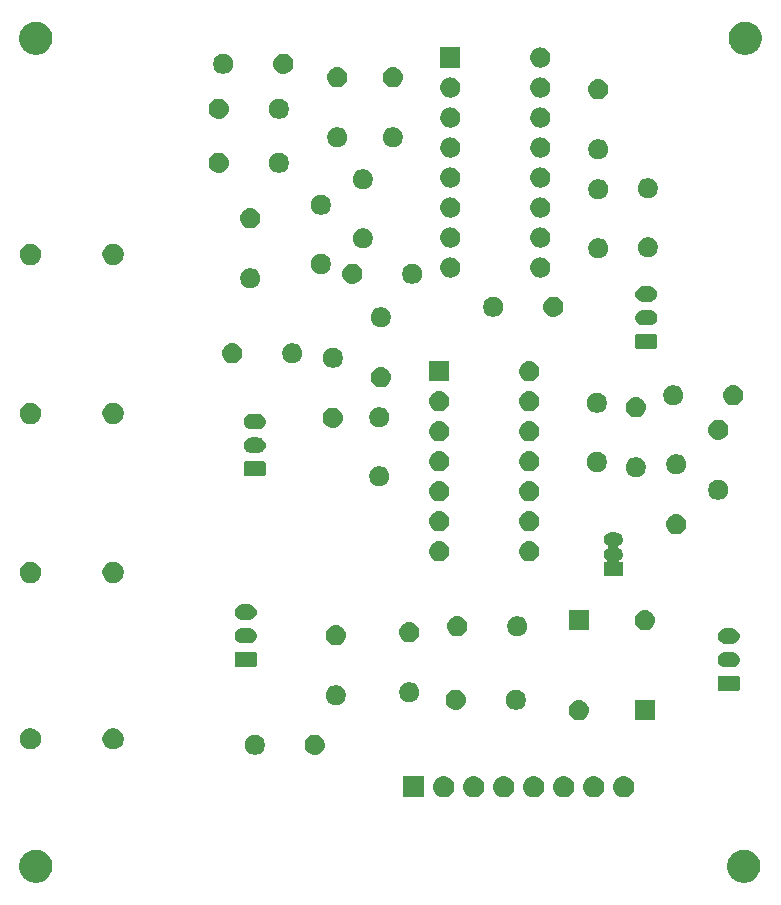
<source format=gbr>
G04 #@! TF.GenerationSoftware,KiCad,Pcbnew,(5.0.1)-rc2*
G04 #@! TF.CreationDate,2018-12-07T18:39:02-05:00*
G04 #@! TF.ProjectId,vcf,7663662E6B696361645F706362000000,rev?*
G04 #@! TF.SameCoordinates,Original*
G04 #@! TF.FileFunction,Soldermask,Bot*
G04 #@! TF.FilePolarity,Negative*
%FSLAX46Y46*%
G04 Gerber Fmt 4.6, Leading zero omitted, Abs format (unit mm)*
G04 Created by KiCad (PCBNEW (5.0.1)-rc2) date 12/7/2018 6:39:02 PM*
%MOMM*%
%LPD*%
G01*
G04 APERTURE LIST*
%ADD10C,0.100000*%
G04 APERTURE END LIST*
D10*
G36*
X142685433Y-138461893D02*
X142775657Y-138479839D01*
X142881267Y-138523585D01*
X143030621Y-138585449D01*
X143260089Y-138738774D01*
X143455226Y-138933911D01*
X143608551Y-139163379D01*
X143714161Y-139418344D01*
X143768000Y-139689012D01*
X143768000Y-139964988D01*
X143714161Y-140235656D01*
X143608551Y-140490621D01*
X143455226Y-140720089D01*
X143260089Y-140915226D01*
X143030621Y-141068551D01*
X142881267Y-141130415D01*
X142775657Y-141174161D01*
X142685433Y-141192107D01*
X142504988Y-141228000D01*
X142229012Y-141228000D01*
X142048567Y-141192107D01*
X141958343Y-141174161D01*
X141852733Y-141130415D01*
X141703379Y-141068551D01*
X141473911Y-140915226D01*
X141278774Y-140720089D01*
X141125449Y-140490621D01*
X141019839Y-140235656D01*
X140966000Y-139964988D01*
X140966000Y-139689012D01*
X141019839Y-139418344D01*
X141125449Y-139163379D01*
X141278774Y-138933911D01*
X141473911Y-138738774D01*
X141703379Y-138585449D01*
X141852733Y-138523585D01*
X141958343Y-138479839D01*
X142048567Y-138461893D01*
X142229012Y-138426000D01*
X142504988Y-138426000D01*
X142685433Y-138461893D01*
X142685433Y-138461893D01*
G37*
G36*
X82741433Y-138461893D02*
X82831657Y-138479839D01*
X82937267Y-138523585D01*
X83086621Y-138585449D01*
X83316089Y-138738774D01*
X83511226Y-138933911D01*
X83664551Y-139163379D01*
X83770161Y-139418344D01*
X83824000Y-139689012D01*
X83824000Y-139964988D01*
X83770161Y-140235656D01*
X83664551Y-140490621D01*
X83511226Y-140720089D01*
X83316089Y-140915226D01*
X83086621Y-141068551D01*
X82937267Y-141130415D01*
X82831657Y-141174161D01*
X82741433Y-141192107D01*
X82560988Y-141228000D01*
X82285012Y-141228000D01*
X82104567Y-141192107D01*
X82014343Y-141174161D01*
X81908733Y-141130415D01*
X81759379Y-141068551D01*
X81529911Y-140915226D01*
X81334774Y-140720089D01*
X81181449Y-140490621D01*
X81075839Y-140235656D01*
X81022000Y-139964988D01*
X81022000Y-139689012D01*
X81075839Y-139418344D01*
X81181449Y-139163379D01*
X81334774Y-138933911D01*
X81529911Y-138738774D01*
X81759379Y-138585449D01*
X81908733Y-138523585D01*
X82014343Y-138479839D01*
X82104567Y-138461893D01*
X82285012Y-138426000D01*
X82560988Y-138426000D01*
X82741433Y-138461893D01*
X82741433Y-138461893D01*
G37*
G36*
X129777442Y-132201518D02*
X129843627Y-132208037D01*
X129956853Y-132242384D01*
X130013467Y-132259557D01*
X130152087Y-132333652D01*
X130169991Y-132343222D01*
X130205729Y-132372552D01*
X130307186Y-132455814D01*
X130390448Y-132557271D01*
X130419778Y-132593009D01*
X130419779Y-132593011D01*
X130503443Y-132749533D01*
X130503443Y-132749534D01*
X130554963Y-132919373D01*
X130572359Y-133096000D01*
X130554963Y-133272627D01*
X130520616Y-133385853D01*
X130503443Y-133442467D01*
X130429348Y-133581087D01*
X130419778Y-133598991D01*
X130390448Y-133634729D01*
X130307186Y-133736186D01*
X130205729Y-133819448D01*
X130169991Y-133848778D01*
X130169989Y-133848779D01*
X130013467Y-133932443D01*
X129956853Y-133949616D01*
X129843627Y-133983963D01*
X129777443Y-133990481D01*
X129711260Y-133997000D01*
X129622740Y-133997000D01*
X129556557Y-133990481D01*
X129490373Y-133983963D01*
X129377147Y-133949616D01*
X129320533Y-133932443D01*
X129164011Y-133848779D01*
X129164009Y-133848778D01*
X129128271Y-133819448D01*
X129026814Y-133736186D01*
X128943552Y-133634729D01*
X128914222Y-133598991D01*
X128904652Y-133581087D01*
X128830557Y-133442467D01*
X128813384Y-133385853D01*
X128779037Y-133272627D01*
X128761641Y-133096000D01*
X128779037Y-132919373D01*
X128830557Y-132749534D01*
X128830557Y-132749533D01*
X128914221Y-132593011D01*
X128914222Y-132593009D01*
X128943552Y-132557271D01*
X129026814Y-132455814D01*
X129128271Y-132372552D01*
X129164009Y-132343222D01*
X129181913Y-132333652D01*
X129320533Y-132259557D01*
X129377147Y-132242384D01*
X129490373Y-132208037D01*
X129556558Y-132201518D01*
X129622740Y-132195000D01*
X129711260Y-132195000D01*
X129777442Y-132201518D01*
X129777442Y-132201518D01*
G37*
G36*
X132317442Y-132201518D02*
X132383627Y-132208037D01*
X132496853Y-132242384D01*
X132553467Y-132259557D01*
X132692087Y-132333652D01*
X132709991Y-132343222D01*
X132745729Y-132372552D01*
X132847186Y-132455814D01*
X132930448Y-132557271D01*
X132959778Y-132593009D01*
X132959779Y-132593011D01*
X133043443Y-132749533D01*
X133043443Y-132749534D01*
X133094963Y-132919373D01*
X133112359Y-133096000D01*
X133094963Y-133272627D01*
X133060616Y-133385853D01*
X133043443Y-133442467D01*
X132969348Y-133581087D01*
X132959778Y-133598991D01*
X132930448Y-133634729D01*
X132847186Y-133736186D01*
X132745729Y-133819448D01*
X132709991Y-133848778D01*
X132709989Y-133848779D01*
X132553467Y-133932443D01*
X132496853Y-133949616D01*
X132383627Y-133983963D01*
X132317443Y-133990481D01*
X132251260Y-133997000D01*
X132162740Y-133997000D01*
X132096557Y-133990481D01*
X132030373Y-133983963D01*
X131917147Y-133949616D01*
X131860533Y-133932443D01*
X131704011Y-133848779D01*
X131704009Y-133848778D01*
X131668271Y-133819448D01*
X131566814Y-133736186D01*
X131483552Y-133634729D01*
X131454222Y-133598991D01*
X131444652Y-133581087D01*
X131370557Y-133442467D01*
X131353384Y-133385853D01*
X131319037Y-133272627D01*
X131301641Y-133096000D01*
X131319037Y-132919373D01*
X131370557Y-132749534D01*
X131370557Y-132749533D01*
X131454221Y-132593011D01*
X131454222Y-132593009D01*
X131483552Y-132557271D01*
X131566814Y-132455814D01*
X131668271Y-132372552D01*
X131704009Y-132343222D01*
X131721913Y-132333652D01*
X131860533Y-132259557D01*
X131917147Y-132242384D01*
X132030373Y-132208037D01*
X132096558Y-132201518D01*
X132162740Y-132195000D01*
X132251260Y-132195000D01*
X132317442Y-132201518D01*
X132317442Y-132201518D01*
G37*
G36*
X115328000Y-133997000D02*
X113526000Y-133997000D01*
X113526000Y-132195000D01*
X115328000Y-132195000D01*
X115328000Y-133997000D01*
X115328000Y-133997000D01*
G37*
G36*
X117077442Y-132201518D02*
X117143627Y-132208037D01*
X117256853Y-132242384D01*
X117313467Y-132259557D01*
X117452087Y-132333652D01*
X117469991Y-132343222D01*
X117505729Y-132372552D01*
X117607186Y-132455814D01*
X117690448Y-132557271D01*
X117719778Y-132593009D01*
X117719779Y-132593011D01*
X117803443Y-132749533D01*
X117803443Y-132749534D01*
X117854963Y-132919373D01*
X117872359Y-133096000D01*
X117854963Y-133272627D01*
X117820616Y-133385853D01*
X117803443Y-133442467D01*
X117729348Y-133581087D01*
X117719778Y-133598991D01*
X117690448Y-133634729D01*
X117607186Y-133736186D01*
X117505729Y-133819448D01*
X117469991Y-133848778D01*
X117469989Y-133848779D01*
X117313467Y-133932443D01*
X117256853Y-133949616D01*
X117143627Y-133983963D01*
X117077443Y-133990481D01*
X117011260Y-133997000D01*
X116922740Y-133997000D01*
X116856557Y-133990481D01*
X116790373Y-133983963D01*
X116677147Y-133949616D01*
X116620533Y-133932443D01*
X116464011Y-133848779D01*
X116464009Y-133848778D01*
X116428271Y-133819448D01*
X116326814Y-133736186D01*
X116243552Y-133634729D01*
X116214222Y-133598991D01*
X116204652Y-133581087D01*
X116130557Y-133442467D01*
X116113384Y-133385853D01*
X116079037Y-133272627D01*
X116061641Y-133096000D01*
X116079037Y-132919373D01*
X116130557Y-132749534D01*
X116130557Y-132749533D01*
X116214221Y-132593011D01*
X116214222Y-132593009D01*
X116243552Y-132557271D01*
X116326814Y-132455814D01*
X116428271Y-132372552D01*
X116464009Y-132343222D01*
X116481913Y-132333652D01*
X116620533Y-132259557D01*
X116677147Y-132242384D01*
X116790373Y-132208037D01*
X116856558Y-132201518D01*
X116922740Y-132195000D01*
X117011260Y-132195000D01*
X117077442Y-132201518D01*
X117077442Y-132201518D01*
G37*
G36*
X119617442Y-132201518D02*
X119683627Y-132208037D01*
X119796853Y-132242384D01*
X119853467Y-132259557D01*
X119992087Y-132333652D01*
X120009991Y-132343222D01*
X120045729Y-132372552D01*
X120147186Y-132455814D01*
X120230448Y-132557271D01*
X120259778Y-132593009D01*
X120259779Y-132593011D01*
X120343443Y-132749533D01*
X120343443Y-132749534D01*
X120394963Y-132919373D01*
X120412359Y-133096000D01*
X120394963Y-133272627D01*
X120360616Y-133385853D01*
X120343443Y-133442467D01*
X120269348Y-133581087D01*
X120259778Y-133598991D01*
X120230448Y-133634729D01*
X120147186Y-133736186D01*
X120045729Y-133819448D01*
X120009991Y-133848778D01*
X120009989Y-133848779D01*
X119853467Y-133932443D01*
X119796853Y-133949616D01*
X119683627Y-133983963D01*
X119617443Y-133990481D01*
X119551260Y-133997000D01*
X119462740Y-133997000D01*
X119396557Y-133990481D01*
X119330373Y-133983963D01*
X119217147Y-133949616D01*
X119160533Y-133932443D01*
X119004011Y-133848779D01*
X119004009Y-133848778D01*
X118968271Y-133819448D01*
X118866814Y-133736186D01*
X118783552Y-133634729D01*
X118754222Y-133598991D01*
X118744652Y-133581087D01*
X118670557Y-133442467D01*
X118653384Y-133385853D01*
X118619037Y-133272627D01*
X118601641Y-133096000D01*
X118619037Y-132919373D01*
X118670557Y-132749534D01*
X118670557Y-132749533D01*
X118754221Y-132593011D01*
X118754222Y-132593009D01*
X118783552Y-132557271D01*
X118866814Y-132455814D01*
X118968271Y-132372552D01*
X119004009Y-132343222D01*
X119021913Y-132333652D01*
X119160533Y-132259557D01*
X119217147Y-132242384D01*
X119330373Y-132208037D01*
X119396558Y-132201518D01*
X119462740Y-132195000D01*
X119551260Y-132195000D01*
X119617442Y-132201518D01*
X119617442Y-132201518D01*
G37*
G36*
X124697442Y-132201518D02*
X124763627Y-132208037D01*
X124876853Y-132242384D01*
X124933467Y-132259557D01*
X125072087Y-132333652D01*
X125089991Y-132343222D01*
X125125729Y-132372552D01*
X125227186Y-132455814D01*
X125310448Y-132557271D01*
X125339778Y-132593009D01*
X125339779Y-132593011D01*
X125423443Y-132749533D01*
X125423443Y-132749534D01*
X125474963Y-132919373D01*
X125492359Y-133096000D01*
X125474963Y-133272627D01*
X125440616Y-133385853D01*
X125423443Y-133442467D01*
X125349348Y-133581087D01*
X125339778Y-133598991D01*
X125310448Y-133634729D01*
X125227186Y-133736186D01*
X125125729Y-133819448D01*
X125089991Y-133848778D01*
X125089989Y-133848779D01*
X124933467Y-133932443D01*
X124876853Y-133949616D01*
X124763627Y-133983963D01*
X124697443Y-133990481D01*
X124631260Y-133997000D01*
X124542740Y-133997000D01*
X124476557Y-133990481D01*
X124410373Y-133983963D01*
X124297147Y-133949616D01*
X124240533Y-133932443D01*
X124084011Y-133848779D01*
X124084009Y-133848778D01*
X124048271Y-133819448D01*
X123946814Y-133736186D01*
X123863552Y-133634729D01*
X123834222Y-133598991D01*
X123824652Y-133581087D01*
X123750557Y-133442467D01*
X123733384Y-133385853D01*
X123699037Y-133272627D01*
X123681641Y-133096000D01*
X123699037Y-132919373D01*
X123750557Y-132749534D01*
X123750557Y-132749533D01*
X123834221Y-132593011D01*
X123834222Y-132593009D01*
X123863552Y-132557271D01*
X123946814Y-132455814D01*
X124048271Y-132372552D01*
X124084009Y-132343222D01*
X124101913Y-132333652D01*
X124240533Y-132259557D01*
X124297147Y-132242384D01*
X124410373Y-132208037D01*
X124476558Y-132201518D01*
X124542740Y-132195000D01*
X124631260Y-132195000D01*
X124697442Y-132201518D01*
X124697442Y-132201518D01*
G37*
G36*
X127237442Y-132201518D02*
X127303627Y-132208037D01*
X127416853Y-132242384D01*
X127473467Y-132259557D01*
X127612087Y-132333652D01*
X127629991Y-132343222D01*
X127665729Y-132372552D01*
X127767186Y-132455814D01*
X127850448Y-132557271D01*
X127879778Y-132593009D01*
X127879779Y-132593011D01*
X127963443Y-132749533D01*
X127963443Y-132749534D01*
X128014963Y-132919373D01*
X128032359Y-133096000D01*
X128014963Y-133272627D01*
X127980616Y-133385853D01*
X127963443Y-133442467D01*
X127889348Y-133581087D01*
X127879778Y-133598991D01*
X127850448Y-133634729D01*
X127767186Y-133736186D01*
X127665729Y-133819448D01*
X127629991Y-133848778D01*
X127629989Y-133848779D01*
X127473467Y-133932443D01*
X127416853Y-133949616D01*
X127303627Y-133983963D01*
X127237443Y-133990481D01*
X127171260Y-133997000D01*
X127082740Y-133997000D01*
X127016557Y-133990481D01*
X126950373Y-133983963D01*
X126837147Y-133949616D01*
X126780533Y-133932443D01*
X126624011Y-133848779D01*
X126624009Y-133848778D01*
X126588271Y-133819448D01*
X126486814Y-133736186D01*
X126403552Y-133634729D01*
X126374222Y-133598991D01*
X126364652Y-133581087D01*
X126290557Y-133442467D01*
X126273384Y-133385853D01*
X126239037Y-133272627D01*
X126221641Y-133096000D01*
X126239037Y-132919373D01*
X126290557Y-132749534D01*
X126290557Y-132749533D01*
X126374221Y-132593011D01*
X126374222Y-132593009D01*
X126403552Y-132557271D01*
X126486814Y-132455814D01*
X126588271Y-132372552D01*
X126624009Y-132343222D01*
X126641913Y-132333652D01*
X126780533Y-132259557D01*
X126837147Y-132242384D01*
X126950373Y-132208037D01*
X127016558Y-132201518D01*
X127082740Y-132195000D01*
X127171260Y-132195000D01*
X127237442Y-132201518D01*
X127237442Y-132201518D01*
G37*
G36*
X122157442Y-132201518D02*
X122223627Y-132208037D01*
X122336853Y-132242384D01*
X122393467Y-132259557D01*
X122532087Y-132333652D01*
X122549991Y-132343222D01*
X122585729Y-132372552D01*
X122687186Y-132455814D01*
X122770448Y-132557271D01*
X122799778Y-132593009D01*
X122799779Y-132593011D01*
X122883443Y-132749533D01*
X122883443Y-132749534D01*
X122934963Y-132919373D01*
X122952359Y-133096000D01*
X122934963Y-133272627D01*
X122900616Y-133385853D01*
X122883443Y-133442467D01*
X122809348Y-133581087D01*
X122799778Y-133598991D01*
X122770448Y-133634729D01*
X122687186Y-133736186D01*
X122585729Y-133819448D01*
X122549991Y-133848778D01*
X122549989Y-133848779D01*
X122393467Y-133932443D01*
X122336853Y-133949616D01*
X122223627Y-133983963D01*
X122157443Y-133990481D01*
X122091260Y-133997000D01*
X122002740Y-133997000D01*
X121936557Y-133990481D01*
X121870373Y-133983963D01*
X121757147Y-133949616D01*
X121700533Y-133932443D01*
X121544011Y-133848779D01*
X121544009Y-133848778D01*
X121508271Y-133819448D01*
X121406814Y-133736186D01*
X121323552Y-133634729D01*
X121294222Y-133598991D01*
X121284652Y-133581087D01*
X121210557Y-133442467D01*
X121193384Y-133385853D01*
X121159037Y-133272627D01*
X121141641Y-133096000D01*
X121159037Y-132919373D01*
X121210557Y-132749534D01*
X121210557Y-132749533D01*
X121294221Y-132593011D01*
X121294222Y-132593009D01*
X121323552Y-132557271D01*
X121406814Y-132455814D01*
X121508271Y-132372552D01*
X121544009Y-132343222D01*
X121561913Y-132333652D01*
X121700533Y-132259557D01*
X121757147Y-132242384D01*
X121870373Y-132208037D01*
X121936558Y-132201518D01*
X122002740Y-132195000D01*
X122091260Y-132195000D01*
X122157442Y-132201518D01*
X122157442Y-132201518D01*
G37*
G36*
X106211821Y-128701313D02*
X106211824Y-128701314D01*
X106211825Y-128701314D01*
X106372239Y-128749975D01*
X106372241Y-128749976D01*
X106372244Y-128749977D01*
X106520078Y-128828995D01*
X106649659Y-128935341D01*
X106756005Y-129064922D01*
X106835023Y-129212756D01*
X106835024Y-129212759D01*
X106835025Y-129212761D01*
X106859915Y-129294812D01*
X106883687Y-129373179D01*
X106900117Y-129540000D01*
X106883687Y-129706821D01*
X106883686Y-129706824D01*
X106883686Y-129706825D01*
X106858993Y-129788228D01*
X106835023Y-129867244D01*
X106756005Y-130015078D01*
X106649659Y-130144659D01*
X106520078Y-130251005D01*
X106372244Y-130330023D01*
X106372241Y-130330024D01*
X106372239Y-130330025D01*
X106211825Y-130378686D01*
X106211824Y-130378686D01*
X106211821Y-130378687D01*
X106086804Y-130391000D01*
X106003196Y-130391000D01*
X105878179Y-130378687D01*
X105878176Y-130378686D01*
X105878175Y-130378686D01*
X105717761Y-130330025D01*
X105717759Y-130330024D01*
X105717756Y-130330023D01*
X105569922Y-130251005D01*
X105440341Y-130144659D01*
X105333995Y-130015078D01*
X105254977Y-129867244D01*
X105231008Y-129788228D01*
X105206314Y-129706825D01*
X105206314Y-129706824D01*
X105206313Y-129706821D01*
X105189883Y-129540000D01*
X105206313Y-129373179D01*
X105230085Y-129294812D01*
X105254975Y-129212761D01*
X105254976Y-129212759D01*
X105254977Y-129212756D01*
X105333995Y-129064922D01*
X105440341Y-128935341D01*
X105569922Y-128828995D01*
X105717756Y-128749977D01*
X105717759Y-128749976D01*
X105717761Y-128749975D01*
X105878175Y-128701314D01*
X105878176Y-128701314D01*
X105878179Y-128701313D01*
X106003196Y-128689000D01*
X106086804Y-128689000D01*
X106211821Y-128701313D01*
X106211821Y-128701313D01*
G37*
G36*
X101213228Y-128721703D02*
X101368100Y-128785853D01*
X101507481Y-128878985D01*
X101626015Y-128997519D01*
X101719147Y-129136900D01*
X101783297Y-129291772D01*
X101816000Y-129456184D01*
X101816000Y-129623816D01*
X101783297Y-129788228D01*
X101719147Y-129943100D01*
X101626015Y-130082481D01*
X101507481Y-130201015D01*
X101368100Y-130294147D01*
X101213228Y-130358297D01*
X101048816Y-130391000D01*
X100881184Y-130391000D01*
X100716772Y-130358297D01*
X100561900Y-130294147D01*
X100422519Y-130201015D01*
X100303985Y-130082481D01*
X100210853Y-129943100D01*
X100146703Y-129788228D01*
X100114000Y-129623816D01*
X100114000Y-129456184D01*
X100146703Y-129291772D01*
X100210853Y-129136900D01*
X100303985Y-128997519D01*
X100422519Y-128878985D01*
X100561900Y-128785853D01*
X100716772Y-128721703D01*
X100881184Y-128689000D01*
X101048816Y-128689000D01*
X101213228Y-128721703D01*
X101213228Y-128721703D01*
G37*
G36*
X89237812Y-128165624D02*
X89401784Y-128233544D01*
X89549354Y-128332147D01*
X89674853Y-128457646D01*
X89773456Y-128605216D01*
X89841376Y-128769188D01*
X89876000Y-128943259D01*
X89876000Y-129120741D01*
X89841376Y-129294812D01*
X89773456Y-129458784D01*
X89674853Y-129606354D01*
X89549354Y-129731853D01*
X89401784Y-129830456D01*
X89237812Y-129898376D01*
X89063741Y-129933000D01*
X88886259Y-129933000D01*
X88712188Y-129898376D01*
X88548216Y-129830456D01*
X88400646Y-129731853D01*
X88275147Y-129606354D01*
X88176544Y-129458784D01*
X88108624Y-129294812D01*
X88074000Y-129120741D01*
X88074000Y-128943259D01*
X88108624Y-128769188D01*
X88176544Y-128605216D01*
X88275147Y-128457646D01*
X88400646Y-128332147D01*
X88548216Y-128233544D01*
X88712188Y-128165624D01*
X88886259Y-128131000D01*
X89063741Y-128131000D01*
X89237812Y-128165624D01*
X89237812Y-128165624D01*
G37*
G36*
X82237812Y-128165624D02*
X82401784Y-128233544D01*
X82549354Y-128332147D01*
X82674853Y-128457646D01*
X82773456Y-128605216D01*
X82841376Y-128769188D01*
X82876000Y-128943259D01*
X82876000Y-129120741D01*
X82841376Y-129294812D01*
X82773456Y-129458784D01*
X82674853Y-129606354D01*
X82549354Y-129731853D01*
X82401784Y-129830456D01*
X82237812Y-129898376D01*
X82063741Y-129933000D01*
X81886259Y-129933000D01*
X81712188Y-129898376D01*
X81548216Y-129830456D01*
X81400646Y-129731853D01*
X81275147Y-129606354D01*
X81176544Y-129458784D01*
X81108624Y-129294812D01*
X81074000Y-129120741D01*
X81074000Y-128943259D01*
X81108624Y-128769188D01*
X81176544Y-128605216D01*
X81275147Y-128457646D01*
X81400646Y-128332147D01*
X81548216Y-128233544D01*
X81712188Y-128165624D01*
X81886259Y-128131000D01*
X82063741Y-128131000D01*
X82237812Y-128165624D01*
X82237812Y-128165624D01*
G37*
G36*
X128563821Y-125780313D02*
X128563824Y-125780314D01*
X128563825Y-125780314D01*
X128724239Y-125828975D01*
X128724241Y-125828976D01*
X128724244Y-125828977D01*
X128872078Y-125907995D01*
X129001659Y-126014341D01*
X129108005Y-126143922D01*
X129187023Y-126291756D01*
X129187024Y-126291759D01*
X129187025Y-126291761D01*
X129235686Y-126452175D01*
X129235687Y-126452179D01*
X129252117Y-126619000D01*
X129235687Y-126785821D01*
X129187023Y-126946244D01*
X129108005Y-127094078D01*
X129001659Y-127223659D01*
X128872078Y-127330005D01*
X128724244Y-127409023D01*
X128724241Y-127409024D01*
X128724239Y-127409025D01*
X128563825Y-127457686D01*
X128563824Y-127457686D01*
X128563821Y-127457687D01*
X128438804Y-127470000D01*
X128355196Y-127470000D01*
X128230179Y-127457687D01*
X128230176Y-127457686D01*
X128230175Y-127457686D01*
X128069761Y-127409025D01*
X128069759Y-127409024D01*
X128069756Y-127409023D01*
X127921922Y-127330005D01*
X127792341Y-127223659D01*
X127685995Y-127094078D01*
X127606977Y-126946244D01*
X127558313Y-126785821D01*
X127541883Y-126619000D01*
X127558313Y-126452179D01*
X127558314Y-126452175D01*
X127606975Y-126291761D01*
X127606976Y-126291759D01*
X127606977Y-126291756D01*
X127685995Y-126143922D01*
X127792341Y-126014341D01*
X127921922Y-125907995D01*
X128069756Y-125828977D01*
X128069759Y-125828976D01*
X128069761Y-125828975D01*
X128230175Y-125780314D01*
X128230176Y-125780314D01*
X128230179Y-125780313D01*
X128355196Y-125768000D01*
X128438804Y-125768000D01*
X128563821Y-125780313D01*
X128563821Y-125780313D01*
G37*
G36*
X134836000Y-127470000D02*
X133134000Y-127470000D01*
X133134000Y-125768000D01*
X134836000Y-125768000D01*
X134836000Y-127470000D01*
X134836000Y-127470000D01*
G37*
G36*
X123311228Y-124911703D02*
X123466100Y-124975853D01*
X123605481Y-125068985D01*
X123724015Y-125187519D01*
X123817147Y-125326900D01*
X123881297Y-125481772D01*
X123914000Y-125646184D01*
X123914000Y-125813816D01*
X123881297Y-125978228D01*
X123817147Y-126133100D01*
X123724015Y-126272481D01*
X123605481Y-126391015D01*
X123466100Y-126484147D01*
X123311228Y-126548297D01*
X123146816Y-126581000D01*
X122979184Y-126581000D01*
X122814772Y-126548297D01*
X122659900Y-126484147D01*
X122520519Y-126391015D01*
X122401985Y-126272481D01*
X122308853Y-126133100D01*
X122244703Y-125978228D01*
X122212000Y-125813816D01*
X122212000Y-125646184D01*
X122244703Y-125481772D01*
X122308853Y-125326900D01*
X122401985Y-125187519D01*
X122520519Y-125068985D01*
X122659900Y-124975853D01*
X122814772Y-124911703D01*
X122979184Y-124879000D01*
X123146816Y-124879000D01*
X123311228Y-124911703D01*
X123311228Y-124911703D01*
G37*
G36*
X118149821Y-124891313D02*
X118149824Y-124891314D01*
X118149825Y-124891314D01*
X118310239Y-124939975D01*
X118310241Y-124939976D01*
X118310244Y-124939977D01*
X118458078Y-125018995D01*
X118587659Y-125125341D01*
X118694005Y-125254922D01*
X118773023Y-125402756D01*
X118773024Y-125402759D01*
X118773025Y-125402761D01*
X118821686Y-125563175D01*
X118821687Y-125563179D01*
X118838117Y-125730000D01*
X118821687Y-125896821D01*
X118821686Y-125896824D01*
X118821686Y-125896825D01*
X118787351Y-126010014D01*
X118773023Y-126057244D01*
X118694005Y-126205078D01*
X118587659Y-126334659D01*
X118458078Y-126441005D01*
X118310244Y-126520023D01*
X118310241Y-126520024D01*
X118310239Y-126520025D01*
X118149825Y-126568686D01*
X118149824Y-126568686D01*
X118149821Y-126568687D01*
X118024804Y-126581000D01*
X117941196Y-126581000D01*
X117816179Y-126568687D01*
X117816176Y-126568686D01*
X117816175Y-126568686D01*
X117655761Y-126520025D01*
X117655759Y-126520024D01*
X117655756Y-126520023D01*
X117507922Y-126441005D01*
X117378341Y-126334659D01*
X117271995Y-126205078D01*
X117192977Y-126057244D01*
X117178650Y-126010014D01*
X117144314Y-125896825D01*
X117144314Y-125896824D01*
X117144313Y-125896821D01*
X117127883Y-125730000D01*
X117144313Y-125563179D01*
X117144314Y-125563175D01*
X117192975Y-125402761D01*
X117192976Y-125402759D01*
X117192977Y-125402756D01*
X117271995Y-125254922D01*
X117378341Y-125125341D01*
X117507922Y-125018995D01*
X117655756Y-124939977D01*
X117655759Y-124939976D01*
X117655761Y-124939975D01*
X117816175Y-124891314D01*
X117816176Y-124891314D01*
X117816179Y-124891313D01*
X117941196Y-124879000D01*
X118024804Y-124879000D01*
X118149821Y-124891313D01*
X118149821Y-124891313D01*
G37*
G36*
X108071228Y-124530703D02*
X108226100Y-124594853D01*
X108365481Y-124687985D01*
X108484015Y-124806519D01*
X108577147Y-124945900D01*
X108641297Y-125100772D01*
X108674000Y-125265184D01*
X108674000Y-125432816D01*
X108641297Y-125597228D01*
X108577147Y-125752100D01*
X108484015Y-125891481D01*
X108365481Y-126010015D01*
X108226100Y-126103147D01*
X108071228Y-126167297D01*
X107906816Y-126200000D01*
X107739184Y-126200000D01*
X107574772Y-126167297D01*
X107419900Y-126103147D01*
X107280519Y-126010015D01*
X107161985Y-125891481D01*
X107068853Y-125752100D01*
X107004703Y-125597228D01*
X106972000Y-125432816D01*
X106972000Y-125265184D01*
X107004703Y-125100772D01*
X107068853Y-124945900D01*
X107161985Y-124806519D01*
X107280519Y-124687985D01*
X107419900Y-124594853D01*
X107574772Y-124530703D01*
X107739184Y-124498000D01*
X107906816Y-124498000D01*
X108071228Y-124530703D01*
X108071228Y-124530703D01*
G37*
G36*
X114294228Y-124276703D02*
X114449100Y-124340853D01*
X114588481Y-124433985D01*
X114707015Y-124552519D01*
X114800147Y-124691900D01*
X114864297Y-124846772D01*
X114897000Y-125011184D01*
X114897000Y-125178816D01*
X114864297Y-125343228D01*
X114800147Y-125498100D01*
X114707015Y-125637481D01*
X114588481Y-125756015D01*
X114449100Y-125849147D01*
X114294228Y-125913297D01*
X114129816Y-125946000D01*
X113962184Y-125946000D01*
X113797772Y-125913297D01*
X113642900Y-125849147D01*
X113503519Y-125756015D01*
X113384985Y-125637481D01*
X113291853Y-125498100D01*
X113227703Y-125343228D01*
X113195000Y-125178816D01*
X113195000Y-125011184D01*
X113227703Y-124846772D01*
X113291853Y-124691900D01*
X113384985Y-124552519D01*
X113503519Y-124433985D01*
X113642900Y-124340853D01*
X113797772Y-124276703D01*
X113962184Y-124244000D01*
X114129816Y-124244000D01*
X114294228Y-124276703D01*
X114294228Y-124276703D01*
G37*
G36*
X141863242Y-123686404D02*
X141900339Y-123697657D01*
X141934520Y-123715927D01*
X141964482Y-123740518D01*
X141989073Y-123770480D01*
X142007343Y-123804661D01*
X142018596Y-123841758D01*
X142023000Y-123886473D01*
X142023000Y-124779527D01*
X142018596Y-124824242D01*
X142007343Y-124861339D01*
X141989073Y-124895520D01*
X141964482Y-124925482D01*
X141934520Y-124950073D01*
X141900339Y-124968343D01*
X141863242Y-124979596D01*
X141818527Y-124984000D01*
X140375473Y-124984000D01*
X140330758Y-124979596D01*
X140293661Y-124968343D01*
X140259480Y-124950073D01*
X140229518Y-124925482D01*
X140204927Y-124895520D01*
X140186657Y-124861339D01*
X140175404Y-124824242D01*
X140171000Y-124779527D01*
X140171000Y-123886473D01*
X140175404Y-123841758D01*
X140186657Y-123804661D01*
X140204927Y-123770480D01*
X140229518Y-123740518D01*
X140259480Y-123715927D01*
X140293661Y-123697657D01*
X140330758Y-123686404D01*
X140375473Y-123682000D01*
X141818527Y-123682000D01*
X141863242Y-123686404D01*
X141863242Y-123686404D01*
G37*
G36*
X141423539Y-121683927D02*
X141499618Y-121691420D01*
X141555982Y-121708518D01*
X141622333Y-121728645D01*
X141700733Y-121770551D01*
X141735426Y-121789095D01*
X141834553Y-121870447D01*
X141915905Y-121969574D01*
X141915906Y-121969576D01*
X141976355Y-122082667D01*
X141976355Y-122082668D01*
X142013580Y-122205382D01*
X142026149Y-122333000D01*
X142013580Y-122460618D01*
X141988763Y-122542427D01*
X141976355Y-122583333D01*
X141924283Y-122680751D01*
X141915905Y-122696426D01*
X141834553Y-122795553D01*
X141735426Y-122876905D01*
X141735424Y-122876906D01*
X141622333Y-122937355D01*
X141591236Y-122946788D01*
X141499618Y-122974580D01*
X141435855Y-122980860D01*
X141403974Y-122984000D01*
X140790026Y-122984000D01*
X140758145Y-122980860D01*
X140694382Y-122974580D01*
X140602764Y-122946788D01*
X140571667Y-122937355D01*
X140458576Y-122876906D01*
X140458574Y-122876905D01*
X140359447Y-122795553D01*
X140278095Y-122696426D01*
X140269717Y-122680751D01*
X140217645Y-122583333D01*
X140205237Y-122542427D01*
X140180420Y-122460618D01*
X140167851Y-122333000D01*
X140180420Y-122205382D01*
X140217645Y-122082668D01*
X140217645Y-122082667D01*
X140278094Y-121969576D01*
X140278095Y-121969574D01*
X140359447Y-121870447D01*
X140458574Y-121789095D01*
X140493267Y-121770551D01*
X140571667Y-121728645D01*
X140638018Y-121708518D01*
X140694382Y-121691420D01*
X140770461Y-121683927D01*
X140790026Y-121682000D01*
X141403974Y-121682000D01*
X141423539Y-121683927D01*
X141423539Y-121683927D01*
G37*
G36*
X100969242Y-121654404D02*
X101006339Y-121665657D01*
X101040520Y-121683927D01*
X101070482Y-121708518D01*
X101095073Y-121738480D01*
X101113343Y-121772661D01*
X101124596Y-121809758D01*
X101129000Y-121854473D01*
X101129000Y-122747527D01*
X101124596Y-122792242D01*
X101113343Y-122829339D01*
X101095073Y-122863520D01*
X101070482Y-122893482D01*
X101040520Y-122918073D01*
X101006339Y-122936343D01*
X100969242Y-122947596D01*
X100924527Y-122952000D01*
X99481473Y-122952000D01*
X99436758Y-122947596D01*
X99399661Y-122936343D01*
X99365480Y-122918073D01*
X99335518Y-122893482D01*
X99310927Y-122863520D01*
X99292657Y-122829339D01*
X99281404Y-122792242D01*
X99277000Y-122747527D01*
X99277000Y-121854473D01*
X99281404Y-121809758D01*
X99292657Y-121772661D01*
X99310927Y-121738480D01*
X99335518Y-121708518D01*
X99365480Y-121683927D01*
X99399661Y-121665657D01*
X99436758Y-121654404D01*
X99481473Y-121650000D01*
X100924527Y-121650000D01*
X100969242Y-121654404D01*
X100969242Y-121654404D01*
G37*
G36*
X107989821Y-119430313D02*
X107989824Y-119430314D01*
X107989825Y-119430314D01*
X108150239Y-119478975D01*
X108150241Y-119478976D01*
X108150244Y-119478977D01*
X108298078Y-119557995D01*
X108427659Y-119664341D01*
X108534005Y-119793922D01*
X108613023Y-119941756D01*
X108613024Y-119941759D01*
X108613025Y-119941761D01*
X108661686Y-120102175D01*
X108661687Y-120102179D01*
X108678117Y-120269000D01*
X108661687Y-120435821D01*
X108661686Y-120435824D01*
X108661686Y-120435825D01*
X108645229Y-120490078D01*
X108613023Y-120596244D01*
X108534005Y-120744078D01*
X108427659Y-120873659D01*
X108298078Y-120980005D01*
X108150244Y-121059023D01*
X108150241Y-121059024D01*
X108150239Y-121059025D01*
X107989825Y-121107686D01*
X107989824Y-121107686D01*
X107989821Y-121107687D01*
X107864804Y-121120000D01*
X107781196Y-121120000D01*
X107656179Y-121107687D01*
X107656176Y-121107686D01*
X107656175Y-121107686D01*
X107495761Y-121059025D01*
X107495759Y-121059024D01*
X107495756Y-121059023D01*
X107347922Y-120980005D01*
X107218341Y-120873659D01*
X107111995Y-120744078D01*
X107032977Y-120596244D01*
X107000772Y-120490078D01*
X106984314Y-120435825D01*
X106984314Y-120435824D01*
X106984313Y-120435821D01*
X106967883Y-120269000D01*
X106984313Y-120102179D01*
X106984314Y-120102175D01*
X107032975Y-119941761D01*
X107032976Y-119941759D01*
X107032977Y-119941756D01*
X107111995Y-119793922D01*
X107218341Y-119664341D01*
X107347922Y-119557995D01*
X107495756Y-119478977D01*
X107495759Y-119478976D01*
X107495761Y-119478975D01*
X107656175Y-119430314D01*
X107656176Y-119430314D01*
X107656179Y-119430313D01*
X107781196Y-119418000D01*
X107864804Y-119418000D01*
X107989821Y-119430313D01*
X107989821Y-119430313D01*
G37*
G36*
X141435855Y-119685140D02*
X141499618Y-119691420D01*
X141560881Y-119710004D01*
X141622333Y-119728645D01*
X141722491Y-119782181D01*
X141735426Y-119789095D01*
X141834553Y-119870447D01*
X141915905Y-119969574D01*
X141915906Y-119969576D01*
X141976355Y-120082667D01*
X141982274Y-120102179D01*
X142013580Y-120205382D01*
X142026149Y-120333000D01*
X142013580Y-120460618D01*
X142004643Y-120490078D01*
X141976355Y-120583333D01*
X141933009Y-120664426D01*
X141915905Y-120696426D01*
X141834553Y-120795553D01*
X141735426Y-120876905D01*
X141735424Y-120876906D01*
X141622333Y-120937355D01*
X141605108Y-120942580D01*
X141499618Y-120974580D01*
X141444546Y-120980004D01*
X141403974Y-120984000D01*
X140790026Y-120984000D01*
X140749454Y-120980004D01*
X140694382Y-120974580D01*
X140588892Y-120942580D01*
X140571667Y-120937355D01*
X140458576Y-120876906D01*
X140458574Y-120876905D01*
X140359447Y-120795553D01*
X140278095Y-120696426D01*
X140260991Y-120664426D01*
X140217645Y-120583333D01*
X140189357Y-120490078D01*
X140180420Y-120460618D01*
X140167851Y-120333000D01*
X140180420Y-120205382D01*
X140211726Y-120102179D01*
X140217645Y-120082667D01*
X140278094Y-119969576D01*
X140278095Y-119969574D01*
X140359447Y-119870447D01*
X140458574Y-119789095D01*
X140471509Y-119782181D01*
X140571667Y-119728645D01*
X140633119Y-119710004D01*
X140694382Y-119691420D01*
X140758145Y-119685140D01*
X140790026Y-119682000D01*
X141403974Y-119682000D01*
X141435855Y-119685140D01*
X141435855Y-119685140D01*
G37*
G36*
X100541855Y-119653140D02*
X100605618Y-119659420D01*
X100680054Y-119682000D01*
X100728333Y-119696645D01*
X100788200Y-119728645D01*
X100841426Y-119757095D01*
X100940553Y-119838447D01*
X101021905Y-119937574D01*
X101021906Y-119937576D01*
X101082355Y-120050667D01*
X101082355Y-120050668D01*
X101119580Y-120173382D01*
X101132149Y-120301000D01*
X101119580Y-120428618D01*
X101109873Y-120460616D01*
X101082355Y-120551333D01*
X101028819Y-120651491D01*
X101021905Y-120664426D01*
X100940553Y-120763553D01*
X100841426Y-120844905D01*
X100841424Y-120844906D01*
X100728333Y-120905355D01*
X100687427Y-120917763D01*
X100605618Y-120942580D01*
X100541855Y-120948860D01*
X100509974Y-120952000D01*
X99896026Y-120952000D01*
X99864145Y-120948860D01*
X99800382Y-120942580D01*
X99718573Y-120917763D01*
X99677667Y-120905355D01*
X99564576Y-120844906D01*
X99564574Y-120844905D01*
X99465447Y-120763553D01*
X99384095Y-120664426D01*
X99377181Y-120651491D01*
X99323645Y-120551333D01*
X99296127Y-120460616D01*
X99286420Y-120428618D01*
X99273851Y-120301000D01*
X99286420Y-120173382D01*
X99323645Y-120050668D01*
X99323645Y-120050667D01*
X99384094Y-119937576D01*
X99384095Y-119937574D01*
X99465447Y-119838447D01*
X99564574Y-119757095D01*
X99617800Y-119728645D01*
X99677667Y-119696645D01*
X99725946Y-119682000D01*
X99800382Y-119659420D01*
X99864145Y-119653140D01*
X99896026Y-119650000D01*
X100509974Y-119650000D01*
X100541855Y-119653140D01*
X100541855Y-119653140D01*
G37*
G36*
X114212821Y-119176313D02*
X114212824Y-119176314D01*
X114212825Y-119176314D01*
X114373239Y-119224975D01*
X114373241Y-119224976D01*
X114373244Y-119224977D01*
X114521078Y-119303995D01*
X114650659Y-119410341D01*
X114757005Y-119539922D01*
X114836023Y-119687756D01*
X114836024Y-119687759D01*
X114836025Y-119687761D01*
X114881735Y-119838447D01*
X114884687Y-119848179D01*
X114901117Y-120015000D01*
X114884687Y-120181821D01*
X114884686Y-120181824D01*
X114884686Y-120181825D01*
X114838828Y-120333000D01*
X114836023Y-120342244D01*
X114757005Y-120490078D01*
X114650659Y-120619659D01*
X114521078Y-120726005D01*
X114373244Y-120805023D01*
X114373241Y-120805024D01*
X114373239Y-120805025D01*
X114212825Y-120853686D01*
X114212824Y-120853686D01*
X114212821Y-120853687D01*
X114087804Y-120866000D01*
X114004196Y-120866000D01*
X113879179Y-120853687D01*
X113879176Y-120853686D01*
X113879175Y-120853686D01*
X113718761Y-120805025D01*
X113718759Y-120805024D01*
X113718756Y-120805023D01*
X113570922Y-120726005D01*
X113441341Y-120619659D01*
X113334995Y-120490078D01*
X113255977Y-120342244D01*
X113253173Y-120333000D01*
X113207314Y-120181825D01*
X113207314Y-120181824D01*
X113207313Y-120181821D01*
X113190883Y-120015000D01*
X113207313Y-119848179D01*
X113210265Y-119838447D01*
X113255975Y-119687761D01*
X113255976Y-119687759D01*
X113255977Y-119687756D01*
X113334995Y-119539922D01*
X113441341Y-119410341D01*
X113570922Y-119303995D01*
X113718756Y-119224977D01*
X113718759Y-119224976D01*
X113718761Y-119224975D01*
X113879175Y-119176314D01*
X113879176Y-119176314D01*
X113879179Y-119176313D01*
X114004196Y-119164000D01*
X114087804Y-119164000D01*
X114212821Y-119176313D01*
X114212821Y-119176313D01*
G37*
G36*
X118276821Y-118668313D02*
X118276824Y-118668314D01*
X118276825Y-118668314D01*
X118437239Y-118716975D01*
X118437241Y-118716976D01*
X118437244Y-118716977D01*
X118585078Y-118795995D01*
X118714659Y-118902341D01*
X118821005Y-119031922D01*
X118900023Y-119179756D01*
X118900024Y-119179759D01*
X118900025Y-119179761D01*
X118944460Y-119326244D01*
X118948687Y-119340179D01*
X118965117Y-119507000D01*
X118948687Y-119673821D01*
X118948686Y-119673824D01*
X118948686Y-119673825D01*
X118913720Y-119789094D01*
X118900023Y-119834244D01*
X118821005Y-119982078D01*
X118714659Y-120111659D01*
X118585078Y-120218005D01*
X118437244Y-120297023D01*
X118437241Y-120297024D01*
X118437239Y-120297025D01*
X118276825Y-120345686D01*
X118276824Y-120345686D01*
X118276821Y-120345687D01*
X118151804Y-120358000D01*
X118068196Y-120358000D01*
X117943179Y-120345687D01*
X117943176Y-120345686D01*
X117943175Y-120345686D01*
X117782761Y-120297025D01*
X117782759Y-120297024D01*
X117782756Y-120297023D01*
X117634922Y-120218005D01*
X117505341Y-120111659D01*
X117398995Y-119982078D01*
X117319977Y-119834244D01*
X117306281Y-119789094D01*
X117271314Y-119673825D01*
X117271314Y-119673824D01*
X117271313Y-119673821D01*
X117254883Y-119507000D01*
X117271313Y-119340179D01*
X117275540Y-119326244D01*
X117319975Y-119179761D01*
X117319976Y-119179759D01*
X117319977Y-119179756D01*
X117398995Y-119031922D01*
X117505341Y-118902341D01*
X117634922Y-118795995D01*
X117782756Y-118716977D01*
X117782759Y-118716976D01*
X117782761Y-118716975D01*
X117943175Y-118668314D01*
X117943176Y-118668314D01*
X117943179Y-118668313D01*
X118068196Y-118656000D01*
X118151804Y-118656000D01*
X118276821Y-118668313D01*
X118276821Y-118668313D01*
G37*
G36*
X123438228Y-118688703D02*
X123593100Y-118752853D01*
X123732481Y-118845985D01*
X123851015Y-118964519D01*
X123944147Y-119103900D01*
X124008297Y-119258772D01*
X124041000Y-119423184D01*
X124041000Y-119590816D01*
X124008297Y-119755228D01*
X123944147Y-119910100D01*
X123851015Y-120049481D01*
X123732481Y-120168015D01*
X123593100Y-120261147D01*
X123438228Y-120325297D01*
X123273816Y-120358000D01*
X123106184Y-120358000D01*
X122941772Y-120325297D01*
X122786900Y-120261147D01*
X122647519Y-120168015D01*
X122528985Y-120049481D01*
X122435853Y-119910100D01*
X122371703Y-119755228D01*
X122339000Y-119590816D01*
X122339000Y-119423184D01*
X122371703Y-119258772D01*
X122435853Y-119103900D01*
X122528985Y-118964519D01*
X122647519Y-118845985D01*
X122786900Y-118752853D01*
X122941772Y-118688703D01*
X123106184Y-118656000D01*
X123273816Y-118656000D01*
X123438228Y-118688703D01*
X123438228Y-118688703D01*
G37*
G36*
X129248000Y-119850000D02*
X127546000Y-119850000D01*
X127546000Y-118148000D01*
X129248000Y-118148000D01*
X129248000Y-119850000D01*
X129248000Y-119850000D01*
G37*
G36*
X134151821Y-118160313D02*
X134151824Y-118160314D01*
X134151825Y-118160314D01*
X134312239Y-118208975D01*
X134312241Y-118208976D01*
X134312244Y-118208977D01*
X134460078Y-118287995D01*
X134589659Y-118394341D01*
X134696005Y-118523922D01*
X134775023Y-118671756D01*
X134775024Y-118671759D01*
X134775025Y-118671761D01*
X134812711Y-118795995D01*
X134823687Y-118832179D01*
X134840117Y-118999000D01*
X134823687Y-119165821D01*
X134823686Y-119165824D01*
X134823686Y-119165825D01*
X134781773Y-119303995D01*
X134775023Y-119326244D01*
X134696005Y-119474078D01*
X134589659Y-119603659D01*
X134460078Y-119710005D01*
X134312244Y-119789023D01*
X134312241Y-119789024D01*
X134312239Y-119789025D01*
X134151825Y-119837686D01*
X134151824Y-119837686D01*
X134151821Y-119837687D01*
X134026804Y-119850000D01*
X133943196Y-119850000D01*
X133818179Y-119837687D01*
X133818176Y-119837686D01*
X133818175Y-119837686D01*
X133657761Y-119789025D01*
X133657759Y-119789024D01*
X133657756Y-119789023D01*
X133509922Y-119710005D01*
X133380341Y-119603659D01*
X133273995Y-119474078D01*
X133194977Y-119326244D01*
X133188228Y-119303995D01*
X133146314Y-119165825D01*
X133146314Y-119165824D01*
X133146313Y-119165821D01*
X133129883Y-118999000D01*
X133146313Y-118832179D01*
X133157289Y-118795995D01*
X133194975Y-118671761D01*
X133194976Y-118671759D01*
X133194977Y-118671756D01*
X133273995Y-118523922D01*
X133380341Y-118394341D01*
X133509922Y-118287995D01*
X133657756Y-118208977D01*
X133657759Y-118208976D01*
X133657761Y-118208975D01*
X133818175Y-118160314D01*
X133818176Y-118160314D01*
X133818179Y-118160313D01*
X133943196Y-118148000D01*
X134026804Y-118148000D01*
X134151821Y-118160313D01*
X134151821Y-118160313D01*
G37*
G36*
X100541855Y-117653140D02*
X100605618Y-117659420D01*
X100687427Y-117684237D01*
X100728333Y-117696645D01*
X100828491Y-117750181D01*
X100841426Y-117757095D01*
X100940553Y-117838447D01*
X101021905Y-117937574D01*
X101021906Y-117937576D01*
X101082355Y-118050667D01*
X101082355Y-118050668D01*
X101119580Y-118173382D01*
X101132149Y-118301000D01*
X101119580Y-118428618D01*
X101094763Y-118510427D01*
X101082355Y-118551333D01*
X101028819Y-118651491D01*
X101021905Y-118664426D01*
X100940553Y-118763553D01*
X100841426Y-118844905D01*
X100828491Y-118851819D01*
X100728333Y-118905355D01*
X100687427Y-118917763D01*
X100605618Y-118942580D01*
X100541855Y-118948860D01*
X100509974Y-118952000D01*
X99896026Y-118952000D01*
X99864145Y-118948860D01*
X99800382Y-118942580D01*
X99718573Y-118917763D01*
X99677667Y-118905355D01*
X99577509Y-118851819D01*
X99564574Y-118844905D01*
X99465447Y-118763553D01*
X99384095Y-118664426D01*
X99377181Y-118651491D01*
X99323645Y-118551333D01*
X99311237Y-118510427D01*
X99286420Y-118428618D01*
X99273851Y-118301000D01*
X99286420Y-118173382D01*
X99323645Y-118050668D01*
X99323645Y-118050667D01*
X99384094Y-117937576D01*
X99384095Y-117937574D01*
X99465447Y-117838447D01*
X99564574Y-117757095D01*
X99577509Y-117750181D01*
X99677667Y-117696645D01*
X99718573Y-117684237D01*
X99800382Y-117659420D01*
X99864145Y-117653140D01*
X99896026Y-117650000D01*
X100509974Y-117650000D01*
X100541855Y-117653140D01*
X100541855Y-117653140D01*
G37*
G36*
X82237812Y-114068624D02*
X82401784Y-114136544D01*
X82549354Y-114235147D01*
X82674853Y-114360646D01*
X82773456Y-114508216D01*
X82841376Y-114672188D01*
X82876000Y-114846259D01*
X82876000Y-115023741D01*
X82841376Y-115197812D01*
X82773456Y-115361784D01*
X82674853Y-115509354D01*
X82549354Y-115634853D01*
X82401784Y-115733456D01*
X82237812Y-115801376D01*
X82063741Y-115836000D01*
X81886259Y-115836000D01*
X81712188Y-115801376D01*
X81548216Y-115733456D01*
X81400646Y-115634853D01*
X81275147Y-115509354D01*
X81176544Y-115361784D01*
X81108624Y-115197812D01*
X81074000Y-115023741D01*
X81074000Y-114846259D01*
X81108624Y-114672188D01*
X81176544Y-114508216D01*
X81275147Y-114360646D01*
X81400646Y-114235147D01*
X81548216Y-114136544D01*
X81712188Y-114068624D01*
X81886259Y-114034000D01*
X82063741Y-114034000D01*
X82237812Y-114068624D01*
X82237812Y-114068624D01*
G37*
G36*
X89237812Y-114068624D02*
X89401784Y-114136544D01*
X89549354Y-114235147D01*
X89674853Y-114360646D01*
X89773456Y-114508216D01*
X89841376Y-114672188D01*
X89876000Y-114846259D01*
X89876000Y-115023741D01*
X89841376Y-115197812D01*
X89773456Y-115361784D01*
X89674853Y-115509354D01*
X89549354Y-115634853D01*
X89401784Y-115733456D01*
X89237812Y-115801376D01*
X89063741Y-115836000D01*
X88886259Y-115836000D01*
X88712188Y-115801376D01*
X88548216Y-115733456D01*
X88400646Y-115634853D01*
X88275147Y-115509354D01*
X88176544Y-115361784D01*
X88108624Y-115197812D01*
X88074000Y-115023741D01*
X88074000Y-114846259D01*
X88108624Y-114672188D01*
X88176544Y-114508216D01*
X88275147Y-114360646D01*
X88400646Y-114235147D01*
X88548216Y-114136544D01*
X88712188Y-114068624D01*
X88886259Y-114034000D01*
X89063741Y-114034000D01*
X89237812Y-114068624D01*
X89237812Y-114068624D01*
G37*
G36*
X131655916Y-111573334D02*
X131764492Y-111606271D01*
X131864557Y-111659756D01*
X131952264Y-111731736D01*
X132024244Y-111819443D01*
X132077729Y-111919508D01*
X132110666Y-112028084D01*
X132121787Y-112141000D01*
X132110666Y-112253916D01*
X132077729Y-112362492D01*
X132033096Y-112445995D01*
X132024244Y-112462557D01*
X131952264Y-112550264D01*
X131864557Y-112622244D01*
X131783143Y-112665760D01*
X131762768Y-112679373D01*
X131745441Y-112696701D01*
X131731827Y-112717075D01*
X131722450Y-112739714D01*
X131717669Y-112763747D01*
X131717669Y-112788252D01*
X131722449Y-112812285D01*
X131731827Y-112834924D01*
X131745440Y-112855299D01*
X131762768Y-112872626D01*
X131783143Y-112886240D01*
X131864557Y-112929756D01*
X131952264Y-113001736D01*
X132024244Y-113089443D01*
X132077729Y-113189508D01*
X132110666Y-113298084D01*
X132121787Y-113411000D01*
X132110666Y-113523916D01*
X132077729Y-113632492D01*
X132077726Y-113632497D01*
X132024244Y-113732557D01*
X131952264Y-113820264D01*
X131875365Y-113883374D01*
X131858038Y-113900701D01*
X131844424Y-113921076D01*
X131835046Y-113943715D01*
X131830266Y-113967748D01*
X131830266Y-113992252D01*
X131835047Y-114016286D01*
X131844424Y-114038925D01*
X131858038Y-114059299D01*
X131875365Y-114076626D01*
X131895740Y-114090240D01*
X131918379Y-114099618D01*
X131954664Y-114105000D01*
X132119000Y-114105000D01*
X132119000Y-115257000D01*
X130517000Y-115257000D01*
X130517000Y-114105000D01*
X130681336Y-114105000D01*
X130705722Y-114102598D01*
X130729171Y-114095485D01*
X130750782Y-114083934D01*
X130769724Y-114068388D01*
X130785270Y-114049446D01*
X130796821Y-114027835D01*
X130803934Y-114004386D01*
X130806336Y-113980000D01*
X130803934Y-113955614D01*
X130796821Y-113932165D01*
X130785270Y-113910554D01*
X130760635Y-113883374D01*
X130683736Y-113820264D01*
X130611756Y-113732557D01*
X130558274Y-113632497D01*
X130558271Y-113632492D01*
X130525334Y-113523916D01*
X130514213Y-113411000D01*
X130525334Y-113298084D01*
X130558271Y-113189508D01*
X130611756Y-113089443D01*
X130683736Y-113001736D01*
X130771443Y-112929756D01*
X130852857Y-112886240D01*
X130873232Y-112872627D01*
X130890559Y-112855299D01*
X130904173Y-112834925D01*
X130913550Y-112812286D01*
X130918331Y-112788253D01*
X130918331Y-112763748D01*
X130913551Y-112739715D01*
X130904173Y-112717076D01*
X130890560Y-112696701D01*
X130873232Y-112679374D01*
X130852857Y-112665760D01*
X130771443Y-112622244D01*
X130683736Y-112550264D01*
X130611756Y-112462557D01*
X130602904Y-112445995D01*
X130558271Y-112362492D01*
X130525334Y-112253916D01*
X130514213Y-112141000D01*
X130525334Y-112028084D01*
X130558271Y-111919508D01*
X130611756Y-111819443D01*
X130683736Y-111731736D01*
X130771443Y-111659756D01*
X130871508Y-111606271D01*
X130980084Y-111573334D01*
X131064702Y-111565000D01*
X131571298Y-111565000D01*
X131655916Y-111573334D01*
X131655916Y-111573334D01*
G37*
G36*
X116752821Y-112318313D02*
X116752824Y-112318314D01*
X116752825Y-112318314D01*
X116913239Y-112366975D01*
X116913241Y-112366976D01*
X116913244Y-112366977D01*
X117061078Y-112445995D01*
X117190659Y-112552341D01*
X117297005Y-112681922D01*
X117376023Y-112829756D01*
X117376024Y-112829759D01*
X117376025Y-112829761D01*
X117406358Y-112929756D01*
X117424687Y-112990179D01*
X117441117Y-113157000D01*
X117424687Y-113323821D01*
X117424686Y-113323824D01*
X117424686Y-113323825D01*
X117398242Y-113411000D01*
X117376023Y-113484244D01*
X117297005Y-113632078D01*
X117190659Y-113761659D01*
X117061078Y-113868005D01*
X116913244Y-113947023D01*
X116913241Y-113947024D01*
X116913239Y-113947025D01*
X116752825Y-113995686D01*
X116752824Y-113995686D01*
X116752821Y-113995687D01*
X116627804Y-114008000D01*
X116544196Y-114008000D01*
X116419179Y-113995687D01*
X116419176Y-113995686D01*
X116419175Y-113995686D01*
X116258761Y-113947025D01*
X116258759Y-113947024D01*
X116258756Y-113947023D01*
X116110922Y-113868005D01*
X115981341Y-113761659D01*
X115874995Y-113632078D01*
X115795977Y-113484244D01*
X115773759Y-113411000D01*
X115747314Y-113323825D01*
X115747314Y-113323824D01*
X115747313Y-113323821D01*
X115730883Y-113157000D01*
X115747313Y-112990179D01*
X115765642Y-112929756D01*
X115795975Y-112829761D01*
X115795976Y-112829759D01*
X115795977Y-112829756D01*
X115874995Y-112681922D01*
X115981341Y-112552341D01*
X116110922Y-112445995D01*
X116258756Y-112366977D01*
X116258759Y-112366976D01*
X116258761Y-112366975D01*
X116419175Y-112318314D01*
X116419176Y-112318314D01*
X116419179Y-112318313D01*
X116544196Y-112306000D01*
X116627804Y-112306000D01*
X116752821Y-112318313D01*
X116752821Y-112318313D01*
G37*
G36*
X124372821Y-112318313D02*
X124372824Y-112318314D01*
X124372825Y-112318314D01*
X124533239Y-112366975D01*
X124533241Y-112366976D01*
X124533244Y-112366977D01*
X124681078Y-112445995D01*
X124810659Y-112552341D01*
X124917005Y-112681922D01*
X124996023Y-112829756D01*
X124996024Y-112829759D01*
X124996025Y-112829761D01*
X125026358Y-112929756D01*
X125044687Y-112990179D01*
X125061117Y-113157000D01*
X125044687Y-113323821D01*
X125044686Y-113323824D01*
X125044686Y-113323825D01*
X125018242Y-113411000D01*
X124996023Y-113484244D01*
X124917005Y-113632078D01*
X124810659Y-113761659D01*
X124681078Y-113868005D01*
X124533244Y-113947023D01*
X124533241Y-113947024D01*
X124533239Y-113947025D01*
X124372825Y-113995686D01*
X124372824Y-113995686D01*
X124372821Y-113995687D01*
X124247804Y-114008000D01*
X124164196Y-114008000D01*
X124039179Y-113995687D01*
X124039176Y-113995686D01*
X124039175Y-113995686D01*
X123878761Y-113947025D01*
X123878759Y-113947024D01*
X123878756Y-113947023D01*
X123730922Y-113868005D01*
X123601341Y-113761659D01*
X123494995Y-113632078D01*
X123415977Y-113484244D01*
X123393759Y-113411000D01*
X123367314Y-113323825D01*
X123367314Y-113323824D01*
X123367313Y-113323821D01*
X123350883Y-113157000D01*
X123367313Y-112990179D01*
X123385642Y-112929756D01*
X123415975Y-112829761D01*
X123415976Y-112829759D01*
X123415977Y-112829756D01*
X123494995Y-112681922D01*
X123601341Y-112552341D01*
X123730922Y-112445995D01*
X123878756Y-112366977D01*
X123878759Y-112366976D01*
X123878761Y-112366975D01*
X124039175Y-112318314D01*
X124039176Y-112318314D01*
X124039179Y-112318313D01*
X124164196Y-112306000D01*
X124247804Y-112306000D01*
X124372821Y-112318313D01*
X124372821Y-112318313D01*
G37*
G36*
X136818821Y-110032313D02*
X136818824Y-110032314D01*
X136818825Y-110032314D01*
X136979239Y-110080975D01*
X136979241Y-110080976D01*
X136979244Y-110080977D01*
X137127078Y-110159995D01*
X137256659Y-110266341D01*
X137363005Y-110395922D01*
X137442023Y-110543756D01*
X137442024Y-110543759D01*
X137442025Y-110543761D01*
X137490686Y-110704175D01*
X137490687Y-110704179D01*
X137507117Y-110871000D01*
X137490687Y-111037821D01*
X137490686Y-111037824D01*
X137490686Y-111037825D01*
X137474229Y-111092078D01*
X137442023Y-111198244D01*
X137363005Y-111346078D01*
X137256659Y-111475659D01*
X137127078Y-111582005D01*
X136979244Y-111661023D01*
X136979241Y-111661024D01*
X136979239Y-111661025D01*
X136818825Y-111709686D01*
X136818824Y-111709686D01*
X136818821Y-111709687D01*
X136693804Y-111722000D01*
X136610196Y-111722000D01*
X136485179Y-111709687D01*
X136485176Y-111709686D01*
X136485175Y-111709686D01*
X136324761Y-111661025D01*
X136324759Y-111661024D01*
X136324756Y-111661023D01*
X136176922Y-111582005D01*
X136047341Y-111475659D01*
X135940995Y-111346078D01*
X135861977Y-111198244D01*
X135829772Y-111092078D01*
X135813314Y-111037825D01*
X135813314Y-111037824D01*
X135813313Y-111037821D01*
X135796883Y-110871000D01*
X135813313Y-110704179D01*
X135813314Y-110704175D01*
X135861975Y-110543761D01*
X135861976Y-110543759D01*
X135861977Y-110543756D01*
X135940995Y-110395922D01*
X136047341Y-110266341D01*
X136176922Y-110159995D01*
X136324756Y-110080977D01*
X136324759Y-110080976D01*
X136324761Y-110080975D01*
X136485175Y-110032314D01*
X136485176Y-110032314D01*
X136485179Y-110032313D01*
X136610196Y-110020000D01*
X136693804Y-110020000D01*
X136818821Y-110032313D01*
X136818821Y-110032313D01*
G37*
G36*
X116752821Y-109778313D02*
X116752824Y-109778314D01*
X116752825Y-109778314D01*
X116913239Y-109826975D01*
X116913241Y-109826976D01*
X116913244Y-109826977D01*
X117061078Y-109905995D01*
X117190659Y-110012341D01*
X117297005Y-110141922D01*
X117376023Y-110289756D01*
X117376024Y-110289759D01*
X117376025Y-110289761D01*
X117424686Y-110450175D01*
X117424687Y-110450179D01*
X117441117Y-110617000D01*
X117424687Y-110783821D01*
X117424686Y-110783824D01*
X117424686Y-110783825D01*
X117398242Y-110871000D01*
X117376023Y-110944244D01*
X117297005Y-111092078D01*
X117190659Y-111221659D01*
X117061078Y-111328005D01*
X116913244Y-111407023D01*
X116913241Y-111407024D01*
X116913239Y-111407025D01*
X116752825Y-111455686D01*
X116752824Y-111455686D01*
X116752821Y-111455687D01*
X116627804Y-111468000D01*
X116544196Y-111468000D01*
X116419179Y-111455687D01*
X116419176Y-111455686D01*
X116419175Y-111455686D01*
X116258761Y-111407025D01*
X116258759Y-111407024D01*
X116258756Y-111407023D01*
X116110922Y-111328005D01*
X115981341Y-111221659D01*
X115874995Y-111092078D01*
X115795977Y-110944244D01*
X115773759Y-110871000D01*
X115747314Y-110783825D01*
X115747314Y-110783824D01*
X115747313Y-110783821D01*
X115730883Y-110617000D01*
X115747313Y-110450179D01*
X115747314Y-110450175D01*
X115795975Y-110289761D01*
X115795976Y-110289759D01*
X115795977Y-110289756D01*
X115874995Y-110141922D01*
X115981341Y-110012341D01*
X116110922Y-109905995D01*
X116258756Y-109826977D01*
X116258759Y-109826976D01*
X116258761Y-109826975D01*
X116419175Y-109778314D01*
X116419176Y-109778314D01*
X116419179Y-109778313D01*
X116544196Y-109766000D01*
X116627804Y-109766000D01*
X116752821Y-109778313D01*
X116752821Y-109778313D01*
G37*
G36*
X124372821Y-109778313D02*
X124372824Y-109778314D01*
X124372825Y-109778314D01*
X124533239Y-109826975D01*
X124533241Y-109826976D01*
X124533244Y-109826977D01*
X124681078Y-109905995D01*
X124810659Y-110012341D01*
X124917005Y-110141922D01*
X124996023Y-110289756D01*
X124996024Y-110289759D01*
X124996025Y-110289761D01*
X125044686Y-110450175D01*
X125044687Y-110450179D01*
X125061117Y-110617000D01*
X125044687Y-110783821D01*
X125044686Y-110783824D01*
X125044686Y-110783825D01*
X125018242Y-110871000D01*
X124996023Y-110944244D01*
X124917005Y-111092078D01*
X124810659Y-111221659D01*
X124681078Y-111328005D01*
X124533244Y-111407023D01*
X124533241Y-111407024D01*
X124533239Y-111407025D01*
X124372825Y-111455686D01*
X124372824Y-111455686D01*
X124372821Y-111455687D01*
X124247804Y-111468000D01*
X124164196Y-111468000D01*
X124039179Y-111455687D01*
X124039176Y-111455686D01*
X124039175Y-111455686D01*
X123878761Y-111407025D01*
X123878759Y-111407024D01*
X123878756Y-111407023D01*
X123730922Y-111328005D01*
X123601341Y-111221659D01*
X123494995Y-111092078D01*
X123415977Y-110944244D01*
X123393759Y-110871000D01*
X123367314Y-110783825D01*
X123367314Y-110783824D01*
X123367313Y-110783821D01*
X123350883Y-110617000D01*
X123367313Y-110450179D01*
X123367314Y-110450175D01*
X123415975Y-110289761D01*
X123415976Y-110289759D01*
X123415977Y-110289756D01*
X123494995Y-110141922D01*
X123601341Y-110012341D01*
X123730922Y-109905995D01*
X123878756Y-109826977D01*
X123878759Y-109826976D01*
X123878761Y-109826975D01*
X124039175Y-109778314D01*
X124039176Y-109778314D01*
X124039179Y-109778313D01*
X124164196Y-109766000D01*
X124247804Y-109766000D01*
X124372821Y-109778313D01*
X124372821Y-109778313D01*
G37*
G36*
X124372821Y-107238313D02*
X124372824Y-107238314D01*
X124372825Y-107238314D01*
X124533239Y-107286975D01*
X124533241Y-107286976D01*
X124533244Y-107286977D01*
X124681078Y-107365995D01*
X124810659Y-107472341D01*
X124917005Y-107601922D01*
X124996023Y-107749756D01*
X125044687Y-107910179D01*
X125061117Y-108077000D01*
X125044687Y-108243821D01*
X125044686Y-108243824D01*
X125044686Y-108243825D01*
X125011538Y-108353100D01*
X124996023Y-108404244D01*
X124917005Y-108552078D01*
X124810659Y-108681659D01*
X124681078Y-108788005D01*
X124533244Y-108867023D01*
X124533241Y-108867024D01*
X124533239Y-108867025D01*
X124372825Y-108915686D01*
X124372824Y-108915686D01*
X124372821Y-108915687D01*
X124247804Y-108928000D01*
X124164196Y-108928000D01*
X124039179Y-108915687D01*
X124039176Y-108915686D01*
X124039175Y-108915686D01*
X123878761Y-108867025D01*
X123878759Y-108867024D01*
X123878756Y-108867023D01*
X123730922Y-108788005D01*
X123601341Y-108681659D01*
X123494995Y-108552078D01*
X123415977Y-108404244D01*
X123400463Y-108353100D01*
X123367314Y-108243825D01*
X123367314Y-108243824D01*
X123367313Y-108243821D01*
X123350883Y-108077000D01*
X123367313Y-107910179D01*
X123415977Y-107749756D01*
X123494995Y-107601922D01*
X123601341Y-107472341D01*
X123730922Y-107365995D01*
X123878756Y-107286977D01*
X123878759Y-107286976D01*
X123878761Y-107286975D01*
X124039175Y-107238314D01*
X124039176Y-107238314D01*
X124039179Y-107238313D01*
X124164196Y-107226000D01*
X124247804Y-107226000D01*
X124372821Y-107238313D01*
X124372821Y-107238313D01*
G37*
G36*
X116752821Y-107238313D02*
X116752824Y-107238314D01*
X116752825Y-107238314D01*
X116913239Y-107286975D01*
X116913241Y-107286976D01*
X116913244Y-107286977D01*
X117061078Y-107365995D01*
X117190659Y-107472341D01*
X117297005Y-107601922D01*
X117376023Y-107749756D01*
X117424687Y-107910179D01*
X117441117Y-108077000D01*
X117424687Y-108243821D01*
X117424686Y-108243824D01*
X117424686Y-108243825D01*
X117391538Y-108353100D01*
X117376023Y-108404244D01*
X117297005Y-108552078D01*
X117190659Y-108681659D01*
X117061078Y-108788005D01*
X116913244Y-108867023D01*
X116913241Y-108867024D01*
X116913239Y-108867025D01*
X116752825Y-108915686D01*
X116752824Y-108915686D01*
X116752821Y-108915687D01*
X116627804Y-108928000D01*
X116544196Y-108928000D01*
X116419179Y-108915687D01*
X116419176Y-108915686D01*
X116419175Y-108915686D01*
X116258761Y-108867025D01*
X116258759Y-108867024D01*
X116258756Y-108867023D01*
X116110922Y-108788005D01*
X115981341Y-108681659D01*
X115874995Y-108552078D01*
X115795977Y-108404244D01*
X115780463Y-108353100D01*
X115747314Y-108243825D01*
X115747314Y-108243824D01*
X115747313Y-108243821D01*
X115730883Y-108077000D01*
X115747313Y-107910179D01*
X115795977Y-107749756D01*
X115874995Y-107601922D01*
X115981341Y-107472341D01*
X116110922Y-107365995D01*
X116258756Y-107286977D01*
X116258759Y-107286976D01*
X116258761Y-107286975D01*
X116419175Y-107238314D01*
X116419176Y-107238314D01*
X116419179Y-107238313D01*
X116544196Y-107226000D01*
X116627804Y-107226000D01*
X116752821Y-107238313D01*
X116752821Y-107238313D01*
G37*
G36*
X140456228Y-107131703D02*
X140611100Y-107195853D01*
X140750481Y-107288985D01*
X140869015Y-107407519D01*
X140962147Y-107546900D01*
X141026297Y-107701772D01*
X141059000Y-107866184D01*
X141059000Y-108033816D01*
X141026297Y-108198228D01*
X140962147Y-108353100D01*
X140869015Y-108492481D01*
X140750481Y-108611015D01*
X140611100Y-108704147D01*
X140456228Y-108768297D01*
X140291816Y-108801000D01*
X140124184Y-108801000D01*
X139959772Y-108768297D01*
X139804900Y-108704147D01*
X139665519Y-108611015D01*
X139546985Y-108492481D01*
X139453853Y-108353100D01*
X139389703Y-108198228D01*
X139357000Y-108033816D01*
X139357000Y-107866184D01*
X139389703Y-107701772D01*
X139453853Y-107546900D01*
X139546985Y-107407519D01*
X139665519Y-107288985D01*
X139804900Y-107195853D01*
X139959772Y-107131703D01*
X140124184Y-107099000D01*
X140291816Y-107099000D01*
X140456228Y-107131703D01*
X140456228Y-107131703D01*
G37*
G36*
X111754228Y-105988703D02*
X111909100Y-106052853D01*
X112048481Y-106145985D01*
X112167015Y-106264519D01*
X112260147Y-106403900D01*
X112324297Y-106558772D01*
X112357000Y-106723184D01*
X112357000Y-106890816D01*
X112324297Y-107055228D01*
X112260147Y-107210100D01*
X112167015Y-107349481D01*
X112048481Y-107468015D01*
X111909100Y-107561147D01*
X111754228Y-107625297D01*
X111589816Y-107658000D01*
X111422184Y-107658000D01*
X111257772Y-107625297D01*
X111102900Y-107561147D01*
X110963519Y-107468015D01*
X110844985Y-107349481D01*
X110751853Y-107210100D01*
X110687703Y-107055228D01*
X110655000Y-106890816D01*
X110655000Y-106723184D01*
X110687703Y-106558772D01*
X110751853Y-106403900D01*
X110844985Y-106264519D01*
X110963519Y-106145985D01*
X111102900Y-106052853D01*
X111257772Y-105988703D01*
X111422184Y-105956000D01*
X111589816Y-105956000D01*
X111754228Y-105988703D01*
X111754228Y-105988703D01*
G37*
G36*
X133471228Y-105226703D02*
X133626100Y-105290853D01*
X133765481Y-105383985D01*
X133884015Y-105502519D01*
X133977147Y-105641900D01*
X134041297Y-105796772D01*
X134074000Y-105961184D01*
X134074000Y-106128816D01*
X134041297Y-106293228D01*
X133977147Y-106448100D01*
X133884015Y-106587481D01*
X133765481Y-106706015D01*
X133626100Y-106799147D01*
X133471228Y-106863297D01*
X133306816Y-106896000D01*
X133139184Y-106896000D01*
X132974772Y-106863297D01*
X132819900Y-106799147D01*
X132680519Y-106706015D01*
X132561985Y-106587481D01*
X132468853Y-106448100D01*
X132404703Y-106293228D01*
X132372000Y-106128816D01*
X132372000Y-105961184D01*
X132404703Y-105796772D01*
X132468853Y-105641900D01*
X132561985Y-105502519D01*
X132680519Y-105383985D01*
X132819900Y-105290853D01*
X132974772Y-105226703D01*
X133139184Y-105194000D01*
X133306816Y-105194000D01*
X133471228Y-105226703D01*
X133471228Y-105226703D01*
G37*
G36*
X101731242Y-105525404D02*
X101768339Y-105536657D01*
X101802520Y-105554927D01*
X101832482Y-105579518D01*
X101857073Y-105609480D01*
X101875343Y-105643661D01*
X101886596Y-105680758D01*
X101891000Y-105725473D01*
X101891000Y-106618527D01*
X101886596Y-106663242D01*
X101875343Y-106700339D01*
X101857073Y-106734520D01*
X101832482Y-106764482D01*
X101802520Y-106789073D01*
X101768339Y-106807343D01*
X101731242Y-106818596D01*
X101686527Y-106823000D01*
X100243473Y-106823000D01*
X100198758Y-106818596D01*
X100161661Y-106807343D01*
X100127480Y-106789073D01*
X100097518Y-106764482D01*
X100072927Y-106734520D01*
X100054657Y-106700339D01*
X100043404Y-106663242D01*
X100039000Y-106618527D01*
X100039000Y-105725473D01*
X100043404Y-105680758D01*
X100054657Y-105643661D01*
X100072927Y-105609480D01*
X100097518Y-105579518D01*
X100127480Y-105554927D01*
X100161661Y-105536657D01*
X100198758Y-105525404D01*
X100243473Y-105521000D01*
X101686527Y-105521000D01*
X101731242Y-105525404D01*
X101731242Y-105525404D01*
G37*
G36*
X136900228Y-104972703D02*
X137055100Y-105036853D01*
X137194481Y-105129985D01*
X137313015Y-105248519D01*
X137406147Y-105387900D01*
X137470297Y-105542772D01*
X137503000Y-105707184D01*
X137503000Y-105874816D01*
X137470297Y-106039228D01*
X137406147Y-106194100D01*
X137313015Y-106333481D01*
X137194481Y-106452015D01*
X137055100Y-106545147D01*
X136900228Y-106609297D01*
X136735816Y-106642000D01*
X136568184Y-106642000D01*
X136403772Y-106609297D01*
X136248900Y-106545147D01*
X136109519Y-106452015D01*
X135990985Y-106333481D01*
X135897853Y-106194100D01*
X135833703Y-106039228D01*
X135801000Y-105874816D01*
X135801000Y-105707184D01*
X135833703Y-105542772D01*
X135897853Y-105387900D01*
X135990985Y-105248519D01*
X136109519Y-105129985D01*
X136248900Y-105036853D01*
X136403772Y-104972703D01*
X136568184Y-104940000D01*
X136735816Y-104940000D01*
X136900228Y-104972703D01*
X136900228Y-104972703D01*
G37*
G36*
X130169228Y-104765703D02*
X130324100Y-104829853D01*
X130463481Y-104922985D01*
X130582015Y-105041519D01*
X130675147Y-105180900D01*
X130739297Y-105335772D01*
X130772000Y-105500184D01*
X130772000Y-105667816D01*
X130739297Y-105832228D01*
X130675147Y-105987100D01*
X130582015Y-106126481D01*
X130463481Y-106245015D01*
X130324100Y-106338147D01*
X130169228Y-106402297D01*
X130004816Y-106435000D01*
X129837184Y-106435000D01*
X129672772Y-106402297D01*
X129517900Y-106338147D01*
X129378519Y-106245015D01*
X129259985Y-106126481D01*
X129166853Y-105987100D01*
X129102703Y-105832228D01*
X129070000Y-105667816D01*
X129070000Y-105500184D01*
X129102703Y-105335772D01*
X129166853Y-105180900D01*
X129259985Y-105041519D01*
X129378519Y-104922985D01*
X129517900Y-104829853D01*
X129672772Y-104765703D01*
X129837184Y-104733000D01*
X130004816Y-104733000D01*
X130169228Y-104765703D01*
X130169228Y-104765703D01*
G37*
G36*
X124372821Y-104698313D02*
X124372824Y-104698314D01*
X124372825Y-104698314D01*
X124533239Y-104746975D01*
X124533241Y-104746976D01*
X124533244Y-104746977D01*
X124681078Y-104825995D01*
X124810659Y-104932341D01*
X124917005Y-105061922D01*
X124996023Y-105209756D01*
X124996024Y-105209759D01*
X124996025Y-105209761D01*
X125007782Y-105248519D01*
X125044687Y-105370179D01*
X125061117Y-105537000D01*
X125044687Y-105703821D01*
X125044686Y-105703824D01*
X125044686Y-105703825D01*
X125016491Y-105796772D01*
X124996023Y-105864244D01*
X124917005Y-106012078D01*
X124810659Y-106141659D01*
X124681078Y-106248005D01*
X124533244Y-106327023D01*
X124533241Y-106327024D01*
X124533239Y-106327025D01*
X124372825Y-106375686D01*
X124372824Y-106375686D01*
X124372821Y-106375687D01*
X124247804Y-106388000D01*
X124164196Y-106388000D01*
X124039179Y-106375687D01*
X124039176Y-106375686D01*
X124039175Y-106375686D01*
X123878761Y-106327025D01*
X123878759Y-106327024D01*
X123878756Y-106327023D01*
X123730922Y-106248005D01*
X123601341Y-106141659D01*
X123494995Y-106012078D01*
X123415977Y-105864244D01*
X123395510Y-105796772D01*
X123367314Y-105703825D01*
X123367314Y-105703824D01*
X123367313Y-105703821D01*
X123350883Y-105537000D01*
X123367313Y-105370179D01*
X123404218Y-105248519D01*
X123415975Y-105209761D01*
X123415976Y-105209759D01*
X123415977Y-105209756D01*
X123494995Y-105061922D01*
X123601341Y-104932341D01*
X123730922Y-104825995D01*
X123878756Y-104746977D01*
X123878759Y-104746976D01*
X123878761Y-104746975D01*
X124039175Y-104698314D01*
X124039176Y-104698314D01*
X124039179Y-104698313D01*
X124164196Y-104686000D01*
X124247804Y-104686000D01*
X124372821Y-104698313D01*
X124372821Y-104698313D01*
G37*
G36*
X116752821Y-104698313D02*
X116752824Y-104698314D01*
X116752825Y-104698314D01*
X116913239Y-104746975D01*
X116913241Y-104746976D01*
X116913244Y-104746977D01*
X117061078Y-104825995D01*
X117190659Y-104932341D01*
X117297005Y-105061922D01*
X117376023Y-105209756D01*
X117376024Y-105209759D01*
X117376025Y-105209761D01*
X117387782Y-105248519D01*
X117424687Y-105370179D01*
X117441117Y-105537000D01*
X117424687Y-105703821D01*
X117424686Y-105703824D01*
X117424686Y-105703825D01*
X117396491Y-105796772D01*
X117376023Y-105864244D01*
X117297005Y-106012078D01*
X117190659Y-106141659D01*
X117061078Y-106248005D01*
X116913244Y-106327023D01*
X116913241Y-106327024D01*
X116913239Y-106327025D01*
X116752825Y-106375686D01*
X116752824Y-106375686D01*
X116752821Y-106375687D01*
X116627804Y-106388000D01*
X116544196Y-106388000D01*
X116419179Y-106375687D01*
X116419176Y-106375686D01*
X116419175Y-106375686D01*
X116258761Y-106327025D01*
X116258759Y-106327024D01*
X116258756Y-106327023D01*
X116110922Y-106248005D01*
X115981341Y-106141659D01*
X115874995Y-106012078D01*
X115795977Y-105864244D01*
X115775510Y-105796772D01*
X115747314Y-105703825D01*
X115747314Y-105703824D01*
X115747313Y-105703821D01*
X115730883Y-105537000D01*
X115747313Y-105370179D01*
X115784218Y-105248519D01*
X115795975Y-105209761D01*
X115795976Y-105209759D01*
X115795977Y-105209756D01*
X115874995Y-105061922D01*
X115981341Y-104932341D01*
X116110922Y-104825995D01*
X116258756Y-104746977D01*
X116258759Y-104746976D01*
X116258761Y-104746975D01*
X116419175Y-104698314D01*
X116419176Y-104698314D01*
X116419179Y-104698313D01*
X116544196Y-104686000D01*
X116627804Y-104686000D01*
X116752821Y-104698313D01*
X116752821Y-104698313D01*
G37*
G36*
X101303855Y-103524140D02*
X101367618Y-103530420D01*
X101449427Y-103555237D01*
X101490333Y-103567645D01*
X101553968Y-103601659D01*
X101603426Y-103628095D01*
X101702553Y-103709447D01*
X101783905Y-103808574D01*
X101783906Y-103808576D01*
X101844355Y-103921667D01*
X101844355Y-103921668D01*
X101881580Y-104044382D01*
X101894149Y-104172000D01*
X101881580Y-104299618D01*
X101856763Y-104381427D01*
X101844355Y-104422333D01*
X101790819Y-104522491D01*
X101783905Y-104535426D01*
X101702553Y-104634553D01*
X101603426Y-104715905D01*
X101603424Y-104715906D01*
X101490333Y-104776355D01*
X101449427Y-104788763D01*
X101367618Y-104813580D01*
X101303855Y-104819860D01*
X101271974Y-104823000D01*
X100658026Y-104823000D01*
X100626145Y-104819860D01*
X100562382Y-104813580D01*
X100480573Y-104788763D01*
X100439667Y-104776355D01*
X100326576Y-104715906D01*
X100326574Y-104715905D01*
X100227447Y-104634553D01*
X100146095Y-104535426D01*
X100139181Y-104522491D01*
X100085645Y-104422333D01*
X100073237Y-104381427D01*
X100048420Y-104299618D01*
X100035851Y-104172000D01*
X100048420Y-104044382D01*
X100085645Y-103921668D01*
X100085645Y-103921667D01*
X100146094Y-103808576D01*
X100146095Y-103808574D01*
X100227447Y-103709447D01*
X100326574Y-103628095D01*
X100376032Y-103601659D01*
X100439667Y-103567645D01*
X100480573Y-103555237D01*
X100562382Y-103530420D01*
X100626145Y-103524140D01*
X100658026Y-103521000D01*
X101271974Y-103521000D01*
X101303855Y-103524140D01*
X101303855Y-103524140D01*
G37*
G36*
X124372821Y-102158313D02*
X124372824Y-102158314D01*
X124372825Y-102158314D01*
X124533239Y-102206975D01*
X124533241Y-102206976D01*
X124533244Y-102206977D01*
X124681078Y-102285995D01*
X124810659Y-102392341D01*
X124917005Y-102521922D01*
X124996023Y-102669756D01*
X124996024Y-102669759D01*
X124996025Y-102669761D01*
X125010023Y-102715906D01*
X125044687Y-102830179D01*
X125061117Y-102997000D01*
X125044687Y-103163821D01*
X124996023Y-103324244D01*
X124917005Y-103472078D01*
X124810659Y-103601659D01*
X124681078Y-103708005D01*
X124533244Y-103787023D01*
X124533241Y-103787024D01*
X124533239Y-103787025D01*
X124372825Y-103835686D01*
X124372824Y-103835686D01*
X124372821Y-103835687D01*
X124247804Y-103848000D01*
X124164196Y-103848000D01*
X124039179Y-103835687D01*
X124039176Y-103835686D01*
X124039175Y-103835686D01*
X123878761Y-103787025D01*
X123878759Y-103787024D01*
X123878756Y-103787023D01*
X123730922Y-103708005D01*
X123601341Y-103601659D01*
X123494995Y-103472078D01*
X123415977Y-103324244D01*
X123367313Y-103163821D01*
X123350883Y-102997000D01*
X123367313Y-102830179D01*
X123401977Y-102715906D01*
X123415975Y-102669761D01*
X123415976Y-102669759D01*
X123415977Y-102669756D01*
X123494995Y-102521922D01*
X123601341Y-102392341D01*
X123730922Y-102285995D01*
X123878756Y-102206977D01*
X123878759Y-102206976D01*
X123878761Y-102206975D01*
X124039175Y-102158314D01*
X124039176Y-102158314D01*
X124039179Y-102158313D01*
X124164196Y-102146000D01*
X124247804Y-102146000D01*
X124372821Y-102158313D01*
X124372821Y-102158313D01*
G37*
G36*
X116752821Y-102158313D02*
X116752824Y-102158314D01*
X116752825Y-102158314D01*
X116913239Y-102206975D01*
X116913241Y-102206976D01*
X116913244Y-102206977D01*
X117061078Y-102285995D01*
X117190659Y-102392341D01*
X117297005Y-102521922D01*
X117376023Y-102669756D01*
X117376024Y-102669759D01*
X117376025Y-102669761D01*
X117390023Y-102715906D01*
X117424687Y-102830179D01*
X117441117Y-102997000D01*
X117424687Y-103163821D01*
X117376023Y-103324244D01*
X117297005Y-103472078D01*
X117190659Y-103601659D01*
X117061078Y-103708005D01*
X116913244Y-103787023D01*
X116913241Y-103787024D01*
X116913239Y-103787025D01*
X116752825Y-103835686D01*
X116752824Y-103835686D01*
X116752821Y-103835687D01*
X116627804Y-103848000D01*
X116544196Y-103848000D01*
X116419179Y-103835687D01*
X116419176Y-103835686D01*
X116419175Y-103835686D01*
X116258761Y-103787025D01*
X116258759Y-103787024D01*
X116258756Y-103787023D01*
X116110922Y-103708005D01*
X115981341Y-103601659D01*
X115874995Y-103472078D01*
X115795977Y-103324244D01*
X115747313Y-103163821D01*
X115730883Y-102997000D01*
X115747313Y-102830179D01*
X115781977Y-102715906D01*
X115795975Y-102669761D01*
X115795976Y-102669759D01*
X115795977Y-102669756D01*
X115874995Y-102521922D01*
X115981341Y-102392341D01*
X116110922Y-102285995D01*
X116258756Y-102206977D01*
X116258759Y-102206976D01*
X116258761Y-102206975D01*
X116419175Y-102158314D01*
X116419176Y-102158314D01*
X116419179Y-102158313D01*
X116544196Y-102146000D01*
X116627804Y-102146000D01*
X116752821Y-102158313D01*
X116752821Y-102158313D01*
G37*
G36*
X140374821Y-102031313D02*
X140374824Y-102031314D01*
X140374825Y-102031314D01*
X140535239Y-102079975D01*
X140535241Y-102079976D01*
X140535244Y-102079977D01*
X140683078Y-102158995D01*
X140812659Y-102265341D01*
X140919005Y-102394922D01*
X140998023Y-102542756D01*
X140998024Y-102542759D01*
X140998025Y-102542761D01*
X141046686Y-102703175D01*
X141046687Y-102703179D01*
X141063117Y-102870000D01*
X141046687Y-103036821D01*
X140998023Y-103197244D01*
X140919005Y-103345078D01*
X140812659Y-103474659D01*
X140683078Y-103581005D01*
X140535244Y-103660023D01*
X140535241Y-103660024D01*
X140535239Y-103660025D01*
X140374825Y-103708686D01*
X140374824Y-103708686D01*
X140374821Y-103708687D01*
X140249804Y-103721000D01*
X140166196Y-103721000D01*
X140041179Y-103708687D01*
X140041176Y-103708686D01*
X140041175Y-103708686D01*
X139880761Y-103660025D01*
X139880759Y-103660024D01*
X139880756Y-103660023D01*
X139732922Y-103581005D01*
X139603341Y-103474659D01*
X139496995Y-103345078D01*
X139417977Y-103197244D01*
X139369313Y-103036821D01*
X139352883Y-102870000D01*
X139369313Y-102703179D01*
X139369314Y-102703175D01*
X139417975Y-102542761D01*
X139417976Y-102542759D01*
X139417977Y-102542756D01*
X139496995Y-102394922D01*
X139603341Y-102265341D01*
X139732922Y-102158995D01*
X139880756Y-102079977D01*
X139880759Y-102079976D01*
X139880761Y-102079975D01*
X140041175Y-102031314D01*
X140041176Y-102031314D01*
X140041179Y-102031313D01*
X140166196Y-102019000D01*
X140249804Y-102019000D01*
X140374821Y-102031313D01*
X140374821Y-102031313D01*
G37*
G36*
X101303855Y-101524140D02*
X101367618Y-101530420D01*
X101449427Y-101555237D01*
X101490333Y-101567645D01*
X101590491Y-101621181D01*
X101603426Y-101628095D01*
X101702553Y-101709447D01*
X101783905Y-101808574D01*
X101783906Y-101808576D01*
X101844355Y-101921667D01*
X101844355Y-101921668D01*
X101881580Y-102044382D01*
X101894149Y-102172000D01*
X101881580Y-102299618D01*
X101866454Y-102349481D01*
X101844355Y-102422333D01*
X101819937Y-102468015D01*
X101783905Y-102535426D01*
X101702553Y-102634553D01*
X101603426Y-102715905D01*
X101603424Y-102715906D01*
X101490333Y-102776355D01*
X101449427Y-102788763D01*
X101367618Y-102813580D01*
X101303855Y-102819860D01*
X101271974Y-102823000D01*
X100658026Y-102823000D01*
X100626145Y-102819860D01*
X100562382Y-102813580D01*
X100480573Y-102788763D01*
X100439667Y-102776355D01*
X100326576Y-102715906D01*
X100326574Y-102715905D01*
X100227447Y-102634553D01*
X100146095Y-102535426D01*
X100110063Y-102468015D01*
X100085645Y-102422333D01*
X100063546Y-102349481D01*
X100048420Y-102299618D01*
X100035851Y-102172000D01*
X100048420Y-102044382D01*
X100085645Y-101921668D01*
X100085645Y-101921667D01*
X100146094Y-101808576D01*
X100146095Y-101808574D01*
X100227447Y-101709447D01*
X100326574Y-101628095D01*
X100339509Y-101621181D01*
X100439667Y-101567645D01*
X100480573Y-101555237D01*
X100562382Y-101530420D01*
X100626145Y-101524140D01*
X100658026Y-101521000D01*
X101271974Y-101521000D01*
X101303855Y-101524140D01*
X101303855Y-101524140D01*
G37*
G36*
X107735821Y-101015313D02*
X107735824Y-101015314D01*
X107735825Y-101015314D01*
X107896239Y-101063975D01*
X107896241Y-101063976D01*
X107896244Y-101063977D01*
X108044078Y-101142995D01*
X108173659Y-101249341D01*
X108280005Y-101378922D01*
X108359023Y-101526756D01*
X108359024Y-101526759D01*
X108359025Y-101526761D01*
X108407686Y-101687175D01*
X108407687Y-101687179D01*
X108424117Y-101854000D01*
X108407687Y-102020821D01*
X108407686Y-102020824D01*
X108407686Y-102020825D01*
X108361569Y-102172853D01*
X108359023Y-102181244D01*
X108280005Y-102329078D01*
X108173659Y-102458659D01*
X108044078Y-102565005D01*
X107896244Y-102644023D01*
X107896241Y-102644024D01*
X107896239Y-102644025D01*
X107735825Y-102692686D01*
X107735824Y-102692686D01*
X107735821Y-102692687D01*
X107610804Y-102705000D01*
X107527196Y-102705000D01*
X107402179Y-102692687D01*
X107402176Y-102692686D01*
X107402175Y-102692686D01*
X107241761Y-102644025D01*
X107241759Y-102644024D01*
X107241756Y-102644023D01*
X107093922Y-102565005D01*
X106964341Y-102458659D01*
X106857995Y-102329078D01*
X106778977Y-102181244D01*
X106776432Y-102172853D01*
X106730314Y-102020825D01*
X106730314Y-102020824D01*
X106730313Y-102020821D01*
X106713883Y-101854000D01*
X106730313Y-101687179D01*
X106730314Y-101687175D01*
X106778975Y-101526761D01*
X106778976Y-101526759D01*
X106778977Y-101526756D01*
X106857995Y-101378922D01*
X106964341Y-101249341D01*
X107093922Y-101142995D01*
X107241756Y-101063977D01*
X107241759Y-101063976D01*
X107241761Y-101063975D01*
X107402175Y-101015314D01*
X107402176Y-101015314D01*
X107402179Y-101015313D01*
X107527196Y-101003000D01*
X107610804Y-101003000D01*
X107735821Y-101015313D01*
X107735821Y-101015313D01*
G37*
G36*
X111754228Y-100988703D02*
X111909100Y-101052853D01*
X112048481Y-101145985D01*
X112167015Y-101264519D01*
X112260147Y-101403900D01*
X112324297Y-101558772D01*
X112357000Y-101723184D01*
X112357000Y-101890816D01*
X112324297Y-102055228D01*
X112260147Y-102210100D01*
X112167015Y-102349481D01*
X112048481Y-102468015D01*
X111909100Y-102561147D01*
X111754228Y-102625297D01*
X111589816Y-102658000D01*
X111422184Y-102658000D01*
X111257772Y-102625297D01*
X111102900Y-102561147D01*
X110963519Y-102468015D01*
X110844985Y-102349481D01*
X110751853Y-102210100D01*
X110687703Y-102055228D01*
X110655000Y-101890816D01*
X110655000Y-101723184D01*
X110687703Y-101558772D01*
X110751853Y-101403900D01*
X110844985Y-101264519D01*
X110963519Y-101145985D01*
X111102900Y-101052853D01*
X111257772Y-100988703D01*
X111422184Y-100956000D01*
X111589816Y-100956000D01*
X111754228Y-100988703D01*
X111754228Y-100988703D01*
G37*
G36*
X89237812Y-100606624D02*
X89401784Y-100674544D01*
X89549354Y-100773147D01*
X89674853Y-100898646D01*
X89773456Y-101046216D01*
X89841376Y-101210188D01*
X89876000Y-101384259D01*
X89876000Y-101561741D01*
X89841376Y-101735812D01*
X89773456Y-101899784D01*
X89674853Y-102047354D01*
X89549354Y-102172853D01*
X89401784Y-102271456D01*
X89237812Y-102339376D01*
X89063741Y-102374000D01*
X88886259Y-102374000D01*
X88712188Y-102339376D01*
X88548216Y-102271456D01*
X88400646Y-102172853D01*
X88275147Y-102047354D01*
X88176544Y-101899784D01*
X88108624Y-101735812D01*
X88074000Y-101561741D01*
X88074000Y-101384259D01*
X88108624Y-101210188D01*
X88176544Y-101046216D01*
X88275147Y-100898646D01*
X88400646Y-100773147D01*
X88548216Y-100674544D01*
X88712188Y-100606624D01*
X88886259Y-100572000D01*
X89063741Y-100572000D01*
X89237812Y-100606624D01*
X89237812Y-100606624D01*
G37*
G36*
X82237812Y-100606624D02*
X82401784Y-100674544D01*
X82549354Y-100773147D01*
X82674853Y-100898646D01*
X82773456Y-101046216D01*
X82841376Y-101210188D01*
X82876000Y-101384259D01*
X82876000Y-101561741D01*
X82841376Y-101735812D01*
X82773456Y-101899784D01*
X82674853Y-102047354D01*
X82549354Y-102172853D01*
X82401784Y-102271456D01*
X82237812Y-102339376D01*
X82063741Y-102374000D01*
X81886259Y-102374000D01*
X81712188Y-102339376D01*
X81548216Y-102271456D01*
X81400646Y-102172853D01*
X81275147Y-102047354D01*
X81176544Y-101899784D01*
X81108624Y-101735812D01*
X81074000Y-101561741D01*
X81074000Y-101384259D01*
X81108624Y-101210188D01*
X81176544Y-101046216D01*
X81275147Y-100898646D01*
X81400646Y-100773147D01*
X81548216Y-100674544D01*
X81712188Y-100606624D01*
X81886259Y-100572000D01*
X82063741Y-100572000D01*
X82237812Y-100606624D01*
X82237812Y-100606624D01*
G37*
G36*
X133389821Y-100126313D02*
X133389824Y-100126314D01*
X133389825Y-100126314D01*
X133550239Y-100174975D01*
X133550241Y-100174976D01*
X133550244Y-100174977D01*
X133698078Y-100253995D01*
X133827659Y-100360341D01*
X133934005Y-100489922D01*
X134013023Y-100637756D01*
X134013024Y-100637759D01*
X134013025Y-100637761D01*
X134061686Y-100798175D01*
X134061687Y-100798179D01*
X134078117Y-100965000D01*
X134061687Y-101131821D01*
X134061686Y-101131824D01*
X134061686Y-101131825D01*
X134021434Y-101264519D01*
X134013023Y-101292244D01*
X133934005Y-101440078D01*
X133827659Y-101569659D01*
X133698078Y-101676005D01*
X133550244Y-101755023D01*
X133550241Y-101755024D01*
X133550239Y-101755025D01*
X133389825Y-101803686D01*
X133389824Y-101803686D01*
X133389821Y-101803687D01*
X133264804Y-101816000D01*
X133181196Y-101816000D01*
X133056179Y-101803687D01*
X133056176Y-101803686D01*
X133056175Y-101803686D01*
X132895761Y-101755025D01*
X132895759Y-101755024D01*
X132895756Y-101755023D01*
X132747922Y-101676005D01*
X132618341Y-101569659D01*
X132511995Y-101440078D01*
X132432977Y-101292244D01*
X132424567Y-101264519D01*
X132384314Y-101131825D01*
X132384314Y-101131824D01*
X132384313Y-101131821D01*
X132367883Y-100965000D01*
X132384313Y-100798179D01*
X132384314Y-100798175D01*
X132432975Y-100637761D01*
X132432976Y-100637759D01*
X132432977Y-100637756D01*
X132511995Y-100489922D01*
X132618341Y-100360341D01*
X132747922Y-100253995D01*
X132895756Y-100174977D01*
X132895759Y-100174976D01*
X132895761Y-100174975D01*
X133056175Y-100126314D01*
X133056176Y-100126314D01*
X133056179Y-100126313D01*
X133181196Y-100114000D01*
X133264804Y-100114000D01*
X133389821Y-100126313D01*
X133389821Y-100126313D01*
G37*
G36*
X130169228Y-99765703D02*
X130324100Y-99829853D01*
X130463481Y-99922985D01*
X130582015Y-100041519D01*
X130675147Y-100180900D01*
X130739297Y-100335772D01*
X130772000Y-100500184D01*
X130772000Y-100667816D01*
X130739297Y-100832228D01*
X130675147Y-100987100D01*
X130582015Y-101126481D01*
X130463481Y-101245015D01*
X130324100Y-101338147D01*
X130169228Y-101402297D01*
X130004816Y-101435000D01*
X129837184Y-101435000D01*
X129672772Y-101402297D01*
X129517900Y-101338147D01*
X129378519Y-101245015D01*
X129259985Y-101126481D01*
X129166853Y-100987100D01*
X129102703Y-100832228D01*
X129070000Y-100667816D01*
X129070000Y-100500184D01*
X129102703Y-100335772D01*
X129166853Y-100180900D01*
X129259985Y-100041519D01*
X129378519Y-99922985D01*
X129517900Y-99829853D01*
X129672772Y-99765703D01*
X129837184Y-99733000D01*
X130004816Y-99733000D01*
X130169228Y-99765703D01*
X130169228Y-99765703D01*
G37*
G36*
X116752821Y-99618313D02*
X116752824Y-99618314D01*
X116752825Y-99618314D01*
X116913239Y-99666975D01*
X116913241Y-99666976D01*
X116913244Y-99666977D01*
X117061078Y-99745995D01*
X117190659Y-99852341D01*
X117297005Y-99981922D01*
X117376023Y-100129756D01*
X117376024Y-100129759D01*
X117376025Y-100129761D01*
X117420460Y-100276244D01*
X117424687Y-100290179D01*
X117441117Y-100457000D01*
X117424687Y-100623821D01*
X117424686Y-100623824D01*
X117424686Y-100623825D01*
X117379389Y-100773150D01*
X117376023Y-100784244D01*
X117297005Y-100932078D01*
X117190659Y-101061659D01*
X117061078Y-101168005D01*
X116913244Y-101247023D01*
X116913241Y-101247024D01*
X116913239Y-101247025D01*
X116752825Y-101295686D01*
X116752824Y-101295686D01*
X116752821Y-101295687D01*
X116627804Y-101308000D01*
X116544196Y-101308000D01*
X116419179Y-101295687D01*
X116419176Y-101295686D01*
X116419175Y-101295686D01*
X116258761Y-101247025D01*
X116258759Y-101247024D01*
X116258756Y-101247023D01*
X116110922Y-101168005D01*
X115981341Y-101061659D01*
X115874995Y-100932078D01*
X115795977Y-100784244D01*
X115792612Y-100773150D01*
X115747314Y-100623825D01*
X115747314Y-100623824D01*
X115747313Y-100623821D01*
X115730883Y-100457000D01*
X115747313Y-100290179D01*
X115751540Y-100276244D01*
X115795975Y-100129761D01*
X115795976Y-100129759D01*
X115795977Y-100129756D01*
X115874995Y-99981922D01*
X115981341Y-99852341D01*
X116110922Y-99745995D01*
X116258756Y-99666977D01*
X116258759Y-99666976D01*
X116258761Y-99666975D01*
X116419175Y-99618314D01*
X116419176Y-99618314D01*
X116419179Y-99618313D01*
X116544196Y-99606000D01*
X116627804Y-99606000D01*
X116752821Y-99618313D01*
X116752821Y-99618313D01*
G37*
G36*
X124372821Y-99618313D02*
X124372824Y-99618314D01*
X124372825Y-99618314D01*
X124533239Y-99666975D01*
X124533241Y-99666976D01*
X124533244Y-99666977D01*
X124681078Y-99745995D01*
X124810659Y-99852341D01*
X124917005Y-99981922D01*
X124996023Y-100129756D01*
X124996024Y-100129759D01*
X124996025Y-100129761D01*
X125040460Y-100276244D01*
X125044687Y-100290179D01*
X125061117Y-100457000D01*
X125044687Y-100623821D01*
X125044686Y-100623824D01*
X125044686Y-100623825D01*
X124999389Y-100773150D01*
X124996023Y-100784244D01*
X124917005Y-100932078D01*
X124810659Y-101061659D01*
X124681078Y-101168005D01*
X124533244Y-101247023D01*
X124533241Y-101247024D01*
X124533239Y-101247025D01*
X124372825Y-101295686D01*
X124372824Y-101295686D01*
X124372821Y-101295687D01*
X124247804Y-101308000D01*
X124164196Y-101308000D01*
X124039179Y-101295687D01*
X124039176Y-101295686D01*
X124039175Y-101295686D01*
X123878761Y-101247025D01*
X123878759Y-101247024D01*
X123878756Y-101247023D01*
X123730922Y-101168005D01*
X123601341Y-101061659D01*
X123494995Y-100932078D01*
X123415977Y-100784244D01*
X123412612Y-100773150D01*
X123367314Y-100623825D01*
X123367314Y-100623824D01*
X123367313Y-100623821D01*
X123350883Y-100457000D01*
X123367313Y-100290179D01*
X123371540Y-100276244D01*
X123415975Y-100129761D01*
X123415976Y-100129759D01*
X123415977Y-100129756D01*
X123494995Y-99981922D01*
X123601341Y-99852341D01*
X123730922Y-99745995D01*
X123878756Y-99666977D01*
X123878759Y-99666976D01*
X123878761Y-99666975D01*
X124039175Y-99618314D01*
X124039176Y-99618314D01*
X124039179Y-99618313D01*
X124164196Y-99606000D01*
X124247804Y-99606000D01*
X124372821Y-99618313D01*
X124372821Y-99618313D01*
G37*
G36*
X141644821Y-99110313D02*
X141644824Y-99110314D01*
X141644825Y-99110314D01*
X141805239Y-99158975D01*
X141805241Y-99158976D01*
X141805244Y-99158977D01*
X141953078Y-99237995D01*
X142082659Y-99344341D01*
X142189005Y-99473922D01*
X142268023Y-99621756D01*
X142268024Y-99621759D01*
X142268025Y-99621761D01*
X142316686Y-99782175D01*
X142316687Y-99782179D01*
X142333117Y-99949000D01*
X142316687Y-100115821D01*
X142316686Y-100115824D01*
X142316686Y-100115825D01*
X142274773Y-100253995D01*
X142268023Y-100276244D01*
X142189005Y-100424078D01*
X142082659Y-100553659D01*
X141953078Y-100660005D01*
X141805244Y-100739023D01*
X141805241Y-100739024D01*
X141805239Y-100739025D01*
X141644825Y-100787686D01*
X141644824Y-100787686D01*
X141644821Y-100787687D01*
X141519804Y-100800000D01*
X141436196Y-100800000D01*
X141311179Y-100787687D01*
X141311176Y-100787686D01*
X141311175Y-100787686D01*
X141150761Y-100739025D01*
X141150759Y-100739024D01*
X141150756Y-100739023D01*
X141002922Y-100660005D01*
X140873341Y-100553659D01*
X140766995Y-100424078D01*
X140687977Y-100276244D01*
X140681228Y-100253995D01*
X140639314Y-100115825D01*
X140639314Y-100115824D01*
X140639313Y-100115821D01*
X140622883Y-99949000D01*
X140639313Y-99782179D01*
X140639314Y-99782175D01*
X140687975Y-99621761D01*
X140687976Y-99621759D01*
X140687977Y-99621756D01*
X140766995Y-99473922D01*
X140873341Y-99344341D01*
X141002922Y-99237995D01*
X141150756Y-99158977D01*
X141150759Y-99158976D01*
X141150761Y-99158975D01*
X141311175Y-99110314D01*
X141311176Y-99110314D01*
X141311179Y-99110313D01*
X141436196Y-99098000D01*
X141519804Y-99098000D01*
X141644821Y-99110313D01*
X141644821Y-99110313D01*
G37*
G36*
X136646228Y-99130703D02*
X136801100Y-99194853D01*
X136940481Y-99287985D01*
X137059015Y-99406519D01*
X137152147Y-99545900D01*
X137216297Y-99700772D01*
X137249000Y-99865184D01*
X137249000Y-100032816D01*
X137216297Y-100197228D01*
X137152147Y-100352100D01*
X137059015Y-100491481D01*
X136940481Y-100610015D01*
X136801100Y-100703147D01*
X136646228Y-100767297D01*
X136481816Y-100800000D01*
X136314184Y-100800000D01*
X136149772Y-100767297D01*
X135994900Y-100703147D01*
X135855519Y-100610015D01*
X135736985Y-100491481D01*
X135643853Y-100352100D01*
X135579703Y-100197228D01*
X135547000Y-100032816D01*
X135547000Y-99865184D01*
X135579703Y-99700772D01*
X135643853Y-99545900D01*
X135736985Y-99406519D01*
X135855519Y-99287985D01*
X135994900Y-99194853D01*
X136149772Y-99130703D01*
X136314184Y-99098000D01*
X136481816Y-99098000D01*
X136646228Y-99130703D01*
X136646228Y-99130703D01*
G37*
G36*
X111799821Y-97586313D02*
X111799824Y-97586314D01*
X111799825Y-97586314D01*
X111960239Y-97634975D01*
X111960241Y-97634976D01*
X111960244Y-97634977D01*
X112108078Y-97713995D01*
X112237659Y-97820341D01*
X112344005Y-97949922D01*
X112423023Y-98097756D01*
X112423024Y-98097759D01*
X112423025Y-98097761D01*
X112467460Y-98244244D01*
X112471687Y-98258179D01*
X112488117Y-98425000D01*
X112471687Y-98591821D01*
X112471686Y-98591824D01*
X112471686Y-98591825D01*
X112436741Y-98707025D01*
X112423023Y-98752244D01*
X112344005Y-98900078D01*
X112237659Y-99029659D01*
X112108078Y-99136005D01*
X111960244Y-99215023D01*
X111960241Y-99215024D01*
X111960239Y-99215025D01*
X111799825Y-99263686D01*
X111799824Y-99263686D01*
X111799821Y-99263687D01*
X111674804Y-99276000D01*
X111591196Y-99276000D01*
X111466179Y-99263687D01*
X111466176Y-99263686D01*
X111466175Y-99263686D01*
X111305761Y-99215025D01*
X111305759Y-99215024D01*
X111305756Y-99215023D01*
X111157922Y-99136005D01*
X111028341Y-99029659D01*
X110921995Y-98900078D01*
X110842977Y-98752244D01*
X110829260Y-98707025D01*
X110794314Y-98591825D01*
X110794314Y-98591824D01*
X110794313Y-98591821D01*
X110777883Y-98425000D01*
X110794313Y-98258179D01*
X110798540Y-98244244D01*
X110842975Y-98097761D01*
X110842976Y-98097759D01*
X110842977Y-98097756D01*
X110921995Y-97949922D01*
X111028341Y-97820341D01*
X111157922Y-97713995D01*
X111305756Y-97634977D01*
X111305759Y-97634976D01*
X111305761Y-97634975D01*
X111466175Y-97586314D01*
X111466176Y-97586314D01*
X111466179Y-97586313D01*
X111591196Y-97574000D01*
X111674804Y-97574000D01*
X111799821Y-97586313D01*
X111799821Y-97586313D01*
G37*
G36*
X117437000Y-98768000D02*
X115735000Y-98768000D01*
X115735000Y-97066000D01*
X117437000Y-97066000D01*
X117437000Y-98768000D01*
X117437000Y-98768000D01*
G37*
G36*
X124372821Y-97078313D02*
X124372824Y-97078314D01*
X124372825Y-97078314D01*
X124533239Y-97126975D01*
X124533241Y-97126976D01*
X124533244Y-97126977D01*
X124681078Y-97205995D01*
X124810659Y-97312341D01*
X124917005Y-97441922D01*
X124996023Y-97589756D01*
X124996024Y-97589759D01*
X124996025Y-97589761D01*
X125009741Y-97634977D01*
X125044687Y-97750179D01*
X125061117Y-97917000D01*
X125044687Y-98083821D01*
X125044686Y-98083824D01*
X125044686Y-98083825D01*
X125040459Y-98097761D01*
X124996023Y-98244244D01*
X124917005Y-98392078D01*
X124810659Y-98521659D01*
X124681078Y-98628005D01*
X124533244Y-98707023D01*
X124533241Y-98707024D01*
X124533239Y-98707025D01*
X124372825Y-98755686D01*
X124372824Y-98755686D01*
X124372821Y-98755687D01*
X124247804Y-98768000D01*
X124164196Y-98768000D01*
X124039179Y-98755687D01*
X124039176Y-98755686D01*
X124039175Y-98755686D01*
X123878761Y-98707025D01*
X123878759Y-98707024D01*
X123878756Y-98707023D01*
X123730922Y-98628005D01*
X123601341Y-98521659D01*
X123494995Y-98392078D01*
X123415977Y-98244244D01*
X123371542Y-98097761D01*
X123367314Y-98083825D01*
X123367314Y-98083824D01*
X123367313Y-98083821D01*
X123350883Y-97917000D01*
X123367313Y-97750179D01*
X123402259Y-97634977D01*
X123415975Y-97589761D01*
X123415976Y-97589759D01*
X123415977Y-97589756D01*
X123494995Y-97441922D01*
X123601341Y-97312341D01*
X123730922Y-97205995D01*
X123878756Y-97126977D01*
X123878759Y-97126976D01*
X123878761Y-97126975D01*
X124039175Y-97078314D01*
X124039176Y-97078314D01*
X124039179Y-97078313D01*
X124164196Y-97066000D01*
X124247804Y-97066000D01*
X124372821Y-97078313D01*
X124372821Y-97078313D01*
G37*
G36*
X107817228Y-95955703D02*
X107972100Y-96019853D01*
X108111481Y-96112985D01*
X108230015Y-96231519D01*
X108323147Y-96370900D01*
X108387297Y-96525772D01*
X108420000Y-96690184D01*
X108420000Y-96857816D01*
X108387297Y-97022228D01*
X108323147Y-97177100D01*
X108230015Y-97316481D01*
X108111481Y-97435015D01*
X107972100Y-97528147D01*
X107817228Y-97592297D01*
X107652816Y-97625000D01*
X107485184Y-97625000D01*
X107320772Y-97592297D01*
X107165900Y-97528147D01*
X107026519Y-97435015D01*
X106907985Y-97316481D01*
X106814853Y-97177100D01*
X106750703Y-97022228D01*
X106718000Y-96857816D01*
X106718000Y-96690184D01*
X106750703Y-96525772D01*
X106814853Y-96370900D01*
X106907985Y-96231519D01*
X107026519Y-96112985D01*
X107165900Y-96019853D01*
X107320772Y-95955703D01*
X107485184Y-95923000D01*
X107652816Y-95923000D01*
X107817228Y-95955703D01*
X107817228Y-95955703D01*
G37*
G36*
X104388228Y-95574703D02*
X104543100Y-95638853D01*
X104682481Y-95731985D01*
X104801015Y-95850519D01*
X104894147Y-95989900D01*
X104958297Y-96144772D01*
X104991000Y-96309184D01*
X104991000Y-96476816D01*
X104958297Y-96641228D01*
X104894147Y-96796100D01*
X104801015Y-96935481D01*
X104682481Y-97054015D01*
X104543100Y-97147147D01*
X104388228Y-97211297D01*
X104223816Y-97244000D01*
X104056184Y-97244000D01*
X103891772Y-97211297D01*
X103736900Y-97147147D01*
X103597519Y-97054015D01*
X103478985Y-96935481D01*
X103385853Y-96796100D01*
X103321703Y-96641228D01*
X103289000Y-96476816D01*
X103289000Y-96309184D01*
X103321703Y-96144772D01*
X103385853Y-95989900D01*
X103478985Y-95850519D01*
X103597519Y-95731985D01*
X103736900Y-95638853D01*
X103891772Y-95574703D01*
X104056184Y-95542000D01*
X104223816Y-95542000D01*
X104388228Y-95574703D01*
X104388228Y-95574703D01*
G37*
G36*
X99226821Y-95554313D02*
X99226824Y-95554314D01*
X99226825Y-95554314D01*
X99387239Y-95602975D01*
X99387241Y-95602976D01*
X99387244Y-95602977D01*
X99535078Y-95681995D01*
X99664659Y-95788341D01*
X99771005Y-95917922D01*
X99850023Y-96065756D01*
X99850024Y-96065759D01*
X99850025Y-96065761D01*
X99898686Y-96226175D01*
X99898687Y-96226179D01*
X99915117Y-96393000D01*
X99898687Y-96559821D01*
X99898686Y-96559824D01*
X99898686Y-96559825D01*
X99873993Y-96641228D01*
X99850023Y-96720244D01*
X99771005Y-96868078D01*
X99664659Y-96997659D01*
X99535078Y-97104005D01*
X99387244Y-97183023D01*
X99387241Y-97183024D01*
X99387239Y-97183025D01*
X99226825Y-97231686D01*
X99226824Y-97231686D01*
X99226821Y-97231687D01*
X99101804Y-97244000D01*
X99018196Y-97244000D01*
X98893179Y-97231687D01*
X98893176Y-97231686D01*
X98893175Y-97231686D01*
X98732761Y-97183025D01*
X98732759Y-97183024D01*
X98732756Y-97183023D01*
X98584922Y-97104005D01*
X98455341Y-96997659D01*
X98348995Y-96868078D01*
X98269977Y-96720244D01*
X98246008Y-96641228D01*
X98221314Y-96559825D01*
X98221314Y-96559824D01*
X98221313Y-96559821D01*
X98204883Y-96393000D01*
X98221313Y-96226179D01*
X98221314Y-96226175D01*
X98269975Y-96065761D01*
X98269976Y-96065759D01*
X98269977Y-96065756D01*
X98348995Y-95917922D01*
X98455341Y-95788341D01*
X98584922Y-95681995D01*
X98732756Y-95602977D01*
X98732759Y-95602976D01*
X98732761Y-95602975D01*
X98893175Y-95554314D01*
X98893176Y-95554314D01*
X98893179Y-95554313D01*
X99018196Y-95542000D01*
X99101804Y-95542000D01*
X99226821Y-95554313D01*
X99226821Y-95554313D01*
G37*
G36*
X134878242Y-94730404D02*
X134915339Y-94741657D01*
X134949520Y-94759927D01*
X134979482Y-94784518D01*
X135004073Y-94814480D01*
X135022343Y-94848661D01*
X135033596Y-94885758D01*
X135038000Y-94930473D01*
X135038000Y-95823527D01*
X135033596Y-95868242D01*
X135022343Y-95905339D01*
X135004073Y-95939520D01*
X134979482Y-95969482D01*
X134949520Y-95994073D01*
X134915339Y-96012343D01*
X134878242Y-96023596D01*
X134833527Y-96028000D01*
X133390473Y-96028000D01*
X133345758Y-96023596D01*
X133308661Y-96012343D01*
X133274480Y-95994073D01*
X133244518Y-95969482D01*
X133219927Y-95939520D01*
X133201657Y-95905339D01*
X133190404Y-95868242D01*
X133186000Y-95823527D01*
X133186000Y-94930473D01*
X133190404Y-94885758D01*
X133201657Y-94848661D01*
X133219927Y-94814480D01*
X133244518Y-94784518D01*
X133274480Y-94759927D01*
X133308661Y-94741657D01*
X133345758Y-94730404D01*
X133390473Y-94726000D01*
X134833527Y-94726000D01*
X134878242Y-94730404D01*
X134878242Y-94730404D01*
G37*
G36*
X111881228Y-92526703D02*
X112036100Y-92590853D01*
X112175481Y-92683985D01*
X112294015Y-92802519D01*
X112387147Y-92941900D01*
X112451297Y-93096772D01*
X112484000Y-93261184D01*
X112484000Y-93428816D01*
X112451297Y-93593228D01*
X112387147Y-93748100D01*
X112294015Y-93887481D01*
X112175481Y-94006015D01*
X112036100Y-94099147D01*
X111881228Y-94163297D01*
X111716816Y-94196000D01*
X111549184Y-94196000D01*
X111384772Y-94163297D01*
X111229900Y-94099147D01*
X111090519Y-94006015D01*
X110971985Y-93887481D01*
X110878853Y-93748100D01*
X110814703Y-93593228D01*
X110782000Y-93428816D01*
X110782000Y-93261184D01*
X110814703Y-93096772D01*
X110878853Y-92941900D01*
X110971985Y-92802519D01*
X111090519Y-92683985D01*
X111229900Y-92590853D01*
X111384772Y-92526703D01*
X111549184Y-92494000D01*
X111716816Y-92494000D01*
X111881228Y-92526703D01*
X111881228Y-92526703D01*
G37*
G36*
X134450855Y-92729140D02*
X134514618Y-92735420D01*
X134596427Y-92760237D01*
X134637333Y-92772645D01*
X134737491Y-92826181D01*
X134750426Y-92833095D01*
X134849553Y-92914447D01*
X134930905Y-93013574D01*
X134930906Y-93013576D01*
X134991355Y-93126667D01*
X134991355Y-93126668D01*
X135028580Y-93249382D01*
X135041149Y-93377000D01*
X135028580Y-93504618D01*
X135003763Y-93586427D01*
X134991355Y-93627333D01*
X134937819Y-93727491D01*
X134930905Y-93740426D01*
X134849553Y-93839553D01*
X134750426Y-93920905D01*
X134750424Y-93920906D01*
X134637333Y-93981355D01*
X134596427Y-93993763D01*
X134514618Y-94018580D01*
X134450855Y-94024860D01*
X134418974Y-94028000D01*
X133805026Y-94028000D01*
X133773145Y-94024860D01*
X133709382Y-94018580D01*
X133627573Y-93993763D01*
X133586667Y-93981355D01*
X133473576Y-93920906D01*
X133473574Y-93920905D01*
X133374447Y-93839553D01*
X133293095Y-93740426D01*
X133286181Y-93727491D01*
X133232645Y-93627333D01*
X133220237Y-93586427D01*
X133195420Y-93504618D01*
X133182851Y-93377000D01*
X133195420Y-93249382D01*
X133232645Y-93126668D01*
X133232645Y-93126667D01*
X133293094Y-93013576D01*
X133293095Y-93013574D01*
X133374447Y-92914447D01*
X133473574Y-92833095D01*
X133486509Y-92826181D01*
X133586667Y-92772645D01*
X133627573Y-92760237D01*
X133709382Y-92735420D01*
X133773145Y-92729140D01*
X133805026Y-92726000D01*
X134418974Y-92726000D01*
X134450855Y-92729140D01*
X134450855Y-92729140D01*
G37*
G36*
X126404821Y-91617313D02*
X126404824Y-91617314D01*
X126404825Y-91617314D01*
X126565239Y-91665975D01*
X126565241Y-91665976D01*
X126565244Y-91665977D01*
X126713078Y-91744995D01*
X126842659Y-91851341D01*
X126949005Y-91980922D01*
X127028023Y-92128756D01*
X127028024Y-92128759D01*
X127028025Y-92128761D01*
X127076686Y-92289175D01*
X127076687Y-92289179D01*
X127093117Y-92456000D01*
X127076687Y-92622821D01*
X127076686Y-92622824D01*
X127076686Y-92622825D01*
X127031239Y-92772645D01*
X127028023Y-92783244D01*
X126949005Y-92931078D01*
X126842659Y-93060659D01*
X126713078Y-93167005D01*
X126565244Y-93246023D01*
X126565241Y-93246024D01*
X126565239Y-93246025D01*
X126404825Y-93294686D01*
X126404824Y-93294686D01*
X126404821Y-93294687D01*
X126279804Y-93307000D01*
X126196196Y-93307000D01*
X126071179Y-93294687D01*
X126071176Y-93294686D01*
X126071175Y-93294686D01*
X125910761Y-93246025D01*
X125910759Y-93246024D01*
X125910756Y-93246023D01*
X125762922Y-93167005D01*
X125633341Y-93060659D01*
X125526995Y-92931078D01*
X125447977Y-92783244D01*
X125444762Y-92772645D01*
X125399314Y-92622825D01*
X125399314Y-92622824D01*
X125399313Y-92622821D01*
X125382883Y-92456000D01*
X125399313Y-92289179D01*
X125399314Y-92289175D01*
X125447975Y-92128761D01*
X125447976Y-92128759D01*
X125447977Y-92128756D01*
X125526995Y-91980922D01*
X125633341Y-91851341D01*
X125762922Y-91744995D01*
X125910756Y-91665977D01*
X125910759Y-91665976D01*
X125910761Y-91665975D01*
X126071175Y-91617314D01*
X126071176Y-91617314D01*
X126071179Y-91617313D01*
X126196196Y-91605000D01*
X126279804Y-91605000D01*
X126404821Y-91617313D01*
X126404821Y-91617313D01*
G37*
G36*
X121406228Y-91637703D02*
X121561100Y-91701853D01*
X121700481Y-91794985D01*
X121819015Y-91913519D01*
X121912147Y-92052900D01*
X121976297Y-92207772D01*
X122009000Y-92372184D01*
X122009000Y-92539816D01*
X121976297Y-92704228D01*
X121912147Y-92859100D01*
X121819015Y-92998481D01*
X121700481Y-93117015D01*
X121561100Y-93210147D01*
X121406228Y-93274297D01*
X121241816Y-93307000D01*
X121074184Y-93307000D01*
X120909772Y-93274297D01*
X120754900Y-93210147D01*
X120615519Y-93117015D01*
X120496985Y-92998481D01*
X120403853Y-92859100D01*
X120339703Y-92704228D01*
X120307000Y-92539816D01*
X120307000Y-92372184D01*
X120339703Y-92207772D01*
X120403853Y-92052900D01*
X120496985Y-91913519D01*
X120615519Y-91794985D01*
X120754900Y-91701853D01*
X120909772Y-91637703D01*
X121074184Y-91605000D01*
X121241816Y-91605000D01*
X121406228Y-91637703D01*
X121406228Y-91637703D01*
G37*
G36*
X134450855Y-90729140D02*
X134514618Y-90735420D01*
X134596427Y-90760237D01*
X134637333Y-90772645D01*
X134737491Y-90826181D01*
X134750426Y-90833095D01*
X134849553Y-90914447D01*
X134930905Y-91013574D01*
X134930906Y-91013576D01*
X134991355Y-91126667D01*
X134991355Y-91126668D01*
X135028580Y-91249382D01*
X135041149Y-91377000D01*
X135028580Y-91504618D01*
X135003763Y-91586427D01*
X134991355Y-91627333D01*
X134970700Y-91665975D01*
X134930905Y-91740426D01*
X134849553Y-91839553D01*
X134750426Y-91920905D01*
X134750424Y-91920906D01*
X134637333Y-91981355D01*
X134596427Y-91993763D01*
X134514618Y-92018580D01*
X134450855Y-92024860D01*
X134418974Y-92028000D01*
X133805026Y-92028000D01*
X133773145Y-92024860D01*
X133709382Y-92018580D01*
X133627573Y-91993763D01*
X133586667Y-91981355D01*
X133473576Y-91920906D01*
X133473574Y-91920905D01*
X133374447Y-91839553D01*
X133293095Y-91740426D01*
X133253300Y-91665975D01*
X133232645Y-91627333D01*
X133220237Y-91586427D01*
X133195420Y-91504618D01*
X133182851Y-91377000D01*
X133195420Y-91249382D01*
X133232645Y-91126668D01*
X133232645Y-91126667D01*
X133293094Y-91013576D01*
X133293095Y-91013574D01*
X133374447Y-90914447D01*
X133473574Y-90833095D01*
X133486509Y-90826181D01*
X133586667Y-90772645D01*
X133627573Y-90760237D01*
X133709382Y-90735420D01*
X133773145Y-90729140D01*
X133805026Y-90726000D01*
X134418974Y-90726000D01*
X134450855Y-90729140D01*
X134450855Y-90729140D01*
G37*
G36*
X100832228Y-89224703D02*
X100987100Y-89288853D01*
X101126481Y-89381985D01*
X101245015Y-89500519D01*
X101338147Y-89639900D01*
X101402297Y-89794772D01*
X101435000Y-89959184D01*
X101435000Y-90126816D01*
X101402297Y-90291228D01*
X101338147Y-90446100D01*
X101245015Y-90585481D01*
X101126481Y-90704015D01*
X100987100Y-90797147D01*
X100832228Y-90861297D01*
X100667816Y-90894000D01*
X100500184Y-90894000D01*
X100335772Y-90861297D01*
X100180900Y-90797147D01*
X100041519Y-90704015D01*
X99922985Y-90585481D01*
X99829853Y-90446100D01*
X99765703Y-90291228D01*
X99733000Y-90126816D01*
X99733000Y-89959184D01*
X99765703Y-89794772D01*
X99829853Y-89639900D01*
X99922985Y-89500519D01*
X100041519Y-89381985D01*
X100180900Y-89288853D01*
X100335772Y-89224703D01*
X100500184Y-89192000D01*
X100667816Y-89192000D01*
X100832228Y-89224703D01*
X100832228Y-89224703D01*
G37*
G36*
X109386821Y-88823313D02*
X109386824Y-88823314D01*
X109386825Y-88823314D01*
X109547239Y-88871975D01*
X109547241Y-88871976D01*
X109547244Y-88871977D01*
X109695078Y-88950995D01*
X109824659Y-89057341D01*
X109931005Y-89186922D01*
X110010023Y-89334756D01*
X110010024Y-89334759D01*
X110010025Y-89334761D01*
X110058686Y-89495175D01*
X110058687Y-89495179D01*
X110075117Y-89662000D01*
X110058687Y-89828821D01*
X110058686Y-89828824D01*
X110058686Y-89828825D01*
X110013131Y-89979001D01*
X110010023Y-89989244D01*
X109931005Y-90137078D01*
X109824659Y-90266659D01*
X109695078Y-90373005D01*
X109547244Y-90452023D01*
X109547241Y-90452024D01*
X109547239Y-90452025D01*
X109386825Y-90500686D01*
X109386824Y-90500686D01*
X109386821Y-90500687D01*
X109261804Y-90513000D01*
X109178196Y-90513000D01*
X109053179Y-90500687D01*
X109053176Y-90500686D01*
X109053175Y-90500686D01*
X108892761Y-90452025D01*
X108892759Y-90452024D01*
X108892756Y-90452023D01*
X108744922Y-90373005D01*
X108615341Y-90266659D01*
X108508995Y-90137078D01*
X108429977Y-89989244D01*
X108426870Y-89979001D01*
X108381314Y-89828825D01*
X108381314Y-89828824D01*
X108381313Y-89828821D01*
X108364883Y-89662000D01*
X108381313Y-89495179D01*
X108381314Y-89495175D01*
X108429975Y-89334761D01*
X108429976Y-89334759D01*
X108429977Y-89334756D01*
X108508995Y-89186922D01*
X108615341Y-89057341D01*
X108744922Y-88950995D01*
X108892756Y-88871977D01*
X108892759Y-88871976D01*
X108892761Y-88871975D01*
X109053175Y-88823314D01*
X109053176Y-88823314D01*
X109053179Y-88823313D01*
X109178196Y-88811000D01*
X109261804Y-88811000D01*
X109386821Y-88823313D01*
X109386821Y-88823313D01*
G37*
G36*
X114548228Y-88843703D02*
X114703100Y-88907853D01*
X114842481Y-89000985D01*
X114961015Y-89119519D01*
X115054147Y-89258900D01*
X115118297Y-89413772D01*
X115151000Y-89578184D01*
X115151000Y-89745816D01*
X115118297Y-89910228D01*
X115054147Y-90065100D01*
X114961015Y-90204481D01*
X114842481Y-90323015D01*
X114703100Y-90416147D01*
X114548228Y-90480297D01*
X114383816Y-90513000D01*
X114216184Y-90513000D01*
X114051772Y-90480297D01*
X113896900Y-90416147D01*
X113757519Y-90323015D01*
X113638985Y-90204481D01*
X113545853Y-90065100D01*
X113481703Y-89910228D01*
X113449000Y-89745816D01*
X113449000Y-89578184D01*
X113481703Y-89413772D01*
X113545853Y-89258900D01*
X113638985Y-89119519D01*
X113757519Y-89000985D01*
X113896900Y-88907853D01*
X114051772Y-88843703D01*
X114216184Y-88811000D01*
X114383816Y-88811000D01*
X114548228Y-88843703D01*
X114548228Y-88843703D01*
G37*
G36*
X125312822Y-88289314D02*
X125312825Y-88289315D01*
X125312826Y-88289315D01*
X125473240Y-88337976D01*
X125473242Y-88337977D01*
X125473245Y-88337978D01*
X125621079Y-88416996D01*
X125750660Y-88523342D01*
X125857006Y-88652923D01*
X125936024Y-88800757D01*
X125936025Y-88800760D01*
X125936026Y-88800762D01*
X125981599Y-88950996D01*
X125984688Y-88961180D01*
X126001118Y-89128001D01*
X125984688Y-89294822D01*
X125984687Y-89294825D01*
X125984687Y-89294826D01*
X125958248Y-89381985D01*
X125936024Y-89455245D01*
X125857006Y-89603079D01*
X125750660Y-89732660D01*
X125621079Y-89839006D01*
X125473245Y-89918024D01*
X125473242Y-89918025D01*
X125473240Y-89918026D01*
X125312826Y-89966687D01*
X125312825Y-89966687D01*
X125312822Y-89966688D01*
X125187805Y-89979001D01*
X125104197Y-89979001D01*
X124979180Y-89966688D01*
X124979177Y-89966687D01*
X124979176Y-89966687D01*
X124818762Y-89918026D01*
X124818760Y-89918025D01*
X124818757Y-89918024D01*
X124670923Y-89839006D01*
X124541342Y-89732660D01*
X124434996Y-89603079D01*
X124355978Y-89455245D01*
X124333755Y-89381985D01*
X124307315Y-89294826D01*
X124307315Y-89294825D01*
X124307314Y-89294822D01*
X124290884Y-89128001D01*
X124307314Y-88961180D01*
X124310403Y-88950996D01*
X124355976Y-88800762D01*
X124355977Y-88800760D01*
X124355978Y-88800757D01*
X124434996Y-88652923D01*
X124541342Y-88523342D01*
X124670923Y-88416996D01*
X124818757Y-88337978D01*
X124818760Y-88337977D01*
X124818762Y-88337976D01*
X124979176Y-88289315D01*
X124979177Y-88289315D01*
X124979180Y-88289314D01*
X125104197Y-88277001D01*
X125187805Y-88277001D01*
X125312822Y-88289314D01*
X125312822Y-88289314D01*
G37*
G36*
X117692822Y-88289314D02*
X117692825Y-88289315D01*
X117692826Y-88289315D01*
X117853240Y-88337976D01*
X117853242Y-88337977D01*
X117853245Y-88337978D01*
X118001079Y-88416996D01*
X118130660Y-88523342D01*
X118237006Y-88652923D01*
X118316024Y-88800757D01*
X118316025Y-88800760D01*
X118316026Y-88800762D01*
X118361599Y-88950996D01*
X118364688Y-88961180D01*
X118381118Y-89128001D01*
X118364688Y-89294822D01*
X118364687Y-89294825D01*
X118364687Y-89294826D01*
X118338248Y-89381985D01*
X118316024Y-89455245D01*
X118237006Y-89603079D01*
X118130660Y-89732660D01*
X118001079Y-89839006D01*
X117853245Y-89918024D01*
X117853242Y-89918025D01*
X117853240Y-89918026D01*
X117692826Y-89966687D01*
X117692825Y-89966687D01*
X117692822Y-89966688D01*
X117567805Y-89979001D01*
X117484197Y-89979001D01*
X117359180Y-89966688D01*
X117359177Y-89966687D01*
X117359176Y-89966687D01*
X117198762Y-89918026D01*
X117198760Y-89918025D01*
X117198757Y-89918024D01*
X117050923Y-89839006D01*
X116921342Y-89732660D01*
X116814996Y-89603079D01*
X116735978Y-89455245D01*
X116713755Y-89381985D01*
X116687315Y-89294826D01*
X116687315Y-89294825D01*
X116687314Y-89294822D01*
X116670884Y-89128001D01*
X116687314Y-88961180D01*
X116690403Y-88950996D01*
X116735976Y-88800762D01*
X116735977Y-88800760D01*
X116735978Y-88800757D01*
X116814996Y-88652923D01*
X116921342Y-88523342D01*
X117050923Y-88416996D01*
X117198757Y-88337978D01*
X117198760Y-88337977D01*
X117198762Y-88337976D01*
X117359176Y-88289315D01*
X117359177Y-88289315D01*
X117359180Y-88289314D01*
X117484197Y-88277001D01*
X117567805Y-88277001D01*
X117692822Y-88289314D01*
X117692822Y-88289314D01*
G37*
G36*
X106801228Y-88001703D02*
X106956100Y-88065853D01*
X107095481Y-88158985D01*
X107214015Y-88277519D01*
X107307147Y-88416900D01*
X107371297Y-88571772D01*
X107404000Y-88736184D01*
X107404000Y-88903816D01*
X107371297Y-89068228D01*
X107307147Y-89223100D01*
X107214015Y-89362481D01*
X107095481Y-89481015D01*
X106956100Y-89574147D01*
X106801228Y-89638297D01*
X106636816Y-89671000D01*
X106469184Y-89671000D01*
X106304772Y-89638297D01*
X106149900Y-89574147D01*
X106010519Y-89481015D01*
X105891985Y-89362481D01*
X105798853Y-89223100D01*
X105734703Y-89068228D01*
X105702000Y-88903816D01*
X105702000Y-88736184D01*
X105734703Y-88571772D01*
X105798853Y-88416900D01*
X105891985Y-88277519D01*
X106010519Y-88158985D01*
X106149900Y-88065853D01*
X106304772Y-88001703D01*
X106469184Y-87969000D01*
X106636816Y-87969000D01*
X106801228Y-88001703D01*
X106801228Y-88001703D01*
G37*
G36*
X89237812Y-87144624D02*
X89401784Y-87212544D01*
X89549354Y-87311147D01*
X89674853Y-87436646D01*
X89773456Y-87584216D01*
X89841376Y-87748188D01*
X89876000Y-87922259D01*
X89876000Y-88099741D01*
X89841376Y-88273812D01*
X89773456Y-88437784D01*
X89674853Y-88585354D01*
X89549354Y-88710853D01*
X89401784Y-88809456D01*
X89237812Y-88877376D01*
X89063741Y-88912000D01*
X88886259Y-88912000D01*
X88712188Y-88877376D01*
X88548216Y-88809456D01*
X88400646Y-88710853D01*
X88275147Y-88585354D01*
X88176544Y-88437784D01*
X88108624Y-88273812D01*
X88074000Y-88099741D01*
X88074000Y-87922259D01*
X88108624Y-87748188D01*
X88176544Y-87584216D01*
X88275147Y-87436646D01*
X88400646Y-87311147D01*
X88548216Y-87212544D01*
X88712188Y-87144624D01*
X88886259Y-87110000D01*
X89063741Y-87110000D01*
X89237812Y-87144624D01*
X89237812Y-87144624D01*
G37*
G36*
X82237812Y-87144624D02*
X82401784Y-87212544D01*
X82549354Y-87311147D01*
X82674853Y-87436646D01*
X82773456Y-87584216D01*
X82841376Y-87748188D01*
X82876000Y-87922259D01*
X82876000Y-88099741D01*
X82841376Y-88273812D01*
X82773456Y-88437784D01*
X82674853Y-88585354D01*
X82549354Y-88710853D01*
X82401784Y-88809456D01*
X82237812Y-88877376D01*
X82063741Y-88912000D01*
X81886259Y-88912000D01*
X81712188Y-88877376D01*
X81548216Y-88809456D01*
X81400646Y-88710853D01*
X81275147Y-88585354D01*
X81176544Y-88437784D01*
X81108624Y-88273812D01*
X81074000Y-88099741D01*
X81074000Y-87922259D01*
X81108624Y-87748188D01*
X81176544Y-87584216D01*
X81275147Y-87436646D01*
X81400646Y-87311147D01*
X81548216Y-87212544D01*
X81712188Y-87144624D01*
X81886259Y-87110000D01*
X82063741Y-87110000D01*
X82237812Y-87144624D01*
X82237812Y-87144624D01*
G37*
G36*
X130296228Y-86684703D02*
X130451100Y-86748853D01*
X130590481Y-86841985D01*
X130709015Y-86960519D01*
X130802147Y-87099900D01*
X130866297Y-87254772D01*
X130899000Y-87419184D01*
X130899000Y-87586816D01*
X130866297Y-87751228D01*
X130802147Y-87906100D01*
X130709015Y-88045481D01*
X130590481Y-88164015D01*
X130451100Y-88257147D01*
X130296228Y-88321297D01*
X130131816Y-88354000D01*
X129964184Y-88354000D01*
X129799772Y-88321297D01*
X129644900Y-88257147D01*
X129505519Y-88164015D01*
X129386985Y-88045481D01*
X129293853Y-87906100D01*
X129229703Y-87751228D01*
X129197000Y-87586816D01*
X129197000Y-87419184D01*
X129229703Y-87254772D01*
X129293853Y-87099900D01*
X129386985Y-86960519D01*
X129505519Y-86841985D01*
X129644900Y-86748853D01*
X129799772Y-86684703D01*
X129964184Y-86652000D01*
X130131816Y-86652000D01*
X130296228Y-86684703D01*
X130296228Y-86684703D01*
G37*
G36*
X134487228Y-86604703D02*
X134642100Y-86668853D01*
X134781481Y-86761985D01*
X134900015Y-86880519D01*
X134993147Y-87019900D01*
X135057297Y-87174772D01*
X135090000Y-87339184D01*
X135090000Y-87506816D01*
X135057297Y-87671228D01*
X134993147Y-87826100D01*
X134900015Y-87965481D01*
X134781481Y-88084015D01*
X134642100Y-88177147D01*
X134487228Y-88241297D01*
X134322816Y-88274000D01*
X134155184Y-88274000D01*
X133990772Y-88241297D01*
X133835900Y-88177147D01*
X133696519Y-88084015D01*
X133577985Y-87965481D01*
X133484853Y-87826100D01*
X133420703Y-87671228D01*
X133388000Y-87506816D01*
X133388000Y-87339184D01*
X133420703Y-87174772D01*
X133484853Y-87019900D01*
X133577985Y-86880519D01*
X133696519Y-86761985D01*
X133835900Y-86668853D01*
X133990772Y-86604703D01*
X134155184Y-86572000D01*
X134322816Y-86572000D01*
X134487228Y-86604703D01*
X134487228Y-86604703D01*
G37*
G36*
X110357228Y-85842703D02*
X110512100Y-85906853D01*
X110651481Y-85999985D01*
X110770015Y-86118519D01*
X110863147Y-86257900D01*
X110927297Y-86412772D01*
X110960000Y-86577184D01*
X110960000Y-86744816D01*
X110927297Y-86909228D01*
X110863147Y-87064100D01*
X110770015Y-87203481D01*
X110651481Y-87322015D01*
X110512100Y-87415147D01*
X110357228Y-87479297D01*
X110192816Y-87512000D01*
X110025184Y-87512000D01*
X109860772Y-87479297D01*
X109705900Y-87415147D01*
X109566519Y-87322015D01*
X109447985Y-87203481D01*
X109354853Y-87064100D01*
X109290703Y-86909228D01*
X109258000Y-86744816D01*
X109258000Y-86577184D01*
X109290703Y-86412772D01*
X109354853Y-86257900D01*
X109447985Y-86118519D01*
X109566519Y-85999985D01*
X109705900Y-85906853D01*
X109860772Y-85842703D01*
X110025184Y-85810000D01*
X110192816Y-85810000D01*
X110357228Y-85842703D01*
X110357228Y-85842703D01*
G37*
G36*
X117692822Y-85749314D02*
X117692825Y-85749315D01*
X117692826Y-85749315D01*
X117853240Y-85797976D01*
X117853242Y-85797977D01*
X117853245Y-85797978D01*
X118001079Y-85876996D01*
X118130660Y-85983342D01*
X118237006Y-86112923D01*
X118316024Y-86260757D01*
X118316025Y-86260760D01*
X118316026Y-86260762D01*
X118364687Y-86421176D01*
X118364688Y-86421180D01*
X118381118Y-86588001D01*
X118364688Y-86754822D01*
X118364687Y-86754825D01*
X118364687Y-86754826D01*
X118317850Y-86909228D01*
X118316024Y-86915245D01*
X118237006Y-87063079D01*
X118130660Y-87192660D01*
X118001079Y-87299006D01*
X117853245Y-87378024D01*
X117853242Y-87378025D01*
X117853240Y-87378026D01*
X117692826Y-87426687D01*
X117692825Y-87426687D01*
X117692822Y-87426688D01*
X117567805Y-87439001D01*
X117484197Y-87439001D01*
X117359180Y-87426688D01*
X117359177Y-87426687D01*
X117359176Y-87426687D01*
X117198762Y-87378026D01*
X117198760Y-87378025D01*
X117198757Y-87378024D01*
X117050923Y-87299006D01*
X116921342Y-87192660D01*
X116814996Y-87063079D01*
X116735978Y-86915245D01*
X116734153Y-86909228D01*
X116687315Y-86754826D01*
X116687315Y-86754825D01*
X116687314Y-86754822D01*
X116670884Y-86588001D01*
X116687314Y-86421180D01*
X116687315Y-86421176D01*
X116735976Y-86260762D01*
X116735977Y-86260760D01*
X116735978Y-86260757D01*
X116814996Y-86112923D01*
X116921342Y-85983342D01*
X117050923Y-85876996D01*
X117198757Y-85797978D01*
X117198760Y-85797977D01*
X117198762Y-85797976D01*
X117359176Y-85749315D01*
X117359177Y-85749315D01*
X117359180Y-85749314D01*
X117484197Y-85737001D01*
X117567805Y-85737001D01*
X117692822Y-85749314D01*
X117692822Y-85749314D01*
G37*
G36*
X125312822Y-85749314D02*
X125312825Y-85749315D01*
X125312826Y-85749315D01*
X125473240Y-85797976D01*
X125473242Y-85797977D01*
X125473245Y-85797978D01*
X125621079Y-85876996D01*
X125750660Y-85983342D01*
X125857006Y-86112923D01*
X125936024Y-86260757D01*
X125936025Y-86260760D01*
X125936026Y-86260762D01*
X125984687Y-86421176D01*
X125984688Y-86421180D01*
X126001118Y-86588001D01*
X125984688Y-86754822D01*
X125984687Y-86754825D01*
X125984687Y-86754826D01*
X125937850Y-86909228D01*
X125936024Y-86915245D01*
X125857006Y-87063079D01*
X125750660Y-87192660D01*
X125621079Y-87299006D01*
X125473245Y-87378024D01*
X125473242Y-87378025D01*
X125473240Y-87378026D01*
X125312826Y-87426687D01*
X125312825Y-87426687D01*
X125312822Y-87426688D01*
X125187805Y-87439001D01*
X125104197Y-87439001D01*
X124979180Y-87426688D01*
X124979177Y-87426687D01*
X124979176Y-87426687D01*
X124818762Y-87378026D01*
X124818760Y-87378025D01*
X124818757Y-87378024D01*
X124670923Y-87299006D01*
X124541342Y-87192660D01*
X124434996Y-87063079D01*
X124355978Y-86915245D01*
X124354153Y-86909228D01*
X124307315Y-86754826D01*
X124307315Y-86754825D01*
X124307314Y-86754822D01*
X124290884Y-86588001D01*
X124307314Y-86421180D01*
X124307315Y-86421176D01*
X124355976Y-86260762D01*
X124355977Y-86260760D01*
X124355978Y-86260757D01*
X124434996Y-86112923D01*
X124541342Y-85983342D01*
X124670923Y-85876996D01*
X124818757Y-85797978D01*
X124818760Y-85797977D01*
X124818762Y-85797976D01*
X124979176Y-85749315D01*
X124979177Y-85749315D01*
X124979180Y-85749314D01*
X125104197Y-85737001D01*
X125187805Y-85737001D01*
X125312822Y-85749314D01*
X125312822Y-85749314D01*
G37*
G36*
X100750821Y-84124313D02*
X100750824Y-84124314D01*
X100750825Y-84124314D01*
X100911239Y-84172975D01*
X100911241Y-84172976D01*
X100911244Y-84172977D01*
X101059078Y-84251995D01*
X101188659Y-84358341D01*
X101295005Y-84487922D01*
X101374023Y-84635756D01*
X101374024Y-84635759D01*
X101374025Y-84635761D01*
X101411411Y-84759006D01*
X101422687Y-84796179D01*
X101439117Y-84963000D01*
X101422687Y-85129821D01*
X101374023Y-85290244D01*
X101295005Y-85438078D01*
X101188659Y-85567659D01*
X101059078Y-85674005D01*
X100911244Y-85753023D01*
X100911241Y-85753024D01*
X100911239Y-85753025D01*
X100750825Y-85801686D01*
X100750824Y-85801686D01*
X100750821Y-85801687D01*
X100625804Y-85814000D01*
X100542196Y-85814000D01*
X100417179Y-85801687D01*
X100417176Y-85801686D01*
X100417175Y-85801686D01*
X100256761Y-85753025D01*
X100256759Y-85753024D01*
X100256756Y-85753023D01*
X100108922Y-85674005D01*
X99979341Y-85567659D01*
X99872995Y-85438078D01*
X99793977Y-85290244D01*
X99745313Y-85129821D01*
X99728883Y-84963000D01*
X99745313Y-84796179D01*
X99756589Y-84759006D01*
X99793975Y-84635761D01*
X99793976Y-84635759D01*
X99793977Y-84635756D01*
X99872995Y-84487922D01*
X99979341Y-84358341D01*
X100108922Y-84251995D01*
X100256756Y-84172977D01*
X100256759Y-84172976D01*
X100256761Y-84172975D01*
X100417175Y-84124314D01*
X100417176Y-84124314D01*
X100417179Y-84124313D01*
X100542196Y-84112000D01*
X100625804Y-84112000D01*
X100750821Y-84124313D01*
X100750821Y-84124313D01*
G37*
G36*
X125312822Y-83209314D02*
X125312825Y-83209315D01*
X125312826Y-83209315D01*
X125473240Y-83257976D01*
X125473242Y-83257977D01*
X125473245Y-83257978D01*
X125621079Y-83336996D01*
X125750660Y-83443342D01*
X125857006Y-83572923D01*
X125936024Y-83720757D01*
X125984688Y-83881180D01*
X126001118Y-84048001D01*
X125984688Y-84214822D01*
X125984687Y-84214825D01*
X125984687Y-84214826D01*
X125973412Y-84251996D01*
X125936024Y-84375245D01*
X125857006Y-84523079D01*
X125750660Y-84652660D01*
X125621079Y-84759006D01*
X125473245Y-84838024D01*
X125473242Y-84838025D01*
X125473240Y-84838026D01*
X125312826Y-84886687D01*
X125312825Y-84886687D01*
X125312822Y-84886688D01*
X125187805Y-84899001D01*
X125104197Y-84899001D01*
X124979180Y-84886688D01*
X124979177Y-84886687D01*
X124979176Y-84886687D01*
X124818762Y-84838026D01*
X124818760Y-84838025D01*
X124818757Y-84838024D01*
X124670923Y-84759006D01*
X124541342Y-84652660D01*
X124434996Y-84523079D01*
X124355978Y-84375245D01*
X124318591Y-84251996D01*
X124307315Y-84214826D01*
X124307315Y-84214825D01*
X124307314Y-84214822D01*
X124290884Y-84048001D01*
X124307314Y-83881180D01*
X124355978Y-83720757D01*
X124434996Y-83572923D01*
X124541342Y-83443342D01*
X124670923Y-83336996D01*
X124818757Y-83257978D01*
X124818760Y-83257977D01*
X124818762Y-83257976D01*
X124979176Y-83209315D01*
X124979177Y-83209315D01*
X124979180Y-83209314D01*
X125104197Y-83197001D01*
X125187805Y-83197001D01*
X125312822Y-83209314D01*
X125312822Y-83209314D01*
G37*
G36*
X117692822Y-83209314D02*
X117692825Y-83209315D01*
X117692826Y-83209315D01*
X117853240Y-83257976D01*
X117853242Y-83257977D01*
X117853245Y-83257978D01*
X118001079Y-83336996D01*
X118130660Y-83443342D01*
X118237006Y-83572923D01*
X118316024Y-83720757D01*
X118364688Y-83881180D01*
X118381118Y-84048001D01*
X118364688Y-84214822D01*
X118364687Y-84214825D01*
X118364687Y-84214826D01*
X118353412Y-84251996D01*
X118316024Y-84375245D01*
X118237006Y-84523079D01*
X118130660Y-84652660D01*
X118001079Y-84759006D01*
X117853245Y-84838024D01*
X117853242Y-84838025D01*
X117853240Y-84838026D01*
X117692826Y-84886687D01*
X117692825Y-84886687D01*
X117692822Y-84886688D01*
X117567805Y-84899001D01*
X117484197Y-84899001D01*
X117359180Y-84886688D01*
X117359177Y-84886687D01*
X117359176Y-84886687D01*
X117198762Y-84838026D01*
X117198760Y-84838025D01*
X117198757Y-84838024D01*
X117050923Y-84759006D01*
X116921342Y-84652660D01*
X116814996Y-84523079D01*
X116735978Y-84375245D01*
X116698591Y-84251996D01*
X116687315Y-84214826D01*
X116687315Y-84214825D01*
X116687314Y-84214822D01*
X116670884Y-84048001D01*
X116687314Y-83881180D01*
X116735978Y-83720757D01*
X116814996Y-83572923D01*
X116921342Y-83443342D01*
X117050923Y-83336996D01*
X117198757Y-83257978D01*
X117198760Y-83257977D01*
X117198762Y-83257976D01*
X117359176Y-83209315D01*
X117359177Y-83209315D01*
X117359180Y-83209314D01*
X117484197Y-83197001D01*
X117567805Y-83197001D01*
X117692822Y-83209314D01*
X117692822Y-83209314D01*
G37*
G36*
X106801228Y-83001703D02*
X106956100Y-83065853D01*
X107095481Y-83158985D01*
X107214015Y-83277519D01*
X107307147Y-83416900D01*
X107371297Y-83571772D01*
X107404000Y-83736184D01*
X107404000Y-83903816D01*
X107371297Y-84068228D01*
X107307147Y-84223100D01*
X107214015Y-84362481D01*
X107095481Y-84481015D01*
X106956100Y-84574147D01*
X106801228Y-84638297D01*
X106636816Y-84671000D01*
X106469184Y-84671000D01*
X106304772Y-84638297D01*
X106149900Y-84574147D01*
X106010519Y-84481015D01*
X105891985Y-84362481D01*
X105798853Y-84223100D01*
X105734703Y-84068228D01*
X105702000Y-83903816D01*
X105702000Y-83736184D01*
X105734703Y-83571772D01*
X105798853Y-83416900D01*
X105891985Y-83277519D01*
X106010519Y-83158985D01*
X106149900Y-83065853D01*
X106304772Y-83001703D01*
X106469184Y-82969000D01*
X106636816Y-82969000D01*
X106801228Y-83001703D01*
X106801228Y-83001703D01*
G37*
G36*
X130296228Y-81684703D02*
X130451100Y-81748853D01*
X130590481Y-81841985D01*
X130709015Y-81960519D01*
X130802147Y-82099900D01*
X130866297Y-82254772D01*
X130899000Y-82419184D01*
X130899000Y-82586816D01*
X130866297Y-82751228D01*
X130802147Y-82906100D01*
X130709015Y-83045481D01*
X130590481Y-83164015D01*
X130451100Y-83257147D01*
X130296228Y-83321297D01*
X130131816Y-83354000D01*
X129964184Y-83354000D01*
X129799772Y-83321297D01*
X129644900Y-83257147D01*
X129505519Y-83164015D01*
X129386985Y-83045481D01*
X129293853Y-82906100D01*
X129229703Y-82751228D01*
X129197000Y-82586816D01*
X129197000Y-82419184D01*
X129229703Y-82254772D01*
X129293853Y-82099900D01*
X129386985Y-81960519D01*
X129505519Y-81841985D01*
X129644900Y-81748853D01*
X129799772Y-81684703D01*
X129964184Y-81652000D01*
X130131816Y-81652000D01*
X130296228Y-81684703D01*
X130296228Y-81684703D01*
G37*
G36*
X134487228Y-81604703D02*
X134642100Y-81668853D01*
X134781481Y-81761985D01*
X134900015Y-81880519D01*
X134993147Y-82019900D01*
X135057297Y-82174772D01*
X135090000Y-82339184D01*
X135090000Y-82506816D01*
X135057297Y-82671228D01*
X134993147Y-82826100D01*
X134900015Y-82965481D01*
X134781481Y-83084015D01*
X134642100Y-83177147D01*
X134487228Y-83241297D01*
X134322816Y-83274000D01*
X134155184Y-83274000D01*
X133990772Y-83241297D01*
X133835900Y-83177147D01*
X133696519Y-83084015D01*
X133577985Y-82965481D01*
X133484853Y-82826100D01*
X133420703Y-82671228D01*
X133388000Y-82506816D01*
X133388000Y-82339184D01*
X133420703Y-82174772D01*
X133484853Y-82019900D01*
X133577985Y-81880519D01*
X133696519Y-81761985D01*
X133835900Y-81668853D01*
X133990772Y-81604703D01*
X134155184Y-81572000D01*
X134322816Y-81572000D01*
X134487228Y-81604703D01*
X134487228Y-81604703D01*
G37*
G36*
X110357228Y-80842703D02*
X110512100Y-80906853D01*
X110651481Y-80999985D01*
X110770015Y-81118519D01*
X110863147Y-81257900D01*
X110927297Y-81412772D01*
X110960000Y-81577184D01*
X110960000Y-81744816D01*
X110927297Y-81909228D01*
X110863147Y-82064100D01*
X110770015Y-82203481D01*
X110651481Y-82322015D01*
X110512100Y-82415147D01*
X110357228Y-82479297D01*
X110192816Y-82512000D01*
X110025184Y-82512000D01*
X109860772Y-82479297D01*
X109705900Y-82415147D01*
X109566519Y-82322015D01*
X109447985Y-82203481D01*
X109354853Y-82064100D01*
X109290703Y-81909228D01*
X109258000Y-81744816D01*
X109258000Y-81577184D01*
X109290703Y-81412772D01*
X109354853Y-81257900D01*
X109447985Y-81118519D01*
X109566519Y-80999985D01*
X109705900Y-80906853D01*
X109860772Y-80842703D01*
X110025184Y-80810000D01*
X110192816Y-80810000D01*
X110357228Y-80842703D01*
X110357228Y-80842703D01*
G37*
G36*
X125312822Y-80669314D02*
X125312825Y-80669315D01*
X125312826Y-80669315D01*
X125473240Y-80717976D01*
X125473242Y-80717977D01*
X125473245Y-80717978D01*
X125621079Y-80796996D01*
X125750660Y-80903342D01*
X125857006Y-81032923D01*
X125936024Y-81180757D01*
X125936025Y-81180760D01*
X125936026Y-81180762D01*
X125984687Y-81341176D01*
X125984688Y-81341180D01*
X126001118Y-81508001D01*
X125984688Y-81674822D01*
X125984687Y-81674825D01*
X125984687Y-81674826D01*
X125958248Y-81761985D01*
X125936024Y-81835245D01*
X125857006Y-81983079D01*
X125750660Y-82112660D01*
X125621079Y-82219006D01*
X125473245Y-82298024D01*
X125473242Y-82298025D01*
X125473240Y-82298026D01*
X125312826Y-82346687D01*
X125312825Y-82346687D01*
X125312822Y-82346688D01*
X125187805Y-82359001D01*
X125104197Y-82359001D01*
X124979180Y-82346688D01*
X124979177Y-82346687D01*
X124979176Y-82346687D01*
X124818762Y-82298026D01*
X124818760Y-82298025D01*
X124818757Y-82298024D01*
X124670923Y-82219006D01*
X124541342Y-82112660D01*
X124434996Y-81983079D01*
X124355978Y-81835245D01*
X124333755Y-81761985D01*
X124307315Y-81674826D01*
X124307315Y-81674825D01*
X124307314Y-81674822D01*
X124290884Y-81508001D01*
X124307314Y-81341180D01*
X124307315Y-81341176D01*
X124355976Y-81180762D01*
X124355977Y-81180760D01*
X124355978Y-81180757D01*
X124434996Y-81032923D01*
X124541342Y-80903342D01*
X124670923Y-80796996D01*
X124818757Y-80717978D01*
X124818760Y-80717977D01*
X124818762Y-80717976D01*
X124979176Y-80669315D01*
X124979177Y-80669315D01*
X124979180Y-80669314D01*
X125104197Y-80657001D01*
X125187805Y-80657001D01*
X125312822Y-80669314D01*
X125312822Y-80669314D01*
G37*
G36*
X117692822Y-80669314D02*
X117692825Y-80669315D01*
X117692826Y-80669315D01*
X117853240Y-80717976D01*
X117853242Y-80717977D01*
X117853245Y-80717978D01*
X118001079Y-80796996D01*
X118130660Y-80903342D01*
X118237006Y-81032923D01*
X118316024Y-81180757D01*
X118316025Y-81180760D01*
X118316026Y-81180762D01*
X118364687Y-81341176D01*
X118364688Y-81341180D01*
X118381118Y-81508001D01*
X118364688Y-81674822D01*
X118364687Y-81674825D01*
X118364687Y-81674826D01*
X118338248Y-81761985D01*
X118316024Y-81835245D01*
X118237006Y-81983079D01*
X118130660Y-82112660D01*
X118001079Y-82219006D01*
X117853245Y-82298024D01*
X117853242Y-82298025D01*
X117853240Y-82298026D01*
X117692826Y-82346687D01*
X117692825Y-82346687D01*
X117692822Y-82346688D01*
X117567805Y-82359001D01*
X117484197Y-82359001D01*
X117359180Y-82346688D01*
X117359177Y-82346687D01*
X117359176Y-82346687D01*
X117198762Y-82298026D01*
X117198760Y-82298025D01*
X117198757Y-82298024D01*
X117050923Y-82219006D01*
X116921342Y-82112660D01*
X116814996Y-81983079D01*
X116735978Y-81835245D01*
X116713755Y-81761985D01*
X116687315Y-81674826D01*
X116687315Y-81674825D01*
X116687314Y-81674822D01*
X116670884Y-81508001D01*
X116687314Y-81341180D01*
X116687315Y-81341176D01*
X116735976Y-81180762D01*
X116735977Y-81180760D01*
X116735978Y-81180757D01*
X116814996Y-81032923D01*
X116921342Y-80903342D01*
X117050923Y-80796996D01*
X117198757Y-80717978D01*
X117198760Y-80717977D01*
X117198762Y-80717976D01*
X117359176Y-80669315D01*
X117359177Y-80669315D01*
X117359180Y-80669314D01*
X117484197Y-80657001D01*
X117567805Y-80657001D01*
X117692822Y-80669314D01*
X117692822Y-80669314D01*
G37*
G36*
X103245228Y-79445703D02*
X103400100Y-79509853D01*
X103539481Y-79602985D01*
X103658015Y-79721519D01*
X103751147Y-79860900D01*
X103815297Y-80015772D01*
X103848000Y-80180184D01*
X103848000Y-80347816D01*
X103815297Y-80512228D01*
X103751147Y-80667100D01*
X103658015Y-80806481D01*
X103539481Y-80925015D01*
X103400100Y-81018147D01*
X103245228Y-81082297D01*
X103080816Y-81115000D01*
X102913184Y-81115000D01*
X102748772Y-81082297D01*
X102593900Y-81018147D01*
X102454519Y-80925015D01*
X102335985Y-80806481D01*
X102242853Y-80667100D01*
X102178703Y-80512228D01*
X102146000Y-80347816D01*
X102146000Y-80180184D01*
X102178703Y-80015772D01*
X102242853Y-79860900D01*
X102335985Y-79721519D01*
X102454519Y-79602985D01*
X102593900Y-79509853D01*
X102748772Y-79445703D01*
X102913184Y-79413000D01*
X103080816Y-79413000D01*
X103245228Y-79445703D01*
X103245228Y-79445703D01*
G37*
G36*
X98083821Y-79425313D02*
X98083824Y-79425314D01*
X98083825Y-79425314D01*
X98244239Y-79473975D01*
X98244241Y-79473976D01*
X98244244Y-79473977D01*
X98392078Y-79552995D01*
X98521659Y-79659341D01*
X98628005Y-79788922D01*
X98707023Y-79936756D01*
X98707024Y-79936759D01*
X98707025Y-79936761D01*
X98755686Y-80097175D01*
X98755687Y-80097179D01*
X98772117Y-80264000D01*
X98755687Y-80430821D01*
X98755686Y-80430824D01*
X98755686Y-80430825D01*
X98730993Y-80512228D01*
X98707023Y-80591244D01*
X98628005Y-80739078D01*
X98521659Y-80868659D01*
X98392078Y-80975005D01*
X98244244Y-81054023D01*
X98244241Y-81054024D01*
X98244239Y-81054025D01*
X98083825Y-81102686D01*
X98083824Y-81102686D01*
X98083821Y-81102687D01*
X97958804Y-81115000D01*
X97875196Y-81115000D01*
X97750179Y-81102687D01*
X97750176Y-81102686D01*
X97750175Y-81102686D01*
X97589761Y-81054025D01*
X97589759Y-81054024D01*
X97589756Y-81054023D01*
X97441922Y-80975005D01*
X97312341Y-80868659D01*
X97205995Y-80739078D01*
X97126977Y-80591244D01*
X97103008Y-80512228D01*
X97078314Y-80430825D01*
X97078314Y-80430824D01*
X97078313Y-80430821D01*
X97061883Y-80264000D01*
X97078313Y-80097179D01*
X97078314Y-80097175D01*
X97126975Y-79936761D01*
X97126976Y-79936759D01*
X97126977Y-79936756D01*
X97205995Y-79788922D01*
X97312341Y-79659341D01*
X97441922Y-79552995D01*
X97589756Y-79473977D01*
X97589759Y-79473976D01*
X97589761Y-79473975D01*
X97750175Y-79425314D01*
X97750176Y-79425314D01*
X97750179Y-79425313D01*
X97875196Y-79413000D01*
X97958804Y-79413000D01*
X98083821Y-79425313D01*
X98083821Y-79425313D01*
G37*
G36*
X130296228Y-78302703D02*
X130451100Y-78366853D01*
X130590481Y-78459985D01*
X130709015Y-78578519D01*
X130802147Y-78717900D01*
X130866297Y-78872772D01*
X130899000Y-79037184D01*
X130899000Y-79204816D01*
X130866297Y-79369228D01*
X130802147Y-79524100D01*
X130709015Y-79663481D01*
X130590481Y-79782015D01*
X130451100Y-79875147D01*
X130296228Y-79939297D01*
X130131816Y-79972000D01*
X129964184Y-79972000D01*
X129799772Y-79939297D01*
X129644900Y-79875147D01*
X129505519Y-79782015D01*
X129386985Y-79663481D01*
X129293853Y-79524100D01*
X129229703Y-79369228D01*
X129197000Y-79204816D01*
X129197000Y-79037184D01*
X129229703Y-78872772D01*
X129293853Y-78717900D01*
X129386985Y-78578519D01*
X129505519Y-78459985D01*
X129644900Y-78366853D01*
X129799772Y-78302703D01*
X129964184Y-78270000D01*
X130131816Y-78270000D01*
X130296228Y-78302703D01*
X130296228Y-78302703D01*
G37*
G36*
X117692822Y-78129314D02*
X117692825Y-78129315D01*
X117692826Y-78129315D01*
X117853240Y-78177976D01*
X117853242Y-78177977D01*
X117853245Y-78177978D01*
X118001079Y-78256996D01*
X118130660Y-78363342D01*
X118237006Y-78492923D01*
X118316024Y-78640757D01*
X118316025Y-78640760D01*
X118316026Y-78640762D01*
X118354021Y-78766015D01*
X118364688Y-78801180D01*
X118381118Y-78968001D01*
X118364688Y-79134822D01*
X118364687Y-79134825D01*
X118364687Y-79134826D01*
X118343456Y-79204816D01*
X118316024Y-79295245D01*
X118237006Y-79443079D01*
X118130660Y-79572660D01*
X118001079Y-79679006D01*
X117853245Y-79758024D01*
X117853242Y-79758025D01*
X117853240Y-79758026D01*
X117692826Y-79806687D01*
X117692825Y-79806687D01*
X117692822Y-79806688D01*
X117567805Y-79819001D01*
X117484197Y-79819001D01*
X117359180Y-79806688D01*
X117359177Y-79806687D01*
X117359176Y-79806687D01*
X117198762Y-79758026D01*
X117198760Y-79758025D01*
X117198757Y-79758024D01*
X117050923Y-79679006D01*
X116921342Y-79572660D01*
X116814996Y-79443079D01*
X116735978Y-79295245D01*
X116708547Y-79204816D01*
X116687315Y-79134826D01*
X116687315Y-79134825D01*
X116687314Y-79134822D01*
X116670884Y-78968001D01*
X116687314Y-78801180D01*
X116697981Y-78766015D01*
X116735976Y-78640762D01*
X116735977Y-78640760D01*
X116735978Y-78640757D01*
X116814996Y-78492923D01*
X116921342Y-78363342D01*
X117050923Y-78256996D01*
X117198757Y-78177978D01*
X117198760Y-78177977D01*
X117198762Y-78177976D01*
X117359176Y-78129315D01*
X117359177Y-78129315D01*
X117359180Y-78129314D01*
X117484197Y-78117001D01*
X117567805Y-78117001D01*
X117692822Y-78129314D01*
X117692822Y-78129314D01*
G37*
G36*
X125312822Y-78129314D02*
X125312825Y-78129315D01*
X125312826Y-78129315D01*
X125473240Y-78177976D01*
X125473242Y-78177977D01*
X125473245Y-78177978D01*
X125621079Y-78256996D01*
X125750660Y-78363342D01*
X125857006Y-78492923D01*
X125936024Y-78640757D01*
X125936025Y-78640760D01*
X125936026Y-78640762D01*
X125974021Y-78766015D01*
X125984688Y-78801180D01*
X126001118Y-78968001D01*
X125984688Y-79134822D01*
X125984687Y-79134825D01*
X125984687Y-79134826D01*
X125963456Y-79204816D01*
X125936024Y-79295245D01*
X125857006Y-79443079D01*
X125750660Y-79572660D01*
X125621079Y-79679006D01*
X125473245Y-79758024D01*
X125473242Y-79758025D01*
X125473240Y-79758026D01*
X125312826Y-79806687D01*
X125312825Y-79806687D01*
X125312822Y-79806688D01*
X125187805Y-79819001D01*
X125104197Y-79819001D01*
X124979180Y-79806688D01*
X124979177Y-79806687D01*
X124979176Y-79806687D01*
X124818762Y-79758026D01*
X124818760Y-79758025D01*
X124818757Y-79758024D01*
X124670923Y-79679006D01*
X124541342Y-79572660D01*
X124434996Y-79443079D01*
X124355978Y-79295245D01*
X124328547Y-79204816D01*
X124307315Y-79134826D01*
X124307315Y-79134825D01*
X124307314Y-79134822D01*
X124290884Y-78968001D01*
X124307314Y-78801180D01*
X124317981Y-78766015D01*
X124355976Y-78640762D01*
X124355977Y-78640760D01*
X124355978Y-78640757D01*
X124434996Y-78492923D01*
X124541342Y-78363342D01*
X124670923Y-78256996D01*
X124818757Y-78177978D01*
X124818760Y-78177977D01*
X124818762Y-78177976D01*
X124979176Y-78129315D01*
X124979177Y-78129315D01*
X124979180Y-78129314D01*
X125104197Y-78117001D01*
X125187805Y-78117001D01*
X125312822Y-78129314D01*
X125312822Y-78129314D01*
G37*
G36*
X108198228Y-77286703D02*
X108353100Y-77350853D01*
X108492481Y-77443985D01*
X108611015Y-77562519D01*
X108704147Y-77701900D01*
X108768297Y-77856772D01*
X108801000Y-78021184D01*
X108801000Y-78188816D01*
X108768297Y-78353228D01*
X108704147Y-78508100D01*
X108611015Y-78647481D01*
X108492481Y-78766015D01*
X108353100Y-78859147D01*
X108198228Y-78923297D01*
X108033816Y-78956000D01*
X107866184Y-78956000D01*
X107701772Y-78923297D01*
X107546900Y-78859147D01*
X107407519Y-78766015D01*
X107288985Y-78647481D01*
X107195853Y-78508100D01*
X107131703Y-78353228D01*
X107099000Y-78188816D01*
X107099000Y-78021184D01*
X107131703Y-77856772D01*
X107195853Y-77701900D01*
X107288985Y-77562519D01*
X107407519Y-77443985D01*
X107546900Y-77350853D01*
X107701772Y-77286703D01*
X107866184Y-77254000D01*
X108033816Y-77254000D01*
X108198228Y-77286703D01*
X108198228Y-77286703D01*
G37*
G36*
X112897228Y-77286703D02*
X113052100Y-77350853D01*
X113191481Y-77443985D01*
X113310015Y-77562519D01*
X113403147Y-77701900D01*
X113467297Y-77856772D01*
X113500000Y-78021184D01*
X113500000Y-78188816D01*
X113467297Y-78353228D01*
X113403147Y-78508100D01*
X113310015Y-78647481D01*
X113191481Y-78766015D01*
X113052100Y-78859147D01*
X112897228Y-78923297D01*
X112732816Y-78956000D01*
X112565184Y-78956000D01*
X112400772Y-78923297D01*
X112245900Y-78859147D01*
X112106519Y-78766015D01*
X111987985Y-78647481D01*
X111894853Y-78508100D01*
X111830703Y-78353228D01*
X111798000Y-78188816D01*
X111798000Y-78021184D01*
X111830703Y-77856772D01*
X111894853Y-77701900D01*
X111987985Y-77562519D01*
X112106519Y-77443985D01*
X112245900Y-77350853D01*
X112400772Y-77286703D01*
X112565184Y-77254000D01*
X112732816Y-77254000D01*
X112897228Y-77286703D01*
X112897228Y-77286703D01*
G37*
G36*
X125312822Y-75589314D02*
X125312825Y-75589315D01*
X125312826Y-75589315D01*
X125473240Y-75637976D01*
X125473242Y-75637977D01*
X125473245Y-75637978D01*
X125621079Y-75716996D01*
X125750660Y-75823342D01*
X125857006Y-75952923D01*
X125936024Y-76100757D01*
X125936025Y-76100760D01*
X125936026Y-76100762D01*
X125976589Y-76234481D01*
X125984688Y-76261180D01*
X126001118Y-76428001D01*
X125984688Y-76594822D01*
X125936024Y-76755245D01*
X125857006Y-76903079D01*
X125750660Y-77032660D01*
X125621079Y-77139006D01*
X125473245Y-77218024D01*
X125473242Y-77218025D01*
X125473240Y-77218026D01*
X125312826Y-77266687D01*
X125312825Y-77266687D01*
X125312822Y-77266688D01*
X125187805Y-77279001D01*
X125104197Y-77279001D01*
X124979180Y-77266688D01*
X124979177Y-77266687D01*
X124979176Y-77266687D01*
X124818762Y-77218026D01*
X124818760Y-77218025D01*
X124818757Y-77218024D01*
X124670923Y-77139006D01*
X124541342Y-77032660D01*
X124434996Y-76903079D01*
X124355978Y-76755245D01*
X124307314Y-76594822D01*
X124290884Y-76428001D01*
X124307314Y-76261180D01*
X124315413Y-76234481D01*
X124355976Y-76100762D01*
X124355977Y-76100760D01*
X124355978Y-76100757D01*
X124434996Y-75952923D01*
X124541342Y-75823342D01*
X124670923Y-75716996D01*
X124818757Y-75637978D01*
X124818760Y-75637977D01*
X124818762Y-75637976D01*
X124979176Y-75589315D01*
X124979177Y-75589315D01*
X124979180Y-75589314D01*
X125104197Y-75577001D01*
X125187805Y-75577001D01*
X125312822Y-75589314D01*
X125312822Y-75589314D01*
G37*
G36*
X117692822Y-75589314D02*
X117692825Y-75589315D01*
X117692826Y-75589315D01*
X117853240Y-75637976D01*
X117853242Y-75637977D01*
X117853245Y-75637978D01*
X118001079Y-75716996D01*
X118130660Y-75823342D01*
X118237006Y-75952923D01*
X118316024Y-76100757D01*
X118316025Y-76100760D01*
X118316026Y-76100762D01*
X118356589Y-76234481D01*
X118364688Y-76261180D01*
X118381118Y-76428001D01*
X118364688Y-76594822D01*
X118316024Y-76755245D01*
X118237006Y-76903079D01*
X118130660Y-77032660D01*
X118001079Y-77139006D01*
X117853245Y-77218024D01*
X117853242Y-77218025D01*
X117853240Y-77218026D01*
X117692826Y-77266687D01*
X117692825Y-77266687D01*
X117692822Y-77266688D01*
X117567805Y-77279001D01*
X117484197Y-77279001D01*
X117359180Y-77266688D01*
X117359177Y-77266687D01*
X117359176Y-77266687D01*
X117198762Y-77218026D01*
X117198760Y-77218025D01*
X117198757Y-77218024D01*
X117050923Y-77139006D01*
X116921342Y-77032660D01*
X116814996Y-76903079D01*
X116735978Y-76755245D01*
X116687314Y-76594822D01*
X116670884Y-76428001D01*
X116687314Y-76261180D01*
X116695413Y-76234481D01*
X116735976Y-76100762D01*
X116735977Y-76100760D01*
X116735978Y-76100757D01*
X116814996Y-75952923D01*
X116921342Y-75823342D01*
X117050923Y-75716996D01*
X117198757Y-75637978D01*
X117198760Y-75637977D01*
X117198762Y-75637976D01*
X117359176Y-75589315D01*
X117359177Y-75589315D01*
X117359180Y-75589314D01*
X117484197Y-75577001D01*
X117567805Y-75577001D01*
X117692822Y-75589314D01*
X117692822Y-75589314D01*
G37*
G36*
X98083821Y-74853313D02*
X98083824Y-74853314D01*
X98083825Y-74853314D01*
X98244239Y-74901975D01*
X98244241Y-74901976D01*
X98244244Y-74901977D01*
X98392078Y-74980995D01*
X98521659Y-75087341D01*
X98628005Y-75216922D01*
X98707023Y-75364756D01*
X98707024Y-75364759D01*
X98707025Y-75364761D01*
X98755686Y-75525175D01*
X98755687Y-75525179D01*
X98772117Y-75692000D01*
X98755687Y-75858821D01*
X98755686Y-75858824D01*
X98755686Y-75858825D01*
X98727142Y-75952923D01*
X98707023Y-76019244D01*
X98628005Y-76167078D01*
X98521659Y-76296659D01*
X98392078Y-76403005D01*
X98244244Y-76482023D01*
X98244241Y-76482024D01*
X98244239Y-76482025D01*
X98083825Y-76530686D01*
X98083824Y-76530686D01*
X98083821Y-76530687D01*
X97958804Y-76543000D01*
X97875196Y-76543000D01*
X97750179Y-76530687D01*
X97750176Y-76530686D01*
X97750175Y-76530686D01*
X97589761Y-76482025D01*
X97589759Y-76482024D01*
X97589756Y-76482023D01*
X97441922Y-76403005D01*
X97312341Y-76296659D01*
X97205995Y-76167078D01*
X97126977Y-76019244D01*
X97106859Y-75952923D01*
X97078314Y-75858825D01*
X97078314Y-75858824D01*
X97078313Y-75858821D01*
X97061883Y-75692000D01*
X97078313Y-75525179D01*
X97078314Y-75525175D01*
X97126975Y-75364761D01*
X97126976Y-75364759D01*
X97126977Y-75364756D01*
X97205995Y-75216922D01*
X97312341Y-75087341D01*
X97441922Y-74980995D01*
X97589756Y-74901977D01*
X97589759Y-74901976D01*
X97589761Y-74901975D01*
X97750175Y-74853314D01*
X97750176Y-74853314D01*
X97750179Y-74853313D01*
X97875196Y-74841000D01*
X97958804Y-74841000D01*
X98083821Y-74853313D01*
X98083821Y-74853313D01*
G37*
G36*
X103245228Y-74873703D02*
X103400100Y-74937853D01*
X103539481Y-75030985D01*
X103658015Y-75149519D01*
X103751147Y-75288900D01*
X103815297Y-75443772D01*
X103848000Y-75608184D01*
X103848000Y-75775816D01*
X103815297Y-75940228D01*
X103751147Y-76095100D01*
X103658015Y-76234481D01*
X103539481Y-76353015D01*
X103400100Y-76446147D01*
X103245228Y-76510297D01*
X103080816Y-76543000D01*
X102913184Y-76543000D01*
X102748772Y-76510297D01*
X102593900Y-76446147D01*
X102454519Y-76353015D01*
X102335985Y-76234481D01*
X102242853Y-76095100D01*
X102178703Y-75940228D01*
X102146000Y-75775816D01*
X102146000Y-75608184D01*
X102178703Y-75443772D01*
X102242853Y-75288900D01*
X102335985Y-75149519D01*
X102454519Y-75030985D01*
X102593900Y-74937853D01*
X102748772Y-74873703D01*
X102913184Y-74841000D01*
X103080816Y-74841000D01*
X103245228Y-74873703D01*
X103245228Y-74873703D01*
G37*
G36*
X130214821Y-73202313D02*
X130214824Y-73202314D01*
X130214825Y-73202314D01*
X130375239Y-73250975D01*
X130375241Y-73250976D01*
X130375244Y-73250977D01*
X130523078Y-73329995D01*
X130652659Y-73436341D01*
X130759005Y-73565922D01*
X130838023Y-73713756D01*
X130838024Y-73713759D01*
X130838025Y-73713761D01*
X130886686Y-73874175D01*
X130886687Y-73874179D01*
X130903117Y-74041000D01*
X130886687Y-74207821D01*
X130886686Y-74207824D01*
X130886686Y-74207825D01*
X130884437Y-74215240D01*
X130838023Y-74368244D01*
X130759005Y-74516078D01*
X130652659Y-74645659D01*
X130523078Y-74752005D01*
X130375244Y-74831023D01*
X130375241Y-74831024D01*
X130375239Y-74831025D01*
X130214825Y-74879686D01*
X130214824Y-74879686D01*
X130214821Y-74879687D01*
X130089804Y-74892000D01*
X130006196Y-74892000D01*
X129881179Y-74879687D01*
X129881176Y-74879686D01*
X129881175Y-74879686D01*
X129720761Y-74831025D01*
X129720759Y-74831024D01*
X129720756Y-74831023D01*
X129572922Y-74752005D01*
X129443341Y-74645659D01*
X129336995Y-74516078D01*
X129257977Y-74368244D01*
X129211564Y-74215240D01*
X129209314Y-74207825D01*
X129209314Y-74207824D01*
X129209313Y-74207821D01*
X129192883Y-74041000D01*
X129209313Y-73874179D01*
X129209314Y-73874175D01*
X129257975Y-73713761D01*
X129257976Y-73713759D01*
X129257977Y-73713756D01*
X129336995Y-73565922D01*
X129443341Y-73436341D01*
X129572922Y-73329995D01*
X129720756Y-73250977D01*
X129720759Y-73250976D01*
X129720761Y-73250975D01*
X129881175Y-73202314D01*
X129881176Y-73202314D01*
X129881179Y-73202313D01*
X130006196Y-73190000D01*
X130089804Y-73190000D01*
X130214821Y-73202313D01*
X130214821Y-73202313D01*
G37*
G36*
X117692822Y-73049314D02*
X117692825Y-73049315D01*
X117692826Y-73049315D01*
X117853240Y-73097976D01*
X117853242Y-73097977D01*
X117853245Y-73097978D01*
X118001079Y-73176996D01*
X118130660Y-73283342D01*
X118237006Y-73412923D01*
X118316024Y-73560757D01*
X118316025Y-73560760D01*
X118316026Y-73560762D01*
X118364687Y-73721176D01*
X118364688Y-73721180D01*
X118381118Y-73888001D01*
X118364688Y-74054822D01*
X118364687Y-74054825D01*
X118364687Y-74054826D01*
X118318277Y-74207821D01*
X118316024Y-74215245D01*
X118237006Y-74363079D01*
X118130660Y-74492660D01*
X118001079Y-74599006D01*
X117853245Y-74678024D01*
X117853242Y-74678025D01*
X117853240Y-74678026D01*
X117692826Y-74726687D01*
X117692825Y-74726687D01*
X117692822Y-74726688D01*
X117567805Y-74739001D01*
X117484197Y-74739001D01*
X117359180Y-74726688D01*
X117359177Y-74726687D01*
X117359176Y-74726687D01*
X117198762Y-74678026D01*
X117198760Y-74678025D01*
X117198757Y-74678024D01*
X117050923Y-74599006D01*
X116921342Y-74492660D01*
X116814996Y-74363079D01*
X116735978Y-74215245D01*
X116733726Y-74207821D01*
X116687315Y-74054826D01*
X116687315Y-74054825D01*
X116687314Y-74054822D01*
X116670884Y-73888001D01*
X116687314Y-73721180D01*
X116687315Y-73721176D01*
X116735976Y-73560762D01*
X116735977Y-73560760D01*
X116735978Y-73560757D01*
X116814996Y-73412923D01*
X116921342Y-73283342D01*
X117050923Y-73176996D01*
X117198757Y-73097978D01*
X117198760Y-73097977D01*
X117198762Y-73097976D01*
X117359176Y-73049315D01*
X117359177Y-73049315D01*
X117359180Y-73049314D01*
X117484197Y-73037001D01*
X117567805Y-73037001D01*
X117692822Y-73049314D01*
X117692822Y-73049314D01*
G37*
G36*
X125312822Y-73049314D02*
X125312825Y-73049315D01*
X125312826Y-73049315D01*
X125473240Y-73097976D01*
X125473242Y-73097977D01*
X125473245Y-73097978D01*
X125621079Y-73176996D01*
X125750660Y-73283342D01*
X125857006Y-73412923D01*
X125936024Y-73560757D01*
X125936025Y-73560760D01*
X125936026Y-73560762D01*
X125984687Y-73721176D01*
X125984688Y-73721180D01*
X126001118Y-73888001D01*
X125984688Y-74054822D01*
X125984687Y-74054825D01*
X125984687Y-74054826D01*
X125938277Y-74207821D01*
X125936024Y-74215245D01*
X125857006Y-74363079D01*
X125750660Y-74492660D01*
X125621079Y-74599006D01*
X125473245Y-74678024D01*
X125473242Y-74678025D01*
X125473240Y-74678026D01*
X125312826Y-74726687D01*
X125312825Y-74726687D01*
X125312822Y-74726688D01*
X125187805Y-74739001D01*
X125104197Y-74739001D01*
X124979180Y-74726688D01*
X124979177Y-74726687D01*
X124979176Y-74726687D01*
X124818762Y-74678026D01*
X124818760Y-74678025D01*
X124818757Y-74678024D01*
X124670923Y-74599006D01*
X124541342Y-74492660D01*
X124434996Y-74363079D01*
X124355978Y-74215245D01*
X124353726Y-74207821D01*
X124307315Y-74054826D01*
X124307315Y-74054825D01*
X124307314Y-74054822D01*
X124290884Y-73888001D01*
X124307314Y-73721180D01*
X124307315Y-73721176D01*
X124355976Y-73560762D01*
X124355977Y-73560760D01*
X124355978Y-73560757D01*
X124434996Y-73412923D01*
X124541342Y-73283342D01*
X124670923Y-73176996D01*
X124818757Y-73097978D01*
X124818760Y-73097977D01*
X124818762Y-73097976D01*
X124979176Y-73049315D01*
X124979177Y-73049315D01*
X124979180Y-73049314D01*
X125104197Y-73037001D01*
X125187805Y-73037001D01*
X125312822Y-73049314D01*
X125312822Y-73049314D01*
G37*
G36*
X108116821Y-72186313D02*
X108116824Y-72186314D01*
X108116825Y-72186314D01*
X108277239Y-72234975D01*
X108277241Y-72234976D01*
X108277244Y-72234977D01*
X108425078Y-72313995D01*
X108554659Y-72420341D01*
X108661005Y-72549922D01*
X108740023Y-72697756D01*
X108740024Y-72697759D01*
X108740025Y-72697761D01*
X108788686Y-72858175D01*
X108788687Y-72858179D01*
X108805117Y-73025000D01*
X108788687Y-73191821D01*
X108788686Y-73191824D01*
X108788686Y-73191825D01*
X108746773Y-73329995D01*
X108740023Y-73352244D01*
X108661005Y-73500078D01*
X108554659Y-73629659D01*
X108425078Y-73736005D01*
X108277244Y-73815023D01*
X108277241Y-73815024D01*
X108277239Y-73815025D01*
X108116825Y-73863686D01*
X108116824Y-73863686D01*
X108116821Y-73863687D01*
X107991804Y-73876000D01*
X107908196Y-73876000D01*
X107783179Y-73863687D01*
X107783176Y-73863686D01*
X107783175Y-73863686D01*
X107622761Y-73815025D01*
X107622759Y-73815024D01*
X107622756Y-73815023D01*
X107474922Y-73736005D01*
X107345341Y-73629659D01*
X107238995Y-73500078D01*
X107159977Y-73352244D01*
X107153228Y-73329995D01*
X107111314Y-73191825D01*
X107111314Y-73191824D01*
X107111313Y-73191821D01*
X107094883Y-73025000D01*
X107111313Y-72858179D01*
X107111314Y-72858175D01*
X107159975Y-72697761D01*
X107159976Y-72697759D01*
X107159977Y-72697756D01*
X107238995Y-72549922D01*
X107345341Y-72420341D01*
X107474922Y-72313995D01*
X107622756Y-72234977D01*
X107622759Y-72234976D01*
X107622761Y-72234975D01*
X107783175Y-72186314D01*
X107783176Y-72186314D01*
X107783179Y-72186313D01*
X107908196Y-72174000D01*
X107991804Y-72174000D01*
X108116821Y-72186313D01*
X108116821Y-72186313D01*
G37*
G36*
X112815821Y-72186313D02*
X112815824Y-72186314D01*
X112815825Y-72186314D01*
X112976239Y-72234975D01*
X112976241Y-72234976D01*
X112976244Y-72234977D01*
X113124078Y-72313995D01*
X113253659Y-72420341D01*
X113360005Y-72549922D01*
X113439023Y-72697756D01*
X113439024Y-72697759D01*
X113439025Y-72697761D01*
X113487686Y-72858175D01*
X113487687Y-72858179D01*
X113504117Y-73025000D01*
X113487687Y-73191821D01*
X113487686Y-73191824D01*
X113487686Y-73191825D01*
X113445773Y-73329995D01*
X113439023Y-73352244D01*
X113360005Y-73500078D01*
X113253659Y-73629659D01*
X113124078Y-73736005D01*
X112976244Y-73815023D01*
X112976241Y-73815024D01*
X112976239Y-73815025D01*
X112815825Y-73863686D01*
X112815824Y-73863686D01*
X112815821Y-73863687D01*
X112690804Y-73876000D01*
X112607196Y-73876000D01*
X112482179Y-73863687D01*
X112482176Y-73863686D01*
X112482175Y-73863686D01*
X112321761Y-73815025D01*
X112321759Y-73815024D01*
X112321756Y-73815023D01*
X112173922Y-73736005D01*
X112044341Y-73629659D01*
X111937995Y-73500078D01*
X111858977Y-73352244D01*
X111852228Y-73329995D01*
X111810314Y-73191825D01*
X111810314Y-73191824D01*
X111810313Y-73191821D01*
X111793883Y-73025000D01*
X111810313Y-72858179D01*
X111810314Y-72858175D01*
X111858975Y-72697761D01*
X111858976Y-72697759D01*
X111858977Y-72697756D01*
X111937995Y-72549922D01*
X112044341Y-72420341D01*
X112173922Y-72313995D01*
X112321756Y-72234977D01*
X112321759Y-72234976D01*
X112321761Y-72234975D01*
X112482175Y-72186314D01*
X112482176Y-72186314D01*
X112482179Y-72186313D01*
X112607196Y-72174000D01*
X112690804Y-72174000D01*
X112815821Y-72186313D01*
X112815821Y-72186313D01*
G37*
G36*
X98546228Y-71063703D02*
X98701100Y-71127853D01*
X98840481Y-71220985D01*
X98959015Y-71339519D01*
X99052147Y-71478900D01*
X99116297Y-71633772D01*
X99149000Y-71798184D01*
X99149000Y-71965816D01*
X99116297Y-72130228D01*
X99052147Y-72285100D01*
X98959015Y-72424481D01*
X98840481Y-72543015D01*
X98701100Y-72636147D01*
X98546228Y-72700297D01*
X98381816Y-72733000D01*
X98214184Y-72733000D01*
X98049772Y-72700297D01*
X97894900Y-72636147D01*
X97755519Y-72543015D01*
X97636985Y-72424481D01*
X97543853Y-72285100D01*
X97479703Y-72130228D01*
X97447000Y-71965816D01*
X97447000Y-71798184D01*
X97479703Y-71633772D01*
X97543853Y-71478900D01*
X97636985Y-71339519D01*
X97755519Y-71220985D01*
X97894900Y-71127853D01*
X98049772Y-71063703D01*
X98214184Y-71031000D01*
X98381816Y-71031000D01*
X98546228Y-71063703D01*
X98546228Y-71063703D01*
G37*
G36*
X103544821Y-71043313D02*
X103544824Y-71043314D01*
X103544825Y-71043314D01*
X103705239Y-71091975D01*
X103705241Y-71091976D01*
X103705244Y-71091977D01*
X103853078Y-71170995D01*
X103982659Y-71277341D01*
X104089005Y-71406922D01*
X104168023Y-71554756D01*
X104168024Y-71554759D01*
X104168025Y-71554761D01*
X104204572Y-71675240D01*
X104216687Y-71715179D01*
X104233117Y-71882000D01*
X104216687Y-72048821D01*
X104216686Y-72048824D01*
X104216686Y-72048825D01*
X104171131Y-72199001D01*
X104168023Y-72209244D01*
X104089005Y-72357078D01*
X103982659Y-72486659D01*
X103853078Y-72593005D01*
X103705244Y-72672023D01*
X103705241Y-72672024D01*
X103705239Y-72672025D01*
X103544825Y-72720686D01*
X103544824Y-72720686D01*
X103544821Y-72720687D01*
X103419804Y-72733000D01*
X103336196Y-72733000D01*
X103211179Y-72720687D01*
X103211176Y-72720686D01*
X103211175Y-72720686D01*
X103050761Y-72672025D01*
X103050759Y-72672024D01*
X103050756Y-72672023D01*
X102902922Y-72593005D01*
X102773341Y-72486659D01*
X102666995Y-72357078D01*
X102587977Y-72209244D01*
X102584870Y-72199001D01*
X102539314Y-72048825D01*
X102539314Y-72048824D01*
X102539313Y-72048821D01*
X102522883Y-71882000D01*
X102539313Y-71715179D01*
X102551428Y-71675240D01*
X102587975Y-71554761D01*
X102587976Y-71554759D01*
X102587977Y-71554756D01*
X102666995Y-71406922D01*
X102773341Y-71277341D01*
X102902922Y-71170995D01*
X103050756Y-71091977D01*
X103050759Y-71091976D01*
X103050761Y-71091975D01*
X103211175Y-71043314D01*
X103211176Y-71043314D01*
X103211179Y-71043313D01*
X103336196Y-71031000D01*
X103419804Y-71031000D01*
X103544821Y-71043313D01*
X103544821Y-71043313D01*
G37*
G36*
X125312822Y-70509314D02*
X125312825Y-70509315D01*
X125312826Y-70509315D01*
X125473240Y-70557976D01*
X125473242Y-70557977D01*
X125473245Y-70557978D01*
X125621079Y-70636996D01*
X125750660Y-70743342D01*
X125857006Y-70872923D01*
X125936024Y-71020757D01*
X125936025Y-71020760D01*
X125936026Y-71020762D01*
X125981599Y-71170996D01*
X125984688Y-71181180D01*
X126001118Y-71348001D01*
X125984688Y-71514822D01*
X125936024Y-71675245D01*
X125857006Y-71823079D01*
X125750660Y-71952660D01*
X125621079Y-72059006D01*
X125473245Y-72138024D01*
X125473242Y-72138025D01*
X125473240Y-72138026D01*
X125312826Y-72186687D01*
X125312825Y-72186687D01*
X125312822Y-72186688D01*
X125187805Y-72199001D01*
X125104197Y-72199001D01*
X124979180Y-72186688D01*
X124979177Y-72186687D01*
X124979176Y-72186687D01*
X124818762Y-72138026D01*
X124818760Y-72138025D01*
X124818757Y-72138024D01*
X124670923Y-72059006D01*
X124541342Y-71952660D01*
X124434996Y-71823079D01*
X124355978Y-71675245D01*
X124307314Y-71514822D01*
X124290884Y-71348001D01*
X124307314Y-71181180D01*
X124310403Y-71170996D01*
X124355976Y-71020762D01*
X124355977Y-71020760D01*
X124355978Y-71020757D01*
X124434996Y-70872923D01*
X124541342Y-70743342D01*
X124670923Y-70636996D01*
X124818757Y-70557978D01*
X124818760Y-70557977D01*
X124818762Y-70557976D01*
X124979176Y-70509315D01*
X124979177Y-70509315D01*
X124979180Y-70509314D01*
X125104197Y-70497001D01*
X125187805Y-70497001D01*
X125312822Y-70509314D01*
X125312822Y-70509314D01*
G37*
G36*
X118377001Y-72199001D02*
X116675001Y-72199001D01*
X116675001Y-70497001D01*
X118377001Y-70497001D01*
X118377001Y-72199001D01*
X118377001Y-72199001D01*
G37*
G36*
X82741433Y-68357893D02*
X82831657Y-68375839D01*
X82937267Y-68419585D01*
X83086621Y-68481449D01*
X83316089Y-68634774D01*
X83511226Y-68829911D01*
X83664551Y-69059379D01*
X83770161Y-69314344D01*
X83824000Y-69585012D01*
X83824000Y-69860988D01*
X83770161Y-70131656D01*
X83664551Y-70386621D01*
X83511226Y-70616089D01*
X83316089Y-70811226D01*
X83086621Y-70964551D01*
X82950928Y-71020757D01*
X82831657Y-71070161D01*
X82741433Y-71088107D01*
X82560988Y-71124000D01*
X82285012Y-71124000D01*
X82104567Y-71088107D01*
X82014343Y-71070161D01*
X81895072Y-71020757D01*
X81759379Y-70964551D01*
X81529911Y-70811226D01*
X81334774Y-70616089D01*
X81181449Y-70386621D01*
X81075839Y-70131656D01*
X81022000Y-69860988D01*
X81022000Y-69585012D01*
X81075839Y-69314344D01*
X81181449Y-69059379D01*
X81334774Y-68829911D01*
X81529911Y-68634774D01*
X81759379Y-68481449D01*
X81908733Y-68419585D01*
X82014343Y-68375839D01*
X82104567Y-68357893D01*
X82285012Y-68322000D01*
X82560988Y-68322000D01*
X82741433Y-68357893D01*
X82741433Y-68357893D01*
G37*
G36*
X142812433Y-68357893D02*
X142902657Y-68375839D01*
X143008267Y-68419585D01*
X143157621Y-68481449D01*
X143387089Y-68634774D01*
X143582226Y-68829911D01*
X143735551Y-69059379D01*
X143841161Y-69314344D01*
X143895000Y-69585012D01*
X143895000Y-69860988D01*
X143841161Y-70131656D01*
X143735551Y-70386621D01*
X143582226Y-70616089D01*
X143387089Y-70811226D01*
X143157621Y-70964551D01*
X143021928Y-71020757D01*
X142902657Y-71070161D01*
X142812433Y-71088107D01*
X142631988Y-71124000D01*
X142356012Y-71124000D01*
X142175567Y-71088107D01*
X142085343Y-71070161D01*
X141966072Y-71020757D01*
X141830379Y-70964551D01*
X141600911Y-70811226D01*
X141405774Y-70616089D01*
X141252449Y-70386621D01*
X141146839Y-70131656D01*
X141093000Y-69860988D01*
X141093000Y-69585012D01*
X141146839Y-69314344D01*
X141252449Y-69059379D01*
X141405774Y-68829911D01*
X141600911Y-68634774D01*
X141830379Y-68481449D01*
X141979733Y-68419585D01*
X142085343Y-68375839D01*
X142175567Y-68357893D01*
X142356012Y-68322000D01*
X142631988Y-68322000D01*
X142812433Y-68357893D01*
X142812433Y-68357893D01*
G37*
M02*

</source>
